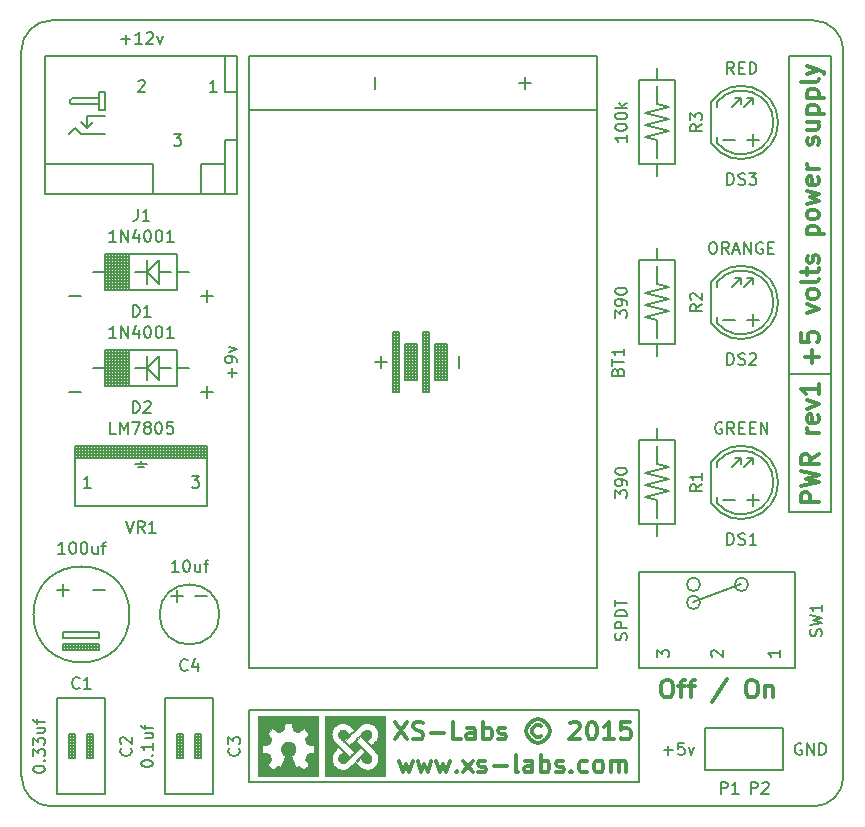
<source format=gbr>
G04 #@! TF.FileFunction,Legend,Top*
%FSLAX46Y46*%
G04 Gerber Fmt 4.6, Leading zero omitted, Abs format (unit mm)*
G04 Created by KiCad (PCBNEW (2015-08-21 BZR 6112)-product) date 2015 October 20, Tuesday 21:40:53*
%MOMM*%
G01*
G04 APERTURE LIST*
%ADD10C,0.100000*%
%ADD11C,0.150000*%
%ADD12C,0.300000*%
%ADD13C,0.010000*%
G04 APERTURE END LIST*
D10*
D11*
X176276000Y-128524000D02*
X169672000Y-128524000D01*
X176276000Y-132080000D02*
X176276000Y-128524000D01*
X169672000Y-132080000D02*
X176276000Y-132080000D01*
X169672000Y-128524000D02*
X169672000Y-132080000D01*
X111760000Y-132588000D02*
X111760000Y-71120000D01*
X178816000Y-135128000D02*
X114300000Y-135128000D01*
X181356000Y-71120000D02*
X181356000Y-132588000D01*
X114300000Y-68580000D02*
X178816000Y-68580000D01*
X111760000Y-132588000D02*
G75*
G03X114300000Y-135128000I2540000J0D01*
G01*
X114300000Y-68580000D02*
G75*
G03X111760000Y-71120000I0J-2540000D01*
G01*
X181356000Y-71120000D02*
G75*
G03X178816000Y-68580000I-2540000J0D01*
G01*
X178816000Y-135128000D02*
G75*
G03X181356000Y-132588000I0J2540000D01*
G01*
X176784000Y-98552000D02*
X176784000Y-71628000D01*
X180340000Y-71628000D02*
X180340000Y-98552000D01*
X180340000Y-71628000D02*
X176784000Y-71628000D01*
X176784000Y-98552000D02*
X176784000Y-110236000D01*
X180340000Y-98552000D02*
X176784000Y-98552000D01*
X180340000Y-110236000D02*
X180340000Y-98552000D01*
X176784000Y-110236000D02*
X180340000Y-110236000D01*
D12*
X166295142Y-124400571D02*
X166580856Y-124400571D01*
X166723714Y-124472000D01*
X166866571Y-124614857D01*
X166937999Y-124900571D01*
X166937999Y-125400571D01*
X166866571Y-125686286D01*
X166723714Y-125829143D01*
X166580856Y-125900571D01*
X166295142Y-125900571D01*
X166152285Y-125829143D01*
X166009428Y-125686286D01*
X165937999Y-125400571D01*
X165937999Y-124900571D01*
X166009428Y-124614857D01*
X166152285Y-124472000D01*
X166295142Y-124400571D01*
X167366571Y-124900571D02*
X167938000Y-124900571D01*
X167580857Y-125900571D02*
X167580857Y-124614857D01*
X167652285Y-124472000D01*
X167795143Y-124400571D01*
X167938000Y-124400571D01*
X168223714Y-124900571D02*
X168795143Y-124900571D01*
X168438000Y-125900571D02*
X168438000Y-124614857D01*
X168509428Y-124472000D01*
X168652286Y-124400571D01*
X168795143Y-124400571D01*
X171509428Y-124329143D02*
X170223714Y-126257714D01*
X173438000Y-124400571D02*
X173723714Y-124400571D01*
X173866572Y-124472000D01*
X174009429Y-124614857D01*
X174080857Y-124900571D01*
X174080857Y-125400571D01*
X174009429Y-125686286D01*
X173866572Y-125829143D01*
X173723714Y-125900571D01*
X173438000Y-125900571D01*
X173295143Y-125829143D01*
X173152286Y-125686286D01*
X173080857Y-125400571D01*
X173080857Y-124900571D01*
X173152286Y-124614857D01*
X173295143Y-124472000D01*
X173438000Y-124400571D01*
X174723715Y-124900571D02*
X174723715Y-125900571D01*
X174723715Y-125043429D02*
X174795143Y-124972000D01*
X174938001Y-124900571D01*
X175152286Y-124900571D01*
X175295143Y-124972000D01*
X175366572Y-125114857D01*
X175366572Y-125900571D01*
X178669143Y-97625714D02*
X178669143Y-96482857D01*
X179240571Y-97054286D02*
X178097714Y-97054286D01*
X177740571Y-95054285D02*
X177740571Y-95768571D01*
X178454857Y-95840000D01*
X178383429Y-95768571D01*
X178312000Y-95625714D01*
X178312000Y-95268571D01*
X178383429Y-95125714D01*
X178454857Y-95054285D01*
X178597714Y-94982857D01*
X178954857Y-94982857D01*
X179097714Y-95054285D01*
X179169143Y-95125714D01*
X179240571Y-95268571D01*
X179240571Y-95625714D01*
X179169143Y-95768571D01*
X179097714Y-95840000D01*
X178240571Y-93340000D02*
X179240571Y-92982857D01*
X178240571Y-92625715D01*
X179240571Y-91840000D02*
X179169143Y-91982858D01*
X179097714Y-92054286D01*
X178954857Y-92125715D01*
X178526286Y-92125715D01*
X178383429Y-92054286D01*
X178312000Y-91982858D01*
X178240571Y-91840000D01*
X178240571Y-91625715D01*
X178312000Y-91482858D01*
X178383429Y-91411429D01*
X178526286Y-91340000D01*
X178954857Y-91340000D01*
X179097714Y-91411429D01*
X179169143Y-91482858D01*
X179240571Y-91625715D01*
X179240571Y-91840000D01*
X179240571Y-90482857D02*
X179169143Y-90625715D01*
X179026286Y-90697143D01*
X177740571Y-90697143D01*
X178240571Y-90125715D02*
X178240571Y-89554286D01*
X177740571Y-89911429D02*
X179026286Y-89911429D01*
X179169143Y-89840001D01*
X179240571Y-89697143D01*
X179240571Y-89554286D01*
X179169143Y-89125715D02*
X179240571Y-88982858D01*
X179240571Y-88697143D01*
X179169143Y-88554286D01*
X179026286Y-88482858D01*
X178954857Y-88482858D01*
X178812000Y-88554286D01*
X178740571Y-88697143D01*
X178740571Y-88911429D01*
X178669143Y-89054286D01*
X178526286Y-89125715D01*
X178454857Y-89125715D01*
X178312000Y-89054286D01*
X178240571Y-88911429D01*
X178240571Y-88697143D01*
X178312000Y-88554286D01*
X178240571Y-86697143D02*
X179740571Y-86697143D01*
X178312000Y-86697143D02*
X178240571Y-86554286D01*
X178240571Y-86268572D01*
X178312000Y-86125715D01*
X178383429Y-86054286D01*
X178526286Y-85982857D01*
X178954857Y-85982857D01*
X179097714Y-86054286D01*
X179169143Y-86125715D01*
X179240571Y-86268572D01*
X179240571Y-86554286D01*
X179169143Y-86697143D01*
X179240571Y-85125714D02*
X179169143Y-85268572D01*
X179097714Y-85340000D01*
X178954857Y-85411429D01*
X178526286Y-85411429D01*
X178383429Y-85340000D01*
X178312000Y-85268572D01*
X178240571Y-85125714D01*
X178240571Y-84911429D01*
X178312000Y-84768572D01*
X178383429Y-84697143D01*
X178526286Y-84625714D01*
X178954857Y-84625714D01*
X179097714Y-84697143D01*
X179169143Y-84768572D01*
X179240571Y-84911429D01*
X179240571Y-85125714D01*
X178240571Y-84125714D02*
X179240571Y-83840000D01*
X178526286Y-83554286D01*
X179240571Y-83268571D01*
X178240571Y-82982857D01*
X179169143Y-81840000D02*
X179240571Y-81982857D01*
X179240571Y-82268571D01*
X179169143Y-82411428D01*
X179026286Y-82482857D01*
X178454857Y-82482857D01*
X178312000Y-82411428D01*
X178240571Y-82268571D01*
X178240571Y-81982857D01*
X178312000Y-81840000D01*
X178454857Y-81768571D01*
X178597714Y-81768571D01*
X178740571Y-82482857D01*
X179240571Y-81125714D02*
X178240571Y-81125714D01*
X178526286Y-81125714D02*
X178383429Y-81054286D01*
X178312000Y-80982857D01*
X178240571Y-80840000D01*
X178240571Y-80697143D01*
X179169143Y-79125715D02*
X179240571Y-78982858D01*
X179240571Y-78697143D01*
X179169143Y-78554286D01*
X179026286Y-78482858D01*
X178954857Y-78482858D01*
X178812000Y-78554286D01*
X178740571Y-78697143D01*
X178740571Y-78911429D01*
X178669143Y-79054286D01*
X178526286Y-79125715D01*
X178454857Y-79125715D01*
X178312000Y-79054286D01*
X178240571Y-78911429D01*
X178240571Y-78697143D01*
X178312000Y-78554286D01*
X178240571Y-77197143D02*
X179240571Y-77197143D01*
X178240571Y-77840000D02*
X179026286Y-77840000D01*
X179169143Y-77768572D01*
X179240571Y-77625714D01*
X179240571Y-77411429D01*
X179169143Y-77268572D01*
X179097714Y-77197143D01*
X178240571Y-76482857D02*
X179740571Y-76482857D01*
X178312000Y-76482857D02*
X178240571Y-76340000D01*
X178240571Y-76054286D01*
X178312000Y-75911429D01*
X178383429Y-75840000D01*
X178526286Y-75768571D01*
X178954857Y-75768571D01*
X179097714Y-75840000D01*
X179169143Y-75911429D01*
X179240571Y-76054286D01*
X179240571Y-76340000D01*
X179169143Y-76482857D01*
X178240571Y-75125714D02*
X179740571Y-75125714D01*
X178312000Y-75125714D02*
X178240571Y-74982857D01*
X178240571Y-74697143D01*
X178312000Y-74554286D01*
X178383429Y-74482857D01*
X178526286Y-74411428D01*
X178954857Y-74411428D01*
X179097714Y-74482857D01*
X179169143Y-74554286D01*
X179240571Y-74697143D01*
X179240571Y-74982857D01*
X179169143Y-75125714D01*
X179240571Y-73554285D02*
X179169143Y-73697143D01*
X179026286Y-73768571D01*
X177740571Y-73768571D01*
X178240571Y-73125714D02*
X179240571Y-72768571D01*
X178240571Y-72411429D02*
X179240571Y-72768571D01*
X179597714Y-72911429D01*
X179669143Y-72982857D01*
X179740571Y-73125714D01*
X179240571Y-109370857D02*
X177740571Y-109370857D01*
X177740571Y-108799429D01*
X177812000Y-108656571D01*
X177883429Y-108585143D01*
X178026286Y-108513714D01*
X178240571Y-108513714D01*
X178383429Y-108585143D01*
X178454857Y-108656571D01*
X178526286Y-108799429D01*
X178526286Y-109370857D01*
X177740571Y-108013714D02*
X179240571Y-107656571D01*
X178169143Y-107370857D01*
X179240571Y-107085143D01*
X177740571Y-106728000D01*
X179240571Y-105299428D02*
X178526286Y-105799428D01*
X179240571Y-106156571D02*
X177740571Y-106156571D01*
X177740571Y-105585143D01*
X177812000Y-105442285D01*
X177883429Y-105370857D01*
X178026286Y-105299428D01*
X178240571Y-105299428D01*
X178383429Y-105370857D01*
X178454857Y-105442285D01*
X178526286Y-105585143D01*
X178526286Y-106156571D01*
X179240571Y-103513714D02*
X178240571Y-103513714D01*
X178526286Y-103513714D02*
X178383429Y-103442286D01*
X178312000Y-103370857D01*
X178240571Y-103228000D01*
X178240571Y-103085143D01*
X179169143Y-102013715D02*
X179240571Y-102156572D01*
X179240571Y-102442286D01*
X179169143Y-102585143D01*
X179026286Y-102656572D01*
X178454857Y-102656572D01*
X178312000Y-102585143D01*
X178240571Y-102442286D01*
X178240571Y-102156572D01*
X178312000Y-102013715D01*
X178454857Y-101942286D01*
X178597714Y-101942286D01*
X178740571Y-102656572D01*
X178240571Y-101442286D02*
X179240571Y-101085143D01*
X178240571Y-100728001D01*
X179240571Y-99370858D02*
X179240571Y-100228001D01*
X179240571Y-99799429D02*
X177740571Y-99799429D01*
X177954857Y-99942286D01*
X178097714Y-100085144D01*
X178169143Y-100228001D01*
D11*
X147828000Y-96266000D02*
X146812000Y-96266000D01*
X147828000Y-96520000D02*
X146812000Y-96520000D01*
X147828000Y-96774000D02*
X146812000Y-96774000D01*
X147828000Y-97028000D02*
X146812000Y-97028000D01*
X147828000Y-97282000D02*
X146812000Y-97282000D01*
X147828000Y-97536000D02*
X146812000Y-97536000D01*
X147828000Y-97790000D02*
X146812000Y-97790000D01*
X147828000Y-98044000D02*
X146812000Y-98044000D01*
X147828000Y-98298000D02*
X146812000Y-98298000D01*
X147828000Y-98552000D02*
X146812000Y-98552000D01*
X147828000Y-98806000D02*
X146812000Y-98806000D01*
X146304000Y-95250000D02*
X145796000Y-95250000D01*
X146304000Y-95504000D02*
X145796000Y-95504000D01*
X146304000Y-95758000D02*
X145796000Y-95758000D01*
X146304000Y-96012000D02*
X145796000Y-96012000D01*
X146304000Y-96266000D02*
X145796000Y-96266000D01*
X146304000Y-96520000D02*
X145796000Y-96520000D01*
X146304000Y-96774000D02*
X145796000Y-96774000D01*
X146304000Y-97028000D02*
X145796000Y-97028000D01*
X146304000Y-97282000D02*
X145796000Y-97282000D01*
X146304000Y-97536000D02*
X145796000Y-97536000D01*
X146304000Y-97790000D02*
X145796000Y-97790000D01*
X146304000Y-98044000D02*
X145796000Y-98044000D01*
X146304000Y-98298000D02*
X145796000Y-98298000D01*
X146304000Y-98552000D02*
X145796000Y-98552000D01*
X146304000Y-98806000D02*
X145796000Y-98806000D01*
X146304000Y-99060000D02*
X145796000Y-99060000D01*
X146304000Y-99314000D02*
X145796000Y-99314000D01*
X146304000Y-99568000D02*
X145796000Y-99568000D01*
X146304000Y-99822000D02*
X145796000Y-99822000D01*
X145288000Y-98806000D02*
X144272000Y-98806000D01*
X145288000Y-98552000D02*
X144272000Y-98552000D01*
X145288000Y-98298000D02*
X144272000Y-98298000D01*
X145288000Y-98044000D02*
X144272000Y-98044000D01*
X145288000Y-97790000D02*
X144272000Y-97790000D01*
X145288000Y-97536000D02*
X144272000Y-97536000D01*
X145288000Y-97282000D02*
X144272000Y-97282000D01*
X145288000Y-97028000D02*
X144272000Y-97028000D01*
X145288000Y-96774000D02*
X144272000Y-96774000D01*
X145288000Y-96520000D02*
X144272000Y-96520000D01*
X144272000Y-96266000D02*
X145288000Y-96266000D01*
X143764000Y-95250000D02*
X143256000Y-95250000D01*
X143764000Y-95504000D02*
X143256000Y-95504000D01*
X143764000Y-95758000D02*
X143256000Y-95758000D01*
X143764000Y-96012000D02*
X143256000Y-96012000D01*
X143764000Y-96266000D02*
X143256000Y-96266000D01*
X143764000Y-96520000D02*
X143256000Y-96520000D01*
X143764000Y-96774000D02*
X143256000Y-96774000D01*
X143764000Y-97028000D02*
X143256000Y-97028000D01*
X143764000Y-97282000D02*
X143256000Y-97282000D01*
X143764000Y-97536000D02*
X143256000Y-97536000D01*
X143764000Y-97790000D02*
X143256000Y-97790000D01*
X143764000Y-98044000D02*
X143256000Y-98044000D01*
X143764000Y-98298000D02*
X143256000Y-98298000D01*
X143764000Y-98552000D02*
X143256000Y-98552000D01*
X143764000Y-98806000D02*
X143256000Y-98806000D01*
X143764000Y-99060000D02*
X143256000Y-99060000D01*
X143764000Y-99314000D02*
X143256000Y-99314000D01*
X143764000Y-99568000D02*
X143256000Y-99568000D01*
X143764000Y-99822000D02*
X143256000Y-99822000D01*
X147574000Y-99060000D02*
X147574000Y-96012000D01*
X147320000Y-96012000D02*
X147320000Y-99060000D01*
X147066000Y-99060000D02*
X147066000Y-96012000D01*
X145034000Y-99060000D02*
X145034000Y-96012000D01*
X144526000Y-96012000D02*
X144526000Y-99060000D01*
X144780000Y-99060000D02*
X144780000Y-96012000D01*
X146050000Y-100076000D02*
X146050000Y-94996000D01*
X143510000Y-100076000D02*
X143510000Y-94996000D01*
X148844000Y-98044000D02*
X148844000Y-97028000D01*
X142240000Y-98044000D02*
X142240000Y-97028000D01*
X142748000Y-97536000D02*
X141732000Y-97536000D01*
X146812000Y-99060000D02*
X146812000Y-96012000D01*
X146812000Y-96012000D02*
X147828000Y-96012000D01*
X147828000Y-96012000D02*
X147828000Y-99060000D01*
X147828000Y-99060000D02*
X146812000Y-99060000D01*
X145796000Y-100076000D02*
X145796000Y-94996000D01*
X145796000Y-94996000D02*
X146304000Y-94996000D01*
X146304000Y-94996000D02*
X146304000Y-100076000D01*
X146304000Y-100076000D02*
X145796000Y-100076000D01*
X143764000Y-100076000D02*
X143764000Y-94996000D01*
X143764000Y-94996000D02*
X143256000Y-94996000D01*
X143256000Y-94996000D02*
X143256000Y-100076000D01*
X143256000Y-100076000D02*
X143764000Y-100076000D01*
X145288000Y-96012000D02*
X145288000Y-99060000D01*
X145288000Y-99060000D02*
X144272000Y-99060000D01*
X144272000Y-99060000D02*
X144272000Y-96012000D01*
X144272000Y-96012000D02*
X145288000Y-96012000D01*
X141732000Y-74422000D02*
X141732000Y-73406000D01*
X153924000Y-73914000D02*
X154940000Y-73914000D01*
X154432000Y-74422000D02*
X154432000Y-73406000D01*
X131064000Y-76200000D02*
X160528000Y-76200000D01*
X160528000Y-123444000D02*
X131064000Y-123444000D01*
X160528000Y-71628000D02*
X160528000Y-123444000D01*
X160528000Y-71628000D02*
X131064000Y-71628000D01*
X131064000Y-123444000D02*
X131064000Y-71628000D01*
X118110000Y-121920000D02*
X118110000Y-121412000D01*
X117856000Y-121920000D02*
X117856000Y-121412000D01*
X117602000Y-121920000D02*
X117602000Y-121412000D01*
X117348000Y-121920000D02*
X117348000Y-121412000D01*
X117094000Y-121920000D02*
X117094000Y-121412000D01*
X116840000Y-121920000D02*
X116840000Y-121412000D01*
X116586000Y-121920000D02*
X116586000Y-121412000D01*
X116332000Y-121920000D02*
X116332000Y-121412000D01*
X116078000Y-121412000D02*
X116078000Y-121920000D01*
X115570000Y-121412000D02*
X115570000Y-121920000D01*
X115316000Y-121666000D02*
X118364000Y-121666000D01*
X115824000Y-121412000D02*
X115824000Y-121920000D01*
X115316000Y-121412000D02*
X115316000Y-121920000D01*
X115316000Y-121920000D02*
X118364000Y-121920000D01*
X118364000Y-121920000D02*
X118364000Y-121412000D01*
X118364000Y-121412000D02*
X115316000Y-121412000D01*
X115316000Y-120396000D02*
X118364000Y-120396000D01*
X118364000Y-120396000D02*
X118364000Y-120904000D01*
X118364000Y-120904000D02*
X115316000Y-120904000D01*
X115316000Y-120904000D02*
X115316000Y-120396000D01*
X117856000Y-116840000D02*
X118872000Y-116840000D01*
X114808000Y-116840000D02*
X115824000Y-116840000D01*
X115316000Y-116332000D02*
X115316000Y-117348000D01*
X120904000Y-118872000D02*
G75*
G03X120904000Y-118872000I-4064000J0D01*
G01*
X117602000Y-129032000D02*
X117602000Y-131064000D01*
X117856000Y-129286000D02*
X117348000Y-129286000D01*
X117856000Y-129540000D02*
X117348000Y-129540000D01*
X117856000Y-129794000D02*
X117348000Y-129794000D01*
X117856000Y-130048000D02*
X117348000Y-130048000D01*
X117856000Y-130302000D02*
X117348000Y-130302000D01*
X117856000Y-130556000D02*
X117348000Y-130556000D01*
X117856000Y-130810000D02*
X117348000Y-130810000D01*
X116078000Y-129032000D02*
X116078000Y-131064000D01*
X116332000Y-129286000D02*
X115824000Y-129286000D01*
X116332000Y-129540000D02*
X115824000Y-129540000D01*
X116332000Y-129794000D02*
X115824000Y-129794000D01*
X116332000Y-130048000D02*
X115824000Y-130048000D01*
X116332000Y-130302000D02*
X115824000Y-130302000D01*
X116332000Y-130810000D02*
X115824000Y-130810000D01*
X115824000Y-130556000D02*
X116332000Y-130556000D01*
X117348000Y-131064000D02*
X117856000Y-131064000D01*
X117856000Y-131064000D02*
X117856000Y-129032000D01*
X117856000Y-129032000D02*
X117348000Y-129032000D01*
X117348000Y-129032000D02*
X117348000Y-131064000D01*
X115824000Y-131064000D02*
X115824000Y-129032000D01*
X115824000Y-129032000D02*
X116332000Y-129032000D01*
X116332000Y-129032000D02*
X116332000Y-131064000D01*
X116332000Y-131064000D02*
X115824000Y-131064000D01*
X118872000Y-134112000D02*
X114808000Y-134112000D01*
X118872000Y-125984000D02*
X118872000Y-134112000D01*
X114808000Y-125984000D02*
X118872000Y-125984000D01*
X114808000Y-134112000D02*
X114808000Y-125984000D01*
X126746000Y-129032000D02*
X126746000Y-131064000D01*
X127000000Y-129286000D02*
X126492000Y-129286000D01*
X127000000Y-129540000D02*
X126492000Y-129540000D01*
X127000000Y-129794000D02*
X126492000Y-129794000D01*
X127000000Y-130048000D02*
X126492000Y-130048000D01*
X127000000Y-130302000D02*
X126492000Y-130302000D01*
X127000000Y-130556000D02*
X126492000Y-130556000D01*
X127000000Y-130810000D02*
X126492000Y-130810000D01*
X125222000Y-129032000D02*
X125222000Y-131064000D01*
X125476000Y-129286000D02*
X124968000Y-129286000D01*
X125476000Y-129540000D02*
X124968000Y-129540000D01*
X125476000Y-129794000D02*
X124968000Y-129794000D01*
X125476000Y-130048000D02*
X124968000Y-130048000D01*
X125476000Y-130302000D02*
X124968000Y-130302000D01*
X125476000Y-130810000D02*
X124968000Y-130810000D01*
X124968000Y-130556000D02*
X125476000Y-130556000D01*
X126492000Y-131064000D02*
X127000000Y-131064000D01*
X127000000Y-131064000D02*
X127000000Y-129032000D01*
X127000000Y-129032000D02*
X126492000Y-129032000D01*
X126492000Y-129032000D02*
X126492000Y-131064000D01*
X124968000Y-131064000D02*
X124968000Y-129032000D01*
X124968000Y-129032000D02*
X125476000Y-129032000D01*
X125476000Y-129032000D02*
X125476000Y-131064000D01*
X125476000Y-131064000D02*
X124968000Y-131064000D01*
X128016000Y-134112000D02*
X123952000Y-134112000D01*
X128016000Y-125984000D02*
X128016000Y-134112000D01*
X123952000Y-125984000D02*
X128016000Y-125984000D01*
X123952000Y-134112000D02*
X123952000Y-125984000D01*
X126492000Y-117348000D02*
X127508000Y-117348000D01*
X125476000Y-117348000D02*
X124460000Y-117348000D01*
X124968000Y-116840000D02*
X124968000Y-117856000D01*
X128524000Y-118872000D02*
G75*
G03X128524000Y-118872000I-2540000J0D01*
G01*
X117856000Y-89916000D02*
X118872000Y-89916000D01*
X125984000Y-89916000D02*
X124968000Y-89916000D01*
X116840000Y-91948000D02*
X115824000Y-91948000D01*
X127000000Y-91948000D02*
X128016000Y-91948000D01*
X127508000Y-91440000D02*
X127508000Y-92456000D01*
X118872000Y-91186000D02*
X120904000Y-91186000D01*
X120904000Y-90932000D02*
X118872000Y-90932000D01*
X118872000Y-90678000D02*
X120904000Y-90678000D01*
X120904000Y-90424000D02*
X118872000Y-90424000D01*
X118872000Y-90170000D02*
X120904000Y-90170000D01*
X120904000Y-89916000D02*
X118872000Y-89916000D01*
X118872000Y-89662000D02*
X120904000Y-89662000D01*
X120904000Y-89408000D02*
X118872000Y-89408000D01*
X118872000Y-89154000D02*
X120904000Y-89154000D01*
X120904000Y-88900000D02*
X118872000Y-88900000D01*
X118872000Y-88646000D02*
X120904000Y-88646000D01*
X122428000Y-89916000D02*
X121412000Y-89916000D01*
X124460000Y-89916000D02*
X123444000Y-89916000D01*
X122428000Y-88900000D02*
X122428000Y-90932000D01*
X122428000Y-89916000D02*
X123444000Y-88900000D01*
X123444000Y-88900000D02*
X123444000Y-90932000D01*
X123444000Y-90932000D02*
X122428000Y-89916000D01*
X120904000Y-88392000D02*
X120904000Y-91440000D01*
X124968000Y-91440000D02*
X118872000Y-91440000D01*
X118872000Y-88392000D02*
X124968000Y-88392000D01*
X118872000Y-88392000D02*
X118872000Y-91440000D01*
X124968000Y-88392000D02*
X124968000Y-91440000D01*
X119380000Y-91440000D02*
X119380000Y-88392000D01*
X120396000Y-91440000D02*
X120396000Y-88392000D01*
X119888000Y-91440000D02*
X119888000Y-88392000D01*
X119634000Y-88392000D02*
X119634000Y-91440000D01*
X120142000Y-88392000D02*
X120142000Y-91440000D01*
X120650000Y-88392000D02*
X120650000Y-91440000D01*
X119126000Y-88392000D02*
X119126000Y-91440000D01*
X117856000Y-98044000D02*
X118872000Y-98044000D01*
X125984000Y-98044000D02*
X124968000Y-98044000D01*
X116840000Y-100076000D02*
X115824000Y-100076000D01*
X127000000Y-100076000D02*
X128016000Y-100076000D01*
X127508000Y-99568000D02*
X127508000Y-100584000D01*
X118872000Y-99314000D02*
X120904000Y-99314000D01*
X120904000Y-99060000D02*
X118872000Y-99060000D01*
X118872000Y-98806000D02*
X120904000Y-98806000D01*
X120904000Y-98552000D02*
X118872000Y-98552000D01*
X118872000Y-98298000D02*
X120904000Y-98298000D01*
X120904000Y-98044000D02*
X118872000Y-98044000D01*
X118872000Y-97790000D02*
X120904000Y-97790000D01*
X120904000Y-97536000D02*
X118872000Y-97536000D01*
X118872000Y-97282000D02*
X120904000Y-97282000D01*
X120904000Y-97028000D02*
X118872000Y-97028000D01*
X118872000Y-96774000D02*
X120904000Y-96774000D01*
X122428000Y-98044000D02*
X121412000Y-98044000D01*
X124460000Y-98044000D02*
X123444000Y-98044000D01*
X122428000Y-97028000D02*
X122428000Y-99060000D01*
X122428000Y-98044000D02*
X123444000Y-97028000D01*
X123444000Y-97028000D02*
X123444000Y-99060000D01*
X123444000Y-99060000D02*
X122428000Y-98044000D01*
X120904000Y-96520000D02*
X120904000Y-99568000D01*
X124968000Y-99568000D02*
X118872000Y-99568000D01*
X118872000Y-96520000D02*
X124968000Y-96520000D01*
X118872000Y-96520000D02*
X118872000Y-99568000D01*
X124968000Y-96520000D02*
X124968000Y-99568000D01*
X119380000Y-99568000D02*
X119380000Y-96520000D01*
X120396000Y-99568000D02*
X120396000Y-96520000D01*
X119888000Y-99568000D02*
X119888000Y-96520000D01*
X119634000Y-96520000D02*
X119634000Y-99568000D01*
X120142000Y-96520000D02*
X120142000Y-99568000D01*
X120650000Y-96520000D02*
X120650000Y-99568000D01*
X119126000Y-96520000D02*
X119126000Y-99568000D01*
X173736000Y-109728000D02*
X173736000Y-108712000D01*
X173228000Y-109220000D02*
X174244000Y-109220000D01*
X171196000Y-109220000D02*
X172212000Y-109220000D01*
X173736000Y-105664000D02*
X172974000Y-106426000D01*
X173228000Y-105664000D02*
X173736000Y-105664000D01*
X173736000Y-105664000D02*
X173736000Y-106172000D01*
X172720000Y-105664000D02*
X172720000Y-106172000D01*
X172720000Y-105664000D02*
X172212000Y-105664000D01*
X171958000Y-106426000D02*
X172720000Y-105664000D01*
X170688000Y-108966000D02*
X170688000Y-109474000D01*
X170688000Y-105918000D02*
X170688000Y-106426000D01*
X170707614Y-109496170D02*
G75*
G03X170688000Y-105918000I2012386J1800170D01*
G01*
X170180000Y-105918000D02*
X170180000Y-109474000D01*
X170180495Y-109474707D02*
G75*
G03X170180000Y-105918000I2539505J1778707D01*
G01*
X173736000Y-94488000D02*
X173736000Y-93472000D01*
X173228000Y-93980000D02*
X174244000Y-93980000D01*
X171196000Y-93980000D02*
X172212000Y-93980000D01*
X173736000Y-90424000D02*
X172974000Y-91186000D01*
X173228000Y-90424000D02*
X173736000Y-90424000D01*
X173736000Y-90424000D02*
X173736000Y-90932000D01*
X172720000Y-90424000D02*
X172720000Y-90932000D01*
X172720000Y-90424000D02*
X172212000Y-90424000D01*
X171958000Y-91186000D02*
X172720000Y-90424000D01*
X170688000Y-93726000D02*
X170688000Y-94234000D01*
X170688000Y-90678000D02*
X170688000Y-91186000D01*
X170707614Y-94256170D02*
G75*
G03X170688000Y-90678000I2012386J1800170D01*
G01*
X170180000Y-90678000D02*
X170180000Y-94234000D01*
X170180495Y-94234707D02*
G75*
G03X170180000Y-90678000I2539505J1778707D01*
G01*
X173736000Y-79248000D02*
X173736000Y-78232000D01*
X173228000Y-78740000D02*
X174244000Y-78740000D01*
X171196000Y-78740000D02*
X172212000Y-78740000D01*
X173736000Y-75184000D02*
X172974000Y-75946000D01*
X173228000Y-75184000D02*
X173736000Y-75184000D01*
X173736000Y-75184000D02*
X173736000Y-75692000D01*
X172720000Y-75184000D02*
X172720000Y-75692000D01*
X172720000Y-75184000D02*
X172212000Y-75184000D01*
X171958000Y-75946000D02*
X172720000Y-75184000D01*
X170688000Y-78486000D02*
X170688000Y-78994000D01*
X170688000Y-75438000D02*
X170688000Y-75946000D01*
X170707614Y-79016170D02*
G75*
G03X170688000Y-75438000I2012386J1800170D01*
G01*
X170180000Y-75438000D02*
X170180000Y-78994000D01*
X170180495Y-78994707D02*
G75*
G03X170180000Y-75438000I2539505J1778707D01*
G01*
X116840000Y-78232000D02*
X118872000Y-78232000D01*
X117348000Y-76708000D02*
X118872000Y-76708000D01*
X118364000Y-74676000D02*
X118872000Y-74676000D01*
X118872000Y-74676000D02*
X118872000Y-76200000D01*
X118872000Y-76200000D02*
X118364000Y-76200000D01*
X118364000Y-76200000D02*
X118364000Y-74676000D01*
X117348000Y-77724000D02*
X117348000Y-76708000D01*
X117348000Y-77724000D02*
X117856000Y-77216000D01*
X117348000Y-77724000D02*
X116840000Y-77216000D01*
X115824000Y-78232000D02*
X116332000Y-77724000D01*
X116332000Y-77724000D02*
X116840000Y-78232000D01*
X118364000Y-75692000D02*
X116078000Y-75692000D01*
X116078000Y-75184000D02*
X118364000Y-75184000D01*
X116078000Y-75184000D02*
G75*
G03X116078000Y-75692000I0J-254000D01*
G01*
X122936000Y-83312000D02*
X122936000Y-80772000D01*
X122936000Y-80772000D02*
X113792000Y-80772000D01*
X129032000Y-80772000D02*
X127000000Y-80772000D01*
X127000000Y-80772000D02*
X127000000Y-83312000D01*
X129032000Y-78740000D02*
X129032000Y-83312000D01*
X130048000Y-78740000D02*
X129032000Y-78740000D01*
X129032000Y-71628000D02*
X129032000Y-74676000D01*
X129032000Y-74676000D02*
X130048000Y-74676000D01*
X113792000Y-83312000D02*
X113792000Y-71628000D01*
X130048000Y-83312000D02*
X113792000Y-83312000D01*
X130048000Y-83312000D02*
X130048000Y-71628000D01*
X113792000Y-71628000D02*
X130048000Y-71628000D01*
X165608000Y-109220000D02*
X165608000Y-110744000D01*
X165608000Y-106172000D02*
X165608000Y-104648000D01*
X166624000Y-106426000D02*
X165608000Y-106172000D01*
X164592000Y-108966000D02*
X165608000Y-109220000D01*
X164592000Y-106934000D02*
X166624000Y-106426000D01*
X166624000Y-108458000D02*
X164592000Y-108966000D01*
X166624000Y-107442000D02*
X164592000Y-106934000D01*
X166624000Y-107442000D02*
X164592000Y-107950000D01*
X164592000Y-107950000D02*
X166624000Y-108458000D01*
X165608000Y-112268000D02*
X165608000Y-111252000D01*
X165608000Y-103124000D02*
X165608000Y-104140000D01*
X167132000Y-104140000D02*
X164084000Y-104140000D01*
X164084000Y-111252000D02*
X167132000Y-111252000D01*
X167132000Y-104140000D02*
X167132000Y-111252000D01*
X164084000Y-111252000D02*
X164084000Y-104140000D01*
X165608000Y-93980000D02*
X165608000Y-95504000D01*
X165608000Y-90932000D02*
X165608000Y-89408000D01*
X166624000Y-91186000D02*
X165608000Y-90932000D01*
X164592000Y-93726000D02*
X165608000Y-93980000D01*
X164592000Y-91694000D02*
X166624000Y-91186000D01*
X166624000Y-93218000D02*
X164592000Y-93726000D01*
X166624000Y-92202000D02*
X164592000Y-91694000D01*
X166624000Y-92202000D02*
X164592000Y-92710000D01*
X164592000Y-92710000D02*
X166624000Y-93218000D01*
X165608000Y-97028000D02*
X165608000Y-96012000D01*
X165608000Y-87884000D02*
X165608000Y-88900000D01*
X167132000Y-88900000D02*
X164084000Y-88900000D01*
X164084000Y-96012000D02*
X167132000Y-96012000D01*
X167132000Y-88900000D02*
X167132000Y-96012000D01*
X164084000Y-96012000D02*
X164084000Y-88900000D01*
X165608000Y-78740000D02*
X165608000Y-80264000D01*
X165608000Y-75692000D02*
X165608000Y-74168000D01*
X166624000Y-75946000D02*
X165608000Y-75692000D01*
X164592000Y-78486000D02*
X165608000Y-78740000D01*
X164592000Y-76454000D02*
X166624000Y-75946000D01*
X166624000Y-77978000D02*
X164592000Y-78486000D01*
X166624000Y-76962000D02*
X164592000Y-76454000D01*
X166624000Y-76962000D02*
X164592000Y-77470000D01*
X164592000Y-77470000D02*
X166624000Y-77978000D01*
X165608000Y-81788000D02*
X165608000Y-80772000D01*
X165608000Y-72644000D02*
X165608000Y-73660000D01*
X167132000Y-73660000D02*
X164084000Y-73660000D01*
X164084000Y-80772000D02*
X167132000Y-80772000D01*
X167132000Y-73660000D02*
X167132000Y-80772000D01*
X164084000Y-80772000D02*
X164084000Y-73660000D01*
X172720000Y-116332000D02*
X168656000Y-117856000D01*
X169223961Y-116332000D02*
G75*
G03X169223961Y-116332000I-567961J0D01*
G01*
X173287961Y-116332000D02*
G75*
G03X173287961Y-116332000I-567961J0D01*
G01*
X169223961Y-117856000D02*
G75*
G03X169223961Y-117856000I-567961J0D01*
G01*
X177292000Y-115316000D02*
X164084000Y-115316000D01*
X177292000Y-123444000D02*
X177292000Y-115316000D01*
X164084000Y-123444000D02*
X177292000Y-123444000D01*
X164084000Y-123444000D02*
X164084000Y-115316000D01*
X121920000Y-106172000D02*
X121920000Y-105918000D01*
X121412000Y-106172000D02*
X122428000Y-106172000D01*
X121666000Y-106426000D02*
X122174000Y-106426000D01*
X116332000Y-105410000D02*
X127508000Y-105410000D01*
X127508000Y-104902000D02*
X116332000Y-104902000D01*
X127254000Y-104648000D02*
X127254000Y-105664000D01*
X127000000Y-105664000D02*
X127000000Y-104648000D01*
X126746000Y-104648000D02*
X126746000Y-105664000D01*
X126492000Y-105664000D02*
X126492000Y-104648000D01*
X126238000Y-104648000D02*
X126238000Y-105664000D01*
X125984000Y-105664000D02*
X125984000Y-104648000D01*
X125730000Y-104648000D02*
X125730000Y-105664000D01*
X125476000Y-105664000D02*
X125476000Y-104648000D01*
X125222000Y-104648000D02*
X125222000Y-105664000D01*
X124968000Y-105664000D02*
X124968000Y-104648000D01*
X124714000Y-104648000D02*
X124714000Y-105664000D01*
X124460000Y-105664000D02*
X124460000Y-104648000D01*
X124206000Y-104648000D02*
X124206000Y-105664000D01*
X123952000Y-105664000D02*
X123952000Y-104648000D01*
X123698000Y-104648000D02*
X123698000Y-105664000D01*
X123444000Y-105664000D02*
X123444000Y-104648000D01*
X123190000Y-104648000D02*
X123190000Y-105664000D01*
X122936000Y-105664000D02*
X122936000Y-104648000D01*
X122682000Y-104648000D02*
X122682000Y-105664000D01*
X122428000Y-105664000D02*
X122428000Y-104648000D01*
X122174000Y-104648000D02*
X122174000Y-105664000D01*
X121920000Y-105664000D02*
X121920000Y-104648000D01*
X121666000Y-104648000D02*
X121666000Y-105664000D01*
X121412000Y-105664000D02*
X121412000Y-104648000D01*
X121158000Y-104648000D02*
X121158000Y-105664000D01*
X120904000Y-105664000D02*
X120904000Y-104648000D01*
X120650000Y-104648000D02*
X120650000Y-105664000D01*
X120396000Y-105664000D02*
X120396000Y-104648000D01*
X120142000Y-104648000D02*
X120142000Y-105664000D01*
X119888000Y-105664000D02*
X119888000Y-104648000D01*
X119634000Y-104648000D02*
X119634000Y-105664000D01*
X119380000Y-105664000D02*
X119380000Y-104648000D01*
X119126000Y-104648000D02*
X119126000Y-105664000D01*
X118872000Y-105664000D02*
X118872000Y-104648000D01*
X118618000Y-104648000D02*
X118618000Y-105664000D01*
X118364000Y-105664000D02*
X118364000Y-104648000D01*
X118110000Y-104648000D02*
X118110000Y-105664000D01*
X117856000Y-105664000D02*
X117856000Y-104648000D01*
X117602000Y-105664000D02*
X117602000Y-104648000D01*
X117348000Y-105664000D02*
X117348000Y-104648000D01*
X117094000Y-105664000D02*
X117094000Y-104648000D01*
X116840000Y-105664000D02*
X116840000Y-104648000D01*
X116586000Y-105664000D02*
X116586000Y-104648000D01*
X116332000Y-105664000D02*
X127508000Y-105664000D01*
X116332000Y-105156000D02*
X127508000Y-105156000D01*
X116332000Y-109728000D02*
X127508000Y-109728000D01*
X127508000Y-109728000D02*
X127508000Y-104648000D01*
X116332000Y-104648000D02*
X116332000Y-109728000D01*
X127508000Y-104648000D02*
X116332000Y-104648000D01*
X164084000Y-133096000D02*
X131064000Y-133096000D01*
X164084000Y-127000000D02*
X164084000Y-133096000D01*
X131064000Y-127000000D02*
X164084000Y-127000000D01*
X131064000Y-127000000D02*
X131064000Y-133096000D01*
D13*
G36*
X136877778Y-132588000D02*
X131797778Y-132588000D01*
X131797778Y-129980355D01*
X132144911Y-129980355D01*
X132144911Y-130267797D01*
X132144913Y-130314372D01*
X132144922Y-130355633D01*
X132144945Y-130391912D01*
X132144989Y-130423541D01*
X132145060Y-130450849D01*
X132145164Y-130474169D01*
X132145308Y-130493832D01*
X132145498Y-130510168D01*
X132145741Y-130523508D01*
X132146042Y-130534185D01*
X132146410Y-130542529D01*
X132146849Y-130548871D01*
X132147366Y-130553543D01*
X132147968Y-130556875D01*
X132148661Y-130559198D01*
X132149452Y-130560845D01*
X132150347Y-130562146D01*
X132150629Y-130562508D01*
X132156104Y-130568095D01*
X132161212Y-130571298D01*
X132164629Y-130572020D01*
X132173208Y-130573699D01*
X132186559Y-130576259D01*
X132204294Y-130579629D01*
X132226025Y-130583734D01*
X132251363Y-130588503D01*
X132279919Y-130593861D01*
X132311305Y-130599736D01*
X132345132Y-130606054D01*
X132381012Y-130612744D01*
X132418555Y-130619730D01*
X132432294Y-130622284D01*
X132470347Y-130629373D01*
X132506880Y-130636214D01*
X132541502Y-130642733D01*
X132573826Y-130648854D01*
X132603460Y-130654503D01*
X132630018Y-130659605D01*
X132653108Y-130664084D01*
X132672342Y-130667867D01*
X132687332Y-130670877D01*
X132697686Y-130673041D01*
X132703018Y-130674283D01*
X132703628Y-130674489D01*
X132708875Y-130678470D01*
X132714908Y-130684565D01*
X132715575Y-130685343D01*
X132717604Y-130689106D01*
X132721511Y-130697634D01*
X132727099Y-130710441D01*
X132734171Y-130727042D01*
X132742532Y-130746953D01*
X132751985Y-130769688D01*
X132762334Y-130794762D01*
X132773383Y-130821690D01*
X132784936Y-130849986D01*
X132796797Y-130879166D01*
X132808769Y-130908744D01*
X132820656Y-130938235D01*
X132832262Y-130967155D01*
X132843391Y-130995016D01*
X132853846Y-131021336D01*
X132863433Y-131045628D01*
X132871953Y-131067408D01*
X132879211Y-131086189D01*
X132885012Y-131101488D01*
X132889158Y-131112818D01*
X132891453Y-131119695D01*
X132891831Y-131121215D01*
X132891699Y-131130974D01*
X132889253Y-131140334D01*
X132887080Y-131144047D01*
X132881932Y-131152061D01*
X132874043Y-131164034D01*
X132863643Y-131179621D01*
X132850966Y-131198480D01*
X132836244Y-131220267D01*
X132819708Y-131244637D01*
X132801591Y-131271249D01*
X132782125Y-131299757D01*
X132761543Y-131329819D01*
X132740076Y-131361091D01*
X132737720Y-131364518D01*
X132716181Y-131395869D01*
X132695496Y-131426018D01*
X132675899Y-131454624D01*
X132657621Y-131481346D01*
X132640895Y-131505844D01*
X132625952Y-131527776D01*
X132613025Y-131546803D01*
X132602345Y-131562583D01*
X132594146Y-131574776D01*
X132588658Y-131583041D01*
X132586115Y-131587037D01*
X132586023Y-131587205D01*
X132584380Y-131590289D01*
X132583009Y-131593107D01*
X132582122Y-131595908D01*
X132581936Y-131598938D01*
X132582666Y-131602446D01*
X132584525Y-131606678D01*
X132587730Y-131611882D01*
X132592495Y-131618306D01*
X132599034Y-131626197D01*
X132607564Y-131635802D01*
X132618299Y-131647369D01*
X132631453Y-131661145D01*
X132647242Y-131677379D01*
X132665881Y-131696316D01*
X132687584Y-131718206D01*
X132712567Y-131743294D01*
X132741044Y-131771830D01*
X132773230Y-131804059D01*
X132781951Y-131812792D01*
X132809795Y-131840646D01*
X132836636Y-131867435D01*
X132862188Y-131892880D01*
X132886170Y-131916700D01*
X132908298Y-131938617D01*
X132928287Y-131958350D01*
X132945855Y-131975620D01*
X132960718Y-131990148D01*
X132972592Y-132001653D01*
X132981195Y-132009857D01*
X132986241Y-132014479D01*
X132987344Y-132015360D01*
X132990834Y-132017522D01*
X132994119Y-132019175D01*
X132997571Y-132020114D01*
X133001558Y-132020137D01*
X133006452Y-132019040D01*
X133012623Y-132016618D01*
X133020442Y-132012668D01*
X133030277Y-132006986D01*
X133042501Y-131999368D01*
X133057483Y-131989611D01*
X133075593Y-131977511D01*
X133097203Y-131962863D01*
X133122681Y-131945465D01*
X133152399Y-131925111D01*
X133156723Y-131922149D01*
X133184723Y-131902964D01*
X133213327Y-131883365D01*
X133241847Y-131863822D01*
X133269595Y-131844807D01*
X133295882Y-131826792D01*
X133320020Y-131810249D01*
X133341321Y-131795650D01*
X133359096Y-131783465D01*
X133368344Y-131777125D01*
X133390595Y-131761880D01*
X133408716Y-131749525D01*
X133423228Y-131739758D01*
X133434654Y-131732273D01*
X133443518Y-131726767D01*
X133450341Y-131722937D01*
X133455646Y-131720478D01*
X133459956Y-131719087D01*
X133463794Y-131718459D01*
X133467682Y-131718291D01*
X133469546Y-131718285D01*
X133473301Y-131718579D01*
X133477866Y-131719622D01*
X133483750Y-131721654D01*
X133491458Y-131724916D01*
X133501497Y-131729647D01*
X133514374Y-131736089D01*
X133530595Y-131744480D01*
X133550666Y-131755062D01*
X133575095Y-131768075D01*
X133579738Y-131770557D01*
X133601498Y-131782165D01*
X133621849Y-131792965D01*
X133640221Y-131802658D01*
X133656042Y-131810946D01*
X133668741Y-131817529D01*
X133677747Y-131822110D01*
X133682491Y-131824388D01*
X133682932Y-131824560D01*
X133689208Y-131824545D01*
X133696465Y-131822112D01*
X133697607Y-131821255D01*
X133699006Y-131819619D01*
X133700756Y-131816983D01*
X133702952Y-131813123D01*
X133705689Y-131807818D01*
X133709063Y-131800847D01*
X133713168Y-131791987D01*
X133718100Y-131781016D01*
X133723952Y-131767713D01*
X133730822Y-131751856D01*
X133738803Y-131733222D01*
X133747991Y-131711589D01*
X133758480Y-131686737D01*
X133770366Y-131658442D01*
X133783744Y-131626483D01*
X133798708Y-131590638D01*
X133815355Y-131550685D01*
X133833778Y-131506403D01*
X133854073Y-131457569D01*
X133876336Y-131403961D01*
X133900511Y-131345716D01*
X133925740Y-131284898D01*
X133948865Y-131229094D01*
X133969965Y-131178112D01*
X133989117Y-131131758D01*
X134006399Y-131089842D01*
X134021890Y-131052170D01*
X134035667Y-131018551D01*
X134047807Y-130988792D01*
X134058389Y-130962701D01*
X134067490Y-130940086D01*
X134075188Y-130920755D01*
X134081561Y-130904514D01*
X134086687Y-130891172D01*
X134090644Y-130880537D01*
X134093509Y-130872417D01*
X134095361Y-130866618D01*
X134096276Y-130862950D01*
X134096409Y-130861726D01*
X134095768Y-130854253D01*
X134093425Y-130848012D01*
X134088606Y-130842151D01*
X134080537Y-130835813D01*
X134068443Y-130828147D01*
X134063117Y-130824991D01*
X134050069Y-130816951D01*
X134035195Y-130807192D01*
X134021129Y-130797455D01*
X134017226Y-130794627D01*
X134003699Y-130784710D01*
X133988377Y-130773519D01*
X133974046Y-130763086D01*
X133970634Y-130760611D01*
X133955816Y-130749031D01*
X133938601Y-130734228D01*
X133920174Y-130717336D01*
X133901721Y-130699492D01*
X133884430Y-130681832D01*
X133869486Y-130665493D01*
X133861733Y-130656293D01*
X133836722Y-130622917D01*
X133813274Y-130587089D01*
X133792498Y-130550612D01*
X133776017Y-130516488D01*
X133755438Y-130462272D01*
X133740166Y-130406615D01*
X133730199Y-130349949D01*
X133725535Y-130292708D01*
X133726173Y-130235326D01*
X133732111Y-130178236D01*
X133743347Y-130121872D01*
X133759879Y-130066667D01*
X133778084Y-130021000D01*
X133804033Y-129969724D01*
X133834603Y-129921349D01*
X133869452Y-129876163D01*
X133908238Y-129834454D01*
X133950621Y-129796511D01*
X133996257Y-129762622D01*
X134044806Y-129733076D01*
X134095925Y-129708161D01*
X134149274Y-129688165D01*
X134184246Y-129678130D01*
X134241538Y-129666392D01*
X134298652Y-129660112D01*
X134355287Y-129659128D01*
X134411140Y-129663276D01*
X134465912Y-129672396D01*
X134519300Y-129686323D01*
X134571003Y-129704897D01*
X134620720Y-129727953D01*
X134668149Y-129755331D01*
X134712989Y-129786867D01*
X134754939Y-129822400D01*
X134793698Y-129861766D01*
X134828963Y-129904804D01*
X134860435Y-129951351D01*
X134887810Y-130001244D01*
X134910789Y-130054321D01*
X134917661Y-130073400D01*
X134932315Y-130122642D01*
X134942437Y-130171899D01*
X134948201Y-130222378D01*
X134949781Y-130275285D01*
X134949419Y-130293321D01*
X134944816Y-130351685D01*
X134934753Y-130408675D01*
X134919278Y-130464155D01*
X134898439Y-130517990D01*
X134872283Y-130570044D01*
X134840857Y-130620182D01*
X134829243Y-130636414D01*
X134816903Y-130651940D01*
X134801352Y-130669696D01*
X134783640Y-130688628D01*
X134764821Y-130707680D01*
X134745945Y-130725797D01*
X134728065Y-130741923D01*
X134712232Y-130755002D01*
X134707489Y-130758578D01*
X134693847Y-130768556D01*
X134678356Y-130779909D01*
X134663710Y-130790660D01*
X134659295Y-130793906D01*
X134645974Y-130803341D01*
X134631124Y-130813294D01*
X134617233Y-130822113D01*
X134612438Y-130824991D01*
X134598753Y-130833325D01*
X134589364Y-130840031D01*
X134583495Y-130845962D01*
X134580374Y-130851972D01*
X134579225Y-130858917D01*
X134579146Y-130861726D01*
X134579556Y-130864252D01*
X134580858Y-130868797D01*
X134583128Y-130875553D01*
X134586445Y-130884713D01*
X134590886Y-130896468D01*
X134596530Y-130911012D01*
X134603453Y-130928536D01*
X134611735Y-130949232D01*
X134621452Y-130973294D01*
X134632683Y-131000912D01*
X134645505Y-131032280D01*
X134659997Y-131067589D01*
X134676235Y-131107032D01*
X134694298Y-131150802D01*
X134714264Y-131199089D01*
X134736210Y-131252087D01*
X134760214Y-131309989D01*
X134775035Y-131345712D01*
X134799345Y-131404282D01*
X134821593Y-131457858D01*
X134841875Y-131506661D01*
X134860286Y-131550914D01*
X134876920Y-131590839D01*
X134891873Y-131626657D01*
X134905240Y-131658591D01*
X134917116Y-131686862D01*
X134927596Y-131711693D01*
X134936775Y-131733305D01*
X134944748Y-131751921D01*
X134951611Y-131767763D01*
X134957458Y-131781051D01*
X134962384Y-131792010D01*
X134966485Y-131800859D01*
X134969855Y-131807822D01*
X134972590Y-131813120D01*
X134974784Y-131816975D01*
X134976533Y-131819610D01*
X134977933Y-131821246D01*
X134979077Y-131822105D01*
X134979082Y-131822108D01*
X134986444Y-131824562D01*
X134992623Y-131824560D01*
X134996257Y-131822879D01*
X135004291Y-131818824D01*
X135016155Y-131812695D01*
X135031277Y-131804790D01*
X135049088Y-131795407D01*
X135069016Y-131784846D01*
X135090489Y-131773405D01*
X135095817Y-131770557D01*
X135122239Y-131756459D01*
X135144215Y-131744869D01*
X135162267Y-131735607D01*
X135176913Y-131728492D01*
X135188672Y-131723346D01*
X135198064Y-131719988D01*
X135205609Y-131718238D01*
X135211825Y-131717918D01*
X135217232Y-131718847D01*
X135222349Y-131720846D01*
X135227696Y-131723734D01*
X135228968Y-131724479D01*
X135233659Y-131727467D01*
X135242408Y-131733256D01*
X135254621Y-131741448D01*
X135269708Y-131751642D01*
X135287077Y-131763438D01*
X135306136Y-131776438D01*
X135326294Y-131790240D01*
X135326966Y-131790701D01*
X135373098Y-131822351D01*
X135414806Y-131850959D01*
X135452320Y-131876679D01*
X135485868Y-131899664D01*
X135515680Y-131920068D01*
X135541985Y-131938044D01*
X135565012Y-131953745D01*
X135584991Y-131967326D01*
X135602151Y-131978939D01*
X135616721Y-131988739D01*
X135628929Y-131996878D01*
X135639007Y-132003510D01*
X135647181Y-132008788D01*
X135653683Y-132012867D01*
X135658741Y-132015899D01*
X135662584Y-132018038D01*
X135665441Y-132019437D01*
X135667543Y-132020250D01*
X135669117Y-132020631D01*
X135670393Y-132020732D01*
X135670526Y-132020733D01*
X135679207Y-132019348D01*
X135686234Y-132016681D01*
X135689267Y-132014148D01*
X135696000Y-132007890D01*
X135706152Y-131998183D01*
X135719444Y-131985303D01*
X135735594Y-131969526D01*
X135754322Y-131951130D01*
X135775346Y-131930388D01*
X135798386Y-131907579D01*
X135823162Y-131882978D01*
X135849392Y-131856860D01*
X135876796Y-131829503D01*
X135892318Y-131813977D01*
X135925842Y-131780455D01*
X135955616Y-131750709D01*
X135981842Y-131724485D01*
X136004718Y-131701525D01*
X136024442Y-131681571D01*
X136041215Y-131664368D01*
X136055235Y-131649657D01*
X136066701Y-131637183D01*
X136075812Y-131626689D01*
X136082767Y-131617916D01*
X136087766Y-131610609D01*
X136091007Y-131604511D01*
X136092690Y-131599364D01*
X136093013Y-131594912D01*
X136092176Y-131590897D01*
X136090378Y-131587063D01*
X136087817Y-131583153D01*
X136084693Y-131578911D01*
X136081205Y-131574078D01*
X136079803Y-131572000D01*
X136076095Y-131566462D01*
X136069449Y-131556659D01*
X136060129Y-131542975D01*
X136048398Y-131525793D01*
X136034519Y-131505498D01*
X136018755Y-131482475D01*
X136001368Y-131457106D01*
X135982623Y-131429776D01*
X135962781Y-131400869D01*
X135942105Y-131370770D01*
X135928142Y-131350455D01*
X135907318Y-131320120D01*
X135887355Y-131290957D01*
X135868496Y-131263323D01*
X135850981Y-131237575D01*
X135835051Y-131214068D01*
X135820946Y-131193161D01*
X135808909Y-131175210D01*
X135799179Y-131160572D01*
X135791997Y-131149603D01*
X135787604Y-131142660D01*
X135786295Y-131140334D01*
X135783784Y-131130440D01*
X135783724Y-131121215D01*
X135785116Y-131116516D01*
X135788447Y-131107144D01*
X135793522Y-131093584D01*
X135800144Y-131076321D01*
X135808117Y-131055840D01*
X135817244Y-131032627D01*
X135827330Y-131007166D01*
X135838178Y-130979943D01*
X135849592Y-130951443D01*
X135861376Y-130922151D01*
X135873334Y-130892553D01*
X135885269Y-130863132D01*
X135896986Y-130834375D01*
X135908288Y-130806767D01*
X135918979Y-130780793D01*
X135928862Y-130756938D01*
X135937742Y-130735686D01*
X135945423Y-130717525D01*
X135951708Y-130702937D01*
X135956401Y-130692410D01*
X135959305Y-130686427D01*
X135959980Y-130685343D01*
X135965930Y-130679152D01*
X135971414Y-130674783D01*
X135971927Y-130674489D01*
X135975381Y-130673592D01*
X135983997Y-130671746D01*
X135997386Y-130669028D01*
X136015158Y-130665510D01*
X136036924Y-130661270D01*
X136062295Y-130656380D01*
X136090882Y-130650917D01*
X136122296Y-130644955D01*
X136156146Y-130638569D01*
X136192046Y-130631834D01*
X136229604Y-130624824D01*
X136243261Y-130622284D01*
X136281305Y-130615209D01*
X136317823Y-130608405D01*
X136352428Y-130601945D01*
X136384730Y-130595904D01*
X136414342Y-130590352D01*
X136440874Y-130585365D01*
X136463938Y-130581014D01*
X136483145Y-130577373D01*
X136498106Y-130574516D01*
X136508434Y-130572514D01*
X136513739Y-130571442D01*
X136514343Y-130571298D01*
X136519466Y-130568082D01*
X136524926Y-130562508D01*
X136525853Y-130561245D01*
X136526673Y-130559734D01*
X136527394Y-130557642D01*
X136528022Y-130554638D01*
X136528564Y-130550392D01*
X136529025Y-130544571D01*
X136529413Y-130536846D01*
X136529733Y-130526884D01*
X136529992Y-130514354D01*
X136530197Y-130498926D01*
X136530353Y-130480268D01*
X136530468Y-130458050D01*
X136530548Y-130431939D01*
X136530599Y-130401605D01*
X136530628Y-130366717D01*
X136530641Y-130326943D01*
X136530644Y-130281952D01*
X136530644Y-129980355D01*
X136522883Y-129971690D01*
X136520680Y-129969365D01*
X136518225Y-129967367D01*
X136514931Y-129965545D01*
X136510215Y-129963753D01*
X136503490Y-129961840D01*
X136494171Y-129959658D01*
X136481674Y-129957059D01*
X136465411Y-129953893D01*
X136444799Y-129950013D01*
X136419251Y-129945270D01*
X136417755Y-129944993D01*
X136358380Y-129933996D01*
X136304313Y-129923981D01*
X136255312Y-129914901D01*
X136211134Y-129906712D01*
X136171537Y-129899369D01*
X136136279Y-129892826D01*
X136105117Y-129887037D01*
X136077809Y-129881959D01*
X136054113Y-129877545D01*
X136033786Y-129873750D01*
X136016586Y-129870529D01*
X136002271Y-129867837D01*
X135990599Y-129865629D01*
X135981326Y-129863859D01*
X135974211Y-129862483D01*
X135969012Y-129861454D01*
X135965485Y-129860728D01*
X135963390Y-129860260D01*
X135962657Y-129860065D01*
X135959551Y-129858983D01*
X135956627Y-129857538D01*
X135953716Y-129855391D01*
X135950649Y-129852202D01*
X135947257Y-129847631D01*
X135943374Y-129841338D01*
X135938828Y-129832985D01*
X135933453Y-129822230D01*
X135927080Y-129808735D01*
X135919539Y-129792159D01*
X135910663Y-129772164D01*
X135900283Y-129748409D01*
X135888231Y-129720554D01*
X135874337Y-129688260D01*
X135858433Y-129651188D01*
X135854723Y-129642530D01*
X135838718Y-129605166D01*
X135824808Y-129572625D01*
X135812848Y-129544547D01*
X135802697Y-129520572D01*
X135794212Y-129500341D01*
X135787250Y-129483493D01*
X135781668Y-129469670D01*
X135777324Y-129458511D01*
X135774075Y-129449657D01*
X135771778Y-129442748D01*
X135770290Y-129437424D01*
X135769470Y-129433326D01*
X135769173Y-129430094D01*
X135769258Y-129427368D01*
X135769278Y-129427147D01*
X135769709Y-129424599D01*
X135770672Y-129421505D01*
X135772358Y-129417573D01*
X135774958Y-129412510D01*
X135778665Y-129406024D01*
X135783667Y-129397822D01*
X135790158Y-129387611D01*
X135798327Y-129375099D01*
X135808367Y-129359992D01*
X135820467Y-129341999D01*
X135834820Y-129320826D01*
X135851616Y-129296181D01*
X135871046Y-129267772D01*
X135893301Y-129235304D01*
X135918573Y-129198487D01*
X135918678Y-129198334D01*
X135940488Y-129166573D01*
X135961613Y-129135805D01*
X135981806Y-129106391D01*
X136000817Y-129078697D01*
X136018397Y-129053083D01*
X136034295Y-129029915D01*
X136048264Y-129009556D01*
X136060053Y-128992368D01*
X136069413Y-128978715D01*
X136076096Y-128968960D01*
X136079851Y-128963467D01*
X136080010Y-128963232D01*
X136083564Y-128958338D01*
X136086854Y-128954120D01*
X136089682Y-128950325D01*
X136091851Y-128946702D01*
X136093163Y-128942996D01*
X136093419Y-128938955D01*
X136092422Y-128934327D01*
X136089974Y-128928857D01*
X136085877Y-128922293D01*
X136079932Y-128914382D01*
X136071943Y-128904872D01*
X136061711Y-128893508D01*
X136049038Y-128880039D01*
X136033727Y-128864211D01*
X136015579Y-128845771D01*
X135994396Y-128824466D01*
X135969980Y-128800044D01*
X135942134Y-128772251D01*
X135910660Y-128740834D01*
X135889272Y-128719460D01*
X135685345Y-128515533D01*
X135673092Y-128515533D01*
X135670011Y-128515705D01*
X135666640Y-128516399D01*
X135662548Y-128517880D01*
X135657306Y-128520414D01*
X135650483Y-128524267D01*
X135641649Y-128529704D01*
X135630375Y-128536991D01*
X135616229Y-128546394D01*
X135598783Y-128558178D01*
X135577606Y-128572610D01*
X135552267Y-128589954D01*
X135548936Y-128592237D01*
X135522618Y-128610276D01*
X135492763Y-128630738D01*
X135460490Y-128652856D01*
X135426916Y-128675864D01*
X135393162Y-128698994D01*
X135360346Y-128721481D01*
X135329586Y-128742557D01*
X135311565Y-128754904D01*
X135287546Y-128771288D01*
X135264681Y-128786748D01*
X135243437Y-128800976D01*
X135224280Y-128813666D01*
X135207677Y-128824513D01*
X135194096Y-128833210D01*
X135184002Y-128839451D01*
X135177863Y-128842929D01*
X135176475Y-128843523D01*
X135167713Y-128844867D01*
X135159893Y-128844432D01*
X135159728Y-128844391D01*
X135156035Y-128843062D01*
X135147631Y-128839799D01*
X135135027Y-128834811D01*
X135118734Y-128828304D01*
X135099263Y-128820486D01*
X135077126Y-128811566D01*
X135052833Y-128801752D01*
X135026896Y-128791251D01*
X134999825Y-128780271D01*
X134972132Y-128769020D01*
X134944329Y-128757706D01*
X134916925Y-128746536D01*
X134890433Y-128735719D01*
X134865363Y-128725462D01*
X134842227Y-128715974D01*
X134821535Y-128707461D01*
X134803799Y-128700133D01*
X134789531Y-128694196D01*
X134779240Y-128689859D01*
X134773439Y-128687329D01*
X134773125Y-128687183D01*
X134760438Y-128678678D01*
X134751554Y-128667345D01*
X134748863Y-128660877D01*
X134748119Y-128657367D01*
X134746416Y-128648686D01*
X134743824Y-128635215D01*
X134740416Y-128617333D01*
X134736262Y-128595418D01*
X134731436Y-128569851D01*
X134726007Y-128541011D01*
X134720048Y-128509276D01*
X134713630Y-128475027D01*
X134706825Y-128438643D01*
X134699705Y-128400503D01*
X134694878Y-128374611D01*
X134686217Y-128328101D01*
X134678529Y-128286820D01*
X134671734Y-128250451D01*
X134665750Y-128218676D01*
X134660499Y-128191178D01*
X134655900Y-128167641D01*
X134651875Y-128147747D01*
X134648342Y-128131180D01*
X134645223Y-128117621D01*
X134642436Y-128106755D01*
X134639904Y-128098265D01*
X134637545Y-128091832D01*
X134635279Y-128087141D01*
X134633028Y-128083874D01*
X134630711Y-128081714D01*
X134628248Y-128080344D01*
X134625559Y-128079446D01*
X134622565Y-128078705D01*
X134620209Y-128078100D01*
X134615720Y-128077635D01*
X134606065Y-128077212D01*
X134591723Y-128076829D01*
X134573172Y-128076488D01*
X134550890Y-128076188D01*
X134525356Y-128075929D01*
X134497049Y-128075711D01*
X134466447Y-128075534D01*
X134434028Y-128075399D01*
X134400271Y-128075304D01*
X134365655Y-128075251D01*
X134330657Y-128075239D01*
X134295756Y-128075268D01*
X134261431Y-128075338D01*
X134228160Y-128075449D01*
X134196422Y-128075601D01*
X134166695Y-128075795D01*
X134139458Y-128076029D01*
X134115188Y-128076305D01*
X134094365Y-128076622D01*
X134077467Y-128076980D01*
X134064973Y-128077379D01*
X134057360Y-128077819D01*
X134055346Y-128078100D01*
X134052106Y-128078917D01*
X134049225Y-128079666D01*
X134046624Y-128080663D01*
X134044223Y-128082224D01*
X134041943Y-128084665D01*
X134039705Y-128088302D01*
X134037428Y-128093452D01*
X134035034Y-128100431D01*
X134032444Y-128109556D01*
X134029577Y-128121142D01*
X134026354Y-128135505D01*
X134022697Y-128152963D01*
X134018525Y-128173831D01*
X134013759Y-128198426D01*
X134008320Y-128227063D01*
X134002129Y-128260060D01*
X133995105Y-128297732D01*
X133987170Y-128340396D01*
X133980552Y-128375972D01*
X133973213Y-128415259D01*
X133966096Y-128453102D01*
X133959274Y-128489115D01*
X133952823Y-128522914D01*
X133946818Y-128554114D01*
X133941334Y-128582330D01*
X133936446Y-128607177D01*
X133932229Y-128628270D01*
X133928758Y-128645225D01*
X133926109Y-128657656D01*
X133924355Y-128665179D01*
X133923719Y-128667283D01*
X133918539Y-128675266D01*
X133912081Y-128681650D01*
X133911980Y-128681723D01*
X133908121Y-128683679D01*
X133899495Y-128687561D01*
X133886564Y-128693175D01*
X133869792Y-128700325D01*
X133849641Y-128708817D01*
X133826575Y-128718455D01*
X133801056Y-128729045D01*
X133773548Y-128740391D01*
X133744514Y-128752300D01*
X133736644Y-128755517D01*
X133697327Y-128771579D01*
X133662900Y-128785646D01*
X133633021Y-128797844D01*
X133607351Y-128808302D01*
X133585550Y-128817148D01*
X133567275Y-128824507D01*
X133552188Y-128830509D01*
X133539948Y-128835280D01*
X133530214Y-128838947D01*
X133522645Y-128841640D01*
X133516902Y-128843484D01*
X133512644Y-128844608D01*
X133509530Y-128845138D01*
X133507220Y-128845203D01*
X133505373Y-128844930D01*
X133503649Y-128844446D01*
X133501708Y-128843879D01*
X133501087Y-128843725D01*
X133499364Y-128843248D01*
X133497325Y-128842488D01*
X133494746Y-128841296D01*
X133491403Y-128839521D01*
X133487075Y-128837015D01*
X133481536Y-128833626D01*
X133474565Y-128829205D01*
X133465938Y-128823602D01*
X133455433Y-128816668D01*
X133442824Y-128808252D01*
X133427891Y-128798204D01*
X133410408Y-128786376D01*
X133390154Y-128772616D01*
X133366904Y-128756775D01*
X133340437Y-128738703D01*
X133310528Y-128718251D01*
X133276954Y-128695267D01*
X133239492Y-128669604D01*
X133197919Y-128641110D01*
X133152012Y-128609635D01*
X133130884Y-128595148D01*
X133104510Y-128577080D01*
X133082357Y-128561961D01*
X133064006Y-128549530D01*
X133049036Y-128539527D01*
X133037026Y-128531690D01*
X133027555Y-128525758D01*
X133020203Y-128521471D01*
X133014548Y-128518568D01*
X133010171Y-128516787D01*
X133006650Y-128515868D01*
X133003565Y-128515550D01*
X133002495Y-128515533D01*
X132990210Y-128515533D01*
X132786283Y-128719460D01*
X132753245Y-128752504D01*
X132723976Y-128781801D01*
X132698248Y-128807589D01*
X132675832Y-128830108D01*
X132656503Y-128849597D01*
X132640031Y-128866295D01*
X132626189Y-128880440D01*
X132614750Y-128892272D01*
X132605486Y-128902031D01*
X132598170Y-128909954D01*
X132592573Y-128916281D01*
X132588468Y-128921251D01*
X132585628Y-128925104D01*
X132583825Y-128928077D01*
X132582832Y-128930411D01*
X132582420Y-128932345D01*
X132582355Y-128933632D01*
X132584657Y-128944746D01*
X132591723Y-128957599D01*
X132594654Y-128961880D01*
X132600543Y-128970467D01*
X132609153Y-128983015D01*
X132620244Y-128999177D01*
X132633580Y-129018606D01*
X132648923Y-129040956D01*
X132666035Y-129065882D01*
X132684678Y-129093036D01*
X132704615Y-129122073D01*
X132725607Y-129152646D01*
X132747418Y-129184409D01*
X132753046Y-129192605D01*
X132778660Y-129229920D01*
X132801254Y-129262879D01*
X132821019Y-129291771D01*
X132838143Y-129316886D01*
X132852815Y-129338512D01*
X132865223Y-129356938D01*
X132875556Y-129372453D01*
X132884004Y-129385346D01*
X132890755Y-129395906D01*
X132895998Y-129404422D01*
X132899921Y-129411183D01*
X132902715Y-129416478D01*
X132904566Y-129420596D01*
X132905665Y-129423825D01*
X132906200Y-129426455D01*
X132906268Y-129427063D01*
X132906385Y-129429768D01*
X132906139Y-129432929D01*
X132905389Y-129436906D01*
X132903991Y-129442059D01*
X132901803Y-129448748D01*
X132898683Y-129457332D01*
X132894486Y-129468173D01*
X132889071Y-129481630D01*
X132882295Y-129498064D01*
X132874015Y-129517833D01*
X132864088Y-129541299D01*
X132852371Y-129568822D01*
X132838722Y-129600761D01*
X132822998Y-129637476D01*
X132820832Y-129642530D01*
X132804473Y-129680678D01*
X132790160Y-129713974D01*
X132777725Y-129742758D01*
X132766998Y-129767369D01*
X132757812Y-129788147D01*
X132749997Y-129805431D01*
X132743386Y-129819562D01*
X132737810Y-129830879D01*
X132733100Y-129839722D01*
X132729088Y-129846431D01*
X132725605Y-129851344D01*
X132722482Y-129854803D01*
X132719552Y-129857146D01*
X132716644Y-129858714D01*
X132713592Y-129859845D01*
X132712898Y-129860065D01*
X132711640Y-129860384D01*
X132709116Y-129860929D01*
X132705084Y-129861746D01*
X132699302Y-129862880D01*
X132691528Y-129864377D01*
X132681519Y-129866281D01*
X132669033Y-129868638D01*
X132653828Y-129871493D01*
X132635661Y-129874891D01*
X132614289Y-129878878D01*
X132589472Y-129883498D01*
X132560966Y-129888797D01*
X132528528Y-129894821D01*
X132491918Y-129901613D01*
X132450891Y-129909221D01*
X132405207Y-129917688D01*
X132354622Y-129927060D01*
X132298895Y-129937382D01*
X132257800Y-129944993D01*
X132231975Y-129949786D01*
X132211117Y-129953708D01*
X132194640Y-129956907D01*
X132181958Y-129959532D01*
X132172486Y-129961733D01*
X132165639Y-129963656D01*
X132160832Y-129965451D01*
X132157478Y-129967268D01*
X132154993Y-129969253D01*
X132152791Y-129971556D01*
X132152672Y-129971690D01*
X132144911Y-129980355D01*
X131797778Y-129980355D01*
X131797778Y-127508000D01*
X136877778Y-127508000D01*
X136877778Y-132588000D01*
X136877778Y-132588000D01*
G37*
X136877778Y-132588000D02*
X131797778Y-132588000D01*
X131797778Y-129980355D01*
X132144911Y-129980355D01*
X132144911Y-130267797D01*
X132144913Y-130314372D01*
X132144922Y-130355633D01*
X132144945Y-130391912D01*
X132144989Y-130423541D01*
X132145060Y-130450849D01*
X132145164Y-130474169D01*
X132145308Y-130493832D01*
X132145498Y-130510168D01*
X132145741Y-130523508D01*
X132146042Y-130534185D01*
X132146410Y-130542529D01*
X132146849Y-130548871D01*
X132147366Y-130553543D01*
X132147968Y-130556875D01*
X132148661Y-130559198D01*
X132149452Y-130560845D01*
X132150347Y-130562146D01*
X132150629Y-130562508D01*
X132156104Y-130568095D01*
X132161212Y-130571298D01*
X132164629Y-130572020D01*
X132173208Y-130573699D01*
X132186559Y-130576259D01*
X132204294Y-130579629D01*
X132226025Y-130583734D01*
X132251363Y-130588503D01*
X132279919Y-130593861D01*
X132311305Y-130599736D01*
X132345132Y-130606054D01*
X132381012Y-130612744D01*
X132418555Y-130619730D01*
X132432294Y-130622284D01*
X132470347Y-130629373D01*
X132506880Y-130636214D01*
X132541502Y-130642733D01*
X132573826Y-130648854D01*
X132603460Y-130654503D01*
X132630018Y-130659605D01*
X132653108Y-130664084D01*
X132672342Y-130667867D01*
X132687332Y-130670877D01*
X132697686Y-130673041D01*
X132703018Y-130674283D01*
X132703628Y-130674489D01*
X132708875Y-130678470D01*
X132714908Y-130684565D01*
X132715575Y-130685343D01*
X132717604Y-130689106D01*
X132721511Y-130697634D01*
X132727099Y-130710441D01*
X132734171Y-130727042D01*
X132742532Y-130746953D01*
X132751985Y-130769688D01*
X132762334Y-130794762D01*
X132773383Y-130821690D01*
X132784936Y-130849986D01*
X132796797Y-130879166D01*
X132808769Y-130908744D01*
X132820656Y-130938235D01*
X132832262Y-130967155D01*
X132843391Y-130995016D01*
X132853846Y-131021336D01*
X132863433Y-131045628D01*
X132871953Y-131067408D01*
X132879211Y-131086189D01*
X132885012Y-131101488D01*
X132889158Y-131112818D01*
X132891453Y-131119695D01*
X132891831Y-131121215D01*
X132891699Y-131130974D01*
X132889253Y-131140334D01*
X132887080Y-131144047D01*
X132881932Y-131152061D01*
X132874043Y-131164034D01*
X132863643Y-131179621D01*
X132850966Y-131198480D01*
X132836244Y-131220267D01*
X132819708Y-131244637D01*
X132801591Y-131271249D01*
X132782125Y-131299757D01*
X132761543Y-131329819D01*
X132740076Y-131361091D01*
X132737720Y-131364518D01*
X132716181Y-131395869D01*
X132695496Y-131426018D01*
X132675899Y-131454624D01*
X132657621Y-131481346D01*
X132640895Y-131505844D01*
X132625952Y-131527776D01*
X132613025Y-131546803D01*
X132602345Y-131562583D01*
X132594146Y-131574776D01*
X132588658Y-131583041D01*
X132586115Y-131587037D01*
X132586023Y-131587205D01*
X132584380Y-131590289D01*
X132583009Y-131593107D01*
X132582122Y-131595908D01*
X132581936Y-131598938D01*
X132582666Y-131602446D01*
X132584525Y-131606678D01*
X132587730Y-131611882D01*
X132592495Y-131618306D01*
X132599034Y-131626197D01*
X132607564Y-131635802D01*
X132618299Y-131647369D01*
X132631453Y-131661145D01*
X132647242Y-131677379D01*
X132665881Y-131696316D01*
X132687584Y-131718206D01*
X132712567Y-131743294D01*
X132741044Y-131771830D01*
X132773230Y-131804059D01*
X132781951Y-131812792D01*
X132809795Y-131840646D01*
X132836636Y-131867435D01*
X132862188Y-131892880D01*
X132886170Y-131916700D01*
X132908298Y-131938617D01*
X132928287Y-131958350D01*
X132945855Y-131975620D01*
X132960718Y-131990148D01*
X132972592Y-132001653D01*
X132981195Y-132009857D01*
X132986241Y-132014479D01*
X132987344Y-132015360D01*
X132990834Y-132017522D01*
X132994119Y-132019175D01*
X132997571Y-132020114D01*
X133001558Y-132020137D01*
X133006452Y-132019040D01*
X133012623Y-132016618D01*
X133020442Y-132012668D01*
X133030277Y-132006986D01*
X133042501Y-131999368D01*
X133057483Y-131989611D01*
X133075593Y-131977511D01*
X133097203Y-131962863D01*
X133122681Y-131945465D01*
X133152399Y-131925111D01*
X133156723Y-131922149D01*
X133184723Y-131902964D01*
X133213327Y-131883365D01*
X133241847Y-131863822D01*
X133269595Y-131844807D01*
X133295882Y-131826792D01*
X133320020Y-131810249D01*
X133341321Y-131795650D01*
X133359096Y-131783465D01*
X133368344Y-131777125D01*
X133390595Y-131761880D01*
X133408716Y-131749525D01*
X133423228Y-131739758D01*
X133434654Y-131732273D01*
X133443518Y-131726767D01*
X133450341Y-131722937D01*
X133455646Y-131720478D01*
X133459956Y-131719087D01*
X133463794Y-131718459D01*
X133467682Y-131718291D01*
X133469546Y-131718285D01*
X133473301Y-131718579D01*
X133477866Y-131719622D01*
X133483750Y-131721654D01*
X133491458Y-131724916D01*
X133501497Y-131729647D01*
X133514374Y-131736089D01*
X133530595Y-131744480D01*
X133550666Y-131755062D01*
X133575095Y-131768075D01*
X133579738Y-131770557D01*
X133601498Y-131782165D01*
X133621849Y-131792965D01*
X133640221Y-131802658D01*
X133656042Y-131810946D01*
X133668741Y-131817529D01*
X133677747Y-131822110D01*
X133682491Y-131824388D01*
X133682932Y-131824560D01*
X133689208Y-131824545D01*
X133696465Y-131822112D01*
X133697607Y-131821255D01*
X133699006Y-131819619D01*
X133700756Y-131816983D01*
X133702952Y-131813123D01*
X133705689Y-131807818D01*
X133709063Y-131800847D01*
X133713168Y-131791987D01*
X133718100Y-131781016D01*
X133723952Y-131767713D01*
X133730822Y-131751856D01*
X133738803Y-131733222D01*
X133747991Y-131711589D01*
X133758480Y-131686737D01*
X133770366Y-131658442D01*
X133783744Y-131626483D01*
X133798708Y-131590638D01*
X133815355Y-131550685D01*
X133833778Y-131506403D01*
X133854073Y-131457569D01*
X133876336Y-131403961D01*
X133900511Y-131345716D01*
X133925740Y-131284898D01*
X133948865Y-131229094D01*
X133969965Y-131178112D01*
X133989117Y-131131758D01*
X134006399Y-131089842D01*
X134021890Y-131052170D01*
X134035667Y-131018551D01*
X134047807Y-130988792D01*
X134058389Y-130962701D01*
X134067490Y-130940086D01*
X134075188Y-130920755D01*
X134081561Y-130904514D01*
X134086687Y-130891172D01*
X134090644Y-130880537D01*
X134093509Y-130872417D01*
X134095361Y-130866618D01*
X134096276Y-130862950D01*
X134096409Y-130861726D01*
X134095768Y-130854253D01*
X134093425Y-130848012D01*
X134088606Y-130842151D01*
X134080537Y-130835813D01*
X134068443Y-130828147D01*
X134063117Y-130824991D01*
X134050069Y-130816951D01*
X134035195Y-130807192D01*
X134021129Y-130797455D01*
X134017226Y-130794627D01*
X134003699Y-130784710D01*
X133988377Y-130773519D01*
X133974046Y-130763086D01*
X133970634Y-130760611D01*
X133955816Y-130749031D01*
X133938601Y-130734228D01*
X133920174Y-130717336D01*
X133901721Y-130699492D01*
X133884430Y-130681832D01*
X133869486Y-130665493D01*
X133861733Y-130656293D01*
X133836722Y-130622917D01*
X133813274Y-130587089D01*
X133792498Y-130550612D01*
X133776017Y-130516488D01*
X133755438Y-130462272D01*
X133740166Y-130406615D01*
X133730199Y-130349949D01*
X133725535Y-130292708D01*
X133726173Y-130235326D01*
X133732111Y-130178236D01*
X133743347Y-130121872D01*
X133759879Y-130066667D01*
X133778084Y-130021000D01*
X133804033Y-129969724D01*
X133834603Y-129921349D01*
X133869452Y-129876163D01*
X133908238Y-129834454D01*
X133950621Y-129796511D01*
X133996257Y-129762622D01*
X134044806Y-129733076D01*
X134095925Y-129708161D01*
X134149274Y-129688165D01*
X134184246Y-129678130D01*
X134241538Y-129666392D01*
X134298652Y-129660112D01*
X134355287Y-129659128D01*
X134411140Y-129663276D01*
X134465912Y-129672396D01*
X134519300Y-129686323D01*
X134571003Y-129704897D01*
X134620720Y-129727953D01*
X134668149Y-129755331D01*
X134712989Y-129786867D01*
X134754939Y-129822400D01*
X134793698Y-129861766D01*
X134828963Y-129904804D01*
X134860435Y-129951351D01*
X134887810Y-130001244D01*
X134910789Y-130054321D01*
X134917661Y-130073400D01*
X134932315Y-130122642D01*
X134942437Y-130171899D01*
X134948201Y-130222378D01*
X134949781Y-130275285D01*
X134949419Y-130293321D01*
X134944816Y-130351685D01*
X134934753Y-130408675D01*
X134919278Y-130464155D01*
X134898439Y-130517990D01*
X134872283Y-130570044D01*
X134840857Y-130620182D01*
X134829243Y-130636414D01*
X134816903Y-130651940D01*
X134801352Y-130669696D01*
X134783640Y-130688628D01*
X134764821Y-130707680D01*
X134745945Y-130725797D01*
X134728065Y-130741923D01*
X134712232Y-130755002D01*
X134707489Y-130758578D01*
X134693847Y-130768556D01*
X134678356Y-130779909D01*
X134663710Y-130790660D01*
X134659295Y-130793906D01*
X134645974Y-130803341D01*
X134631124Y-130813294D01*
X134617233Y-130822113D01*
X134612438Y-130824991D01*
X134598753Y-130833325D01*
X134589364Y-130840031D01*
X134583495Y-130845962D01*
X134580374Y-130851972D01*
X134579225Y-130858917D01*
X134579146Y-130861726D01*
X134579556Y-130864252D01*
X134580858Y-130868797D01*
X134583128Y-130875553D01*
X134586445Y-130884713D01*
X134590886Y-130896468D01*
X134596530Y-130911012D01*
X134603453Y-130928536D01*
X134611735Y-130949232D01*
X134621452Y-130973294D01*
X134632683Y-131000912D01*
X134645505Y-131032280D01*
X134659997Y-131067589D01*
X134676235Y-131107032D01*
X134694298Y-131150802D01*
X134714264Y-131199089D01*
X134736210Y-131252087D01*
X134760214Y-131309989D01*
X134775035Y-131345712D01*
X134799345Y-131404282D01*
X134821593Y-131457858D01*
X134841875Y-131506661D01*
X134860286Y-131550914D01*
X134876920Y-131590839D01*
X134891873Y-131626657D01*
X134905240Y-131658591D01*
X134917116Y-131686862D01*
X134927596Y-131711693D01*
X134936775Y-131733305D01*
X134944748Y-131751921D01*
X134951611Y-131767763D01*
X134957458Y-131781051D01*
X134962384Y-131792010D01*
X134966485Y-131800859D01*
X134969855Y-131807822D01*
X134972590Y-131813120D01*
X134974784Y-131816975D01*
X134976533Y-131819610D01*
X134977933Y-131821246D01*
X134979077Y-131822105D01*
X134979082Y-131822108D01*
X134986444Y-131824562D01*
X134992623Y-131824560D01*
X134996257Y-131822879D01*
X135004291Y-131818824D01*
X135016155Y-131812695D01*
X135031277Y-131804790D01*
X135049088Y-131795407D01*
X135069016Y-131784846D01*
X135090489Y-131773405D01*
X135095817Y-131770557D01*
X135122239Y-131756459D01*
X135144215Y-131744869D01*
X135162267Y-131735607D01*
X135176913Y-131728492D01*
X135188672Y-131723346D01*
X135198064Y-131719988D01*
X135205609Y-131718238D01*
X135211825Y-131717918D01*
X135217232Y-131718847D01*
X135222349Y-131720846D01*
X135227696Y-131723734D01*
X135228968Y-131724479D01*
X135233659Y-131727467D01*
X135242408Y-131733256D01*
X135254621Y-131741448D01*
X135269708Y-131751642D01*
X135287077Y-131763438D01*
X135306136Y-131776438D01*
X135326294Y-131790240D01*
X135326966Y-131790701D01*
X135373098Y-131822351D01*
X135414806Y-131850959D01*
X135452320Y-131876679D01*
X135485868Y-131899664D01*
X135515680Y-131920068D01*
X135541985Y-131938044D01*
X135565012Y-131953745D01*
X135584991Y-131967326D01*
X135602151Y-131978939D01*
X135616721Y-131988739D01*
X135628929Y-131996878D01*
X135639007Y-132003510D01*
X135647181Y-132008788D01*
X135653683Y-132012867D01*
X135658741Y-132015899D01*
X135662584Y-132018038D01*
X135665441Y-132019437D01*
X135667543Y-132020250D01*
X135669117Y-132020631D01*
X135670393Y-132020732D01*
X135670526Y-132020733D01*
X135679207Y-132019348D01*
X135686234Y-132016681D01*
X135689267Y-132014148D01*
X135696000Y-132007890D01*
X135706152Y-131998183D01*
X135719444Y-131985303D01*
X135735594Y-131969526D01*
X135754322Y-131951130D01*
X135775346Y-131930388D01*
X135798386Y-131907579D01*
X135823162Y-131882978D01*
X135849392Y-131856860D01*
X135876796Y-131829503D01*
X135892318Y-131813977D01*
X135925842Y-131780455D01*
X135955616Y-131750709D01*
X135981842Y-131724485D01*
X136004718Y-131701525D01*
X136024442Y-131681571D01*
X136041215Y-131664368D01*
X136055235Y-131649657D01*
X136066701Y-131637183D01*
X136075812Y-131626689D01*
X136082767Y-131617916D01*
X136087766Y-131610609D01*
X136091007Y-131604511D01*
X136092690Y-131599364D01*
X136093013Y-131594912D01*
X136092176Y-131590897D01*
X136090378Y-131587063D01*
X136087817Y-131583153D01*
X136084693Y-131578911D01*
X136081205Y-131574078D01*
X136079803Y-131572000D01*
X136076095Y-131566462D01*
X136069449Y-131556659D01*
X136060129Y-131542975D01*
X136048398Y-131525793D01*
X136034519Y-131505498D01*
X136018755Y-131482475D01*
X136001368Y-131457106D01*
X135982623Y-131429776D01*
X135962781Y-131400869D01*
X135942105Y-131370770D01*
X135928142Y-131350455D01*
X135907318Y-131320120D01*
X135887355Y-131290957D01*
X135868496Y-131263323D01*
X135850981Y-131237575D01*
X135835051Y-131214068D01*
X135820946Y-131193161D01*
X135808909Y-131175210D01*
X135799179Y-131160572D01*
X135791997Y-131149603D01*
X135787604Y-131142660D01*
X135786295Y-131140334D01*
X135783784Y-131130440D01*
X135783724Y-131121215D01*
X135785116Y-131116516D01*
X135788447Y-131107144D01*
X135793522Y-131093584D01*
X135800144Y-131076321D01*
X135808117Y-131055840D01*
X135817244Y-131032627D01*
X135827330Y-131007166D01*
X135838178Y-130979943D01*
X135849592Y-130951443D01*
X135861376Y-130922151D01*
X135873334Y-130892553D01*
X135885269Y-130863132D01*
X135896986Y-130834375D01*
X135908288Y-130806767D01*
X135918979Y-130780793D01*
X135928862Y-130756938D01*
X135937742Y-130735686D01*
X135945423Y-130717525D01*
X135951708Y-130702937D01*
X135956401Y-130692410D01*
X135959305Y-130686427D01*
X135959980Y-130685343D01*
X135965930Y-130679152D01*
X135971414Y-130674783D01*
X135971927Y-130674489D01*
X135975381Y-130673592D01*
X135983997Y-130671746D01*
X135997386Y-130669028D01*
X136015158Y-130665510D01*
X136036924Y-130661270D01*
X136062295Y-130656380D01*
X136090882Y-130650917D01*
X136122296Y-130644955D01*
X136156146Y-130638569D01*
X136192046Y-130631834D01*
X136229604Y-130624824D01*
X136243261Y-130622284D01*
X136281305Y-130615209D01*
X136317823Y-130608405D01*
X136352428Y-130601945D01*
X136384730Y-130595904D01*
X136414342Y-130590352D01*
X136440874Y-130585365D01*
X136463938Y-130581014D01*
X136483145Y-130577373D01*
X136498106Y-130574516D01*
X136508434Y-130572514D01*
X136513739Y-130571442D01*
X136514343Y-130571298D01*
X136519466Y-130568082D01*
X136524926Y-130562508D01*
X136525853Y-130561245D01*
X136526673Y-130559734D01*
X136527394Y-130557642D01*
X136528022Y-130554638D01*
X136528564Y-130550392D01*
X136529025Y-130544571D01*
X136529413Y-130536846D01*
X136529733Y-130526884D01*
X136529992Y-130514354D01*
X136530197Y-130498926D01*
X136530353Y-130480268D01*
X136530468Y-130458050D01*
X136530548Y-130431939D01*
X136530599Y-130401605D01*
X136530628Y-130366717D01*
X136530641Y-130326943D01*
X136530644Y-130281952D01*
X136530644Y-129980355D01*
X136522883Y-129971690D01*
X136520680Y-129969365D01*
X136518225Y-129967367D01*
X136514931Y-129965545D01*
X136510215Y-129963753D01*
X136503490Y-129961840D01*
X136494171Y-129959658D01*
X136481674Y-129957059D01*
X136465411Y-129953893D01*
X136444799Y-129950013D01*
X136419251Y-129945270D01*
X136417755Y-129944993D01*
X136358380Y-129933996D01*
X136304313Y-129923981D01*
X136255312Y-129914901D01*
X136211134Y-129906712D01*
X136171537Y-129899369D01*
X136136279Y-129892826D01*
X136105117Y-129887037D01*
X136077809Y-129881959D01*
X136054113Y-129877545D01*
X136033786Y-129873750D01*
X136016586Y-129870529D01*
X136002271Y-129867837D01*
X135990599Y-129865629D01*
X135981326Y-129863859D01*
X135974211Y-129862483D01*
X135969012Y-129861454D01*
X135965485Y-129860728D01*
X135963390Y-129860260D01*
X135962657Y-129860065D01*
X135959551Y-129858983D01*
X135956627Y-129857538D01*
X135953716Y-129855391D01*
X135950649Y-129852202D01*
X135947257Y-129847631D01*
X135943374Y-129841338D01*
X135938828Y-129832985D01*
X135933453Y-129822230D01*
X135927080Y-129808735D01*
X135919539Y-129792159D01*
X135910663Y-129772164D01*
X135900283Y-129748409D01*
X135888231Y-129720554D01*
X135874337Y-129688260D01*
X135858433Y-129651188D01*
X135854723Y-129642530D01*
X135838718Y-129605166D01*
X135824808Y-129572625D01*
X135812848Y-129544547D01*
X135802697Y-129520572D01*
X135794212Y-129500341D01*
X135787250Y-129483493D01*
X135781668Y-129469670D01*
X135777324Y-129458511D01*
X135774075Y-129449657D01*
X135771778Y-129442748D01*
X135770290Y-129437424D01*
X135769470Y-129433326D01*
X135769173Y-129430094D01*
X135769258Y-129427368D01*
X135769278Y-129427147D01*
X135769709Y-129424599D01*
X135770672Y-129421505D01*
X135772358Y-129417573D01*
X135774958Y-129412510D01*
X135778665Y-129406024D01*
X135783667Y-129397822D01*
X135790158Y-129387611D01*
X135798327Y-129375099D01*
X135808367Y-129359992D01*
X135820467Y-129341999D01*
X135834820Y-129320826D01*
X135851616Y-129296181D01*
X135871046Y-129267772D01*
X135893301Y-129235304D01*
X135918573Y-129198487D01*
X135918678Y-129198334D01*
X135940488Y-129166573D01*
X135961613Y-129135805D01*
X135981806Y-129106391D01*
X136000817Y-129078697D01*
X136018397Y-129053083D01*
X136034295Y-129029915D01*
X136048264Y-129009556D01*
X136060053Y-128992368D01*
X136069413Y-128978715D01*
X136076096Y-128968960D01*
X136079851Y-128963467D01*
X136080010Y-128963232D01*
X136083564Y-128958338D01*
X136086854Y-128954120D01*
X136089682Y-128950325D01*
X136091851Y-128946702D01*
X136093163Y-128942996D01*
X136093419Y-128938955D01*
X136092422Y-128934327D01*
X136089974Y-128928857D01*
X136085877Y-128922293D01*
X136079932Y-128914382D01*
X136071943Y-128904872D01*
X136061711Y-128893508D01*
X136049038Y-128880039D01*
X136033727Y-128864211D01*
X136015579Y-128845771D01*
X135994396Y-128824466D01*
X135969980Y-128800044D01*
X135942134Y-128772251D01*
X135910660Y-128740834D01*
X135889272Y-128719460D01*
X135685345Y-128515533D01*
X135673092Y-128515533D01*
X135670011Y-128515705D01*
X135666640Y-128516399D01*
X135662548Y-128517880D01*
X135657306Y-128520414D01*
X135650483Y-128524267D01*
X135641649Y-128529704D01*
X135630375Y-128536991D01*
X135616229Y-128546394D01*
X135598783Y-128558178D01*
X135577606Y-128572610D01*
X135552267Y-128589954D01*
X135548936Y-128592237D01*
X135522618Y-128610276D01*
X135492763Y-128630738D01*
X135460490Y-128652856D01*
X135426916Y-128675864D01*
X135393162Y-128698994D01*
X135360346Y-128721481D01*
X135329586Y-128742557D01*
X135311565Y-128754904D01*
X135287546Y-128771288D01*
X135264681Y-128786748D01*
X135243437Y-128800976D01*
X135224280Y-128813666D01*
X135207677Y-128824513D01*
X135194096Y-128833210D01*
X135184002Y-128839451D01*
X135177863Y-128842929D01*
X135176475Y-128843523D01*
X135167713Y-128844867D01*
X135159893Y-128844432D01*
X135159728Y-128844391D01*
X135156035Y-128843062D01*
X135147631Y-128839799D01*
X135135027Y-128834811D01*
X135118734Y-128828304D01*
X135099263Y-128820486D01*
X135077126Y-128811566D01*
X135052833Y-128801752D01*
X135026896Y-128791251D01*
X134999825Y-128780271D01*
X134972132Y-128769020D01*
X134944329Y-128757706D01*
X134916925Y-128746536D01*
X134890433Y-128735719D01*
X134865363Y-128725462D01*
X134842227Y-128715974D01*
X134821535Y-128707461D01*
X134803799Y-128700133D01*
X134789531Y-128694196D01*
X134779240Y-128689859D01*
X134773439Y-128687329D01*
X134773125Y-128687183D01*
X134760438Y-128678678D01*
X134751554Y-128667345D01*
X134748863Y-128660877D01*
X134748119Y-128657367D01*
X134746416Y-128648686D01*
X134743824Y-128635215D01*
X134740416Y-128617333D01*
X134736262Y-128595418D01*
X134731436Y-128569851D01*
X134726007Y-128541011D01*
X134720048Y-128509276D01*
X134713630Y-128475027D01*
X134706825Y-128438643D01*
X134699705Y-128400503D01*
X134694878Y-128374611D01*
X134686217Y-128328101D01*
X134678529Y-128286820D01*
X134671734Y-128250451D01*
X134665750Y-128218676D01*
X134660499Y-128191178D01*
X134655900Y-128167641D01*
X134651875Y-128147747D01*
X134648342Y-128131180D01*
X134645223Y-128117621D01*
X134642436Y-128106755D01*
X134639904Y-128098265D01*
X134637545Y-128091832D01*
X134635279Y-128087141D01*
X134633028Y-128083874D01*
X134630711Y-128081714D01*
X134628248Y-128080344D01*
X134625559Y-128079446D01*
X134622565Y-128078705D01*
X134620209Y-128078100D01*
X134615720Y-128077635D01*
X134606065Y-128077212D01*
X134591723Y-128076829D01*
X134573172Y-128076488D01*
X134550890Y-128076188D01*
X134525356Y-128075929D01*
X134497049Y-128075711D01*
X134466447Y-128075534D01*
X134434028Y-128075399D01*
X134400271Y-128075304D01*
X134365655Y-128075251D01*
X134330657Y-128075239D01*
X134295756Y-128075268D01*
X134261431Y-128075338D01*
X134228160Y-128075449D01*
X134196422Y-128075601D01*
X134166695Y-128075795D01*
X134139458Y-128076029D01*
X134115188Y-128076305D01*
X134094365Y-128076622D01*
X134077467Y-128076980D01*
X134064973Y-128077379D01*
X134057360Y-128077819D01*
X134055346Y-128078100D01*
X134052106Y-128078917D01*
X134049225Y-128079666D01*
X134046624Y-128080663D01*
X134044223Y-128082224D01*
X134041943Y-128084665D01*
X134039705Y-128088302D01*
X134037428Y-128093452D01*
X134035034Y-128100431D01*
X134032444Y-128109556D01*
X134029577Y-128121142D01*
X134026354Y-128135505D01*
X134022697Y-128152963D01*
X134018525Y-128173831D01*
X134013759Y-128198426D01*
X134008320Y-128227063D01*
X134002129Y-128260060D01*
X133995105Y-128297732D01*
X133987170Y-128340396D01*
X133980552Y-128375972D01*
X133973213Y-128415259D01*
X133966096Y-128453102D01*
X133959274Y-128489115D01*
X133952823Y-128522914D01*
X133946818Y-128554114D01*
X133941334Y-128582330D01*
X133936446Y-128607177D01*
X133932229Y-128628270D01*
X133928758Y-128645225D01*
X133926109Y-128657656D01*
X133924355Y-128665179D01*
X133923719Y-128667283D01*
X133918539Y-128675266D01*
X133912081Y-128681650D01*
X133911980Y-128681723D01*
X133908121Y-128683679D01*
X133899495Y-128687561D01*
X133886564Y-128693175D01*
X133869792Y-128700325D01*
X133849641Y-128708817D01*
X133826575Y-128718455D01*
X133801056Y-128729045D01*
X133773548Y-128740391D01*
X133744514Y-128752300D01*
X133736644Y-128755517D01*
X133697327Y-128771579D01*
X133662900Y-128785646D01*
X133633021Y-128797844D01*
X133607351Y-128808302D01*
X133585550Y-128817148D01*
X133567275Y-128824507D01*
X133552188Y-128830509D01*
X133539948Y-128835280D01*
X133530214Y-128838947D01*
X133522645Y-128841640D01*
X133516902Y-128843484D01*
X133512644Y-128844608D01*
X133509530Y-128845138D01*
X133507220Y-128845203D01*
X133505373Y-128844930D01*
X133503649Y-128844446D01*
X133501708Y-128843879D01*
X133501087Y-128843725D01*
X133499364Y-128843248D01*
X133497325Y-128842488D01*
X133494746Y-128841296D01*
X133491403Y-128839521D01*
X133487075Y-128837015D01*
X133481536Y-128833626D01*
X133474565Y-128829205D01*
X133465938Y-128823602D01*
X133455433Y-128816668D01*
X133442824Y-128808252D01*
X133427891Y-128798204D01*
X133410408Y-128786376D01*
X133390154Y-128772616D01*
X133366904Y-128756775D01*
X133340437Y-128738703D01*
X133310528Y-128718251D01*
X133276954Y-128695267D01*
X133239492Y-128669604D01*
X133197919Y-128641110D01*
X133152012Y-128609635D01*
X133130884Y-128595148D01*
X133104510Y-128577080D01*
X133082357Y-128561961D01*
X133064006Y-128549530D01*
X133049036Y-128539527D01*
X133037026Y-128531690D01*
X133027555Y-128525758D01*
X133020203Y-128521471D01*
X133014548Y-128518568D01*
X133010171Y-128516787D01*
X133006650Y-128515868D01*
X133003565Y-128515550D01*
X133002495Y-128515533D01*
X132990210Y-128515533D01*
X132786283Y-128719460D01*
X132753245Y-128752504D01*
X132723976Y-128781801D01*
X132698248Y-128807589D01*
X132675832Y-128830108D01*
X132656503Y-128849597D01*
X132640031Y-128866295D01*
X132626189Y-128880440D01*
X132614750Y-128892272D01*
X132605486Y-128902031D01*
X132598170Y-128909954D01*
X132592573Y-128916281D01*
X132588468Y-128921251D01*
X132585628Y-128925104D01*
X132583825Y-128928077D01*
X132582832Y-128930411D01*
X132582420Y-128932345D01*
X132582355Y-128933632D01*
X132584657Y-128944746D01*
X132591723Y-128957599D01*
X132594654Y-128961880D01*
X132600543Y-128970467D01*
X132609153Y-128983015D01*
X132620244Y-128999177D01*
X132633580Y-129018606D01*
X132648923Y-129040956D01*
X132666035Y-129065882D01*
X132684678Y-129093036D01*
X132704615Y-129122073D01*
X132725607Y-129152646D01*
X132747418Y-129184409D01*
X132753046Y-129192605D01*
X132778660Y-129229920D01*
X132801254Y-129262879D01*
X132821019Y-129291771D01*
X132838143Y-129316886D01*
X132852815Y-129338512D01*
X132865223Y-129356938D01*
X132875556Y-129372453D01*
X132884004Y-129385346D01*
X132890755Y-129395906D01*
X132895998Y-129404422D01*
X132899921Y-129411183D01*
X132902715Y-129416478D01*
X132904566Y-129420596D01*
X132905665Y-129423825D01*
X132906200Y-129426455D01*
X132906268Y-129427063D01*
X132906385Y-129429768D01*
X132906139Y-129432929D01*
X132905389Y-129436906D01*
X132903991Y-129442059D01*
X132901803Y-129448748D01*
X132898683Y-129457332D01*
X132894486Y-129468173D01*
X132889071Y-129481630D01*
X132882295Y-129498064D01*
X132874015Y-129517833D01*
X132864088Y-129541299D01*
X132852371Y-129568822D01*
X132838722Y-129600761D01*
X132822998Y-129637476D01*
X132820832Y-129642530D01*
X132804473Y-129680678D01*
X132790160Y-129713974D01*
X132777725Y-129742758D01*
X132766998Y-129767369D01*
X132757812Y-129788147D01*
X132749997Y-129805431D01*
X132743386Y-129819562D01*
X132737810Y-129830879D01*
X132733100Y-129839722D01*
X132729088Y-129846431D01*
X132725605Y-129851344D01*
X132722482Y-129854803D01*
X132719552Y-129857146D01*
X132716644Y-129858714D01*
X132713592Y-129859845D01*
X132712898Y-129860065D01*
X132711640Y-129860384D01*
X132709116Y-129860929D01*
X132705084Y-129861746D01*
X132699302Y-129862880D01*
X132691528Y-129864377D01*
X132681519Y-129866281D01*
X132669033Y-129868638D01*
X132653828Y-129871493D01*
X132635661Y-129874891D01*
X132614289Y-129878878D01*
X132589472Y-129883498D01*
X132560966Y-129888797D01*
X132528528Y-129894821D01*
X132491918Y-129901613D01*
X132450891Y-129909221D01*
X132405207Y-129917688D01*
X132354622Y-129927060D01*
X132298895Y-129937382D01*
X132257800Y-129944993D01*
X132231975Y-129949786D01*
X132211117Y-129953708D01*
X132194640Y-129956907D01*
X132181958Y-129959532D01*
X132172486Y-129961733D01*
X132165639Y-129963656D01*
X132160832Y-129965451D01*
X132157478Y-129967268D01*
X132154993Y-129969253D01*
X132152791Y-129971556D01*
X132152672Y-129971690D01*
X132144911Y-129980355D01*
X131797778Y-129980355D01*
X131797778Y-127508000D01*
X136877778Y-127508000D01*
X136877778Y-132588000D01*
G36*
X142522222Y-132588000D02*
X137442222Y-132588000D01*
X137442222Y-131071925D01*
X138007263Y-131071925D01*
X138008561Y-131141690D01*
X138015020Y-131211271D01*
X138026667Y-131280343D01*
X138043526Y-131348581D01*
X138065622Y-131415660D01*
X138092980Y-131481255D01*
X138105403Y-131507005D01*
X138138490Y-131566978D01*
X138176441Y-131624995D01*
X138218749Y-131680470D01*
X138264911Y-131732818D01*
X138314423Y-131781453D01*
X138366778Y-131825789D01*
X138403189Y-131852791D01*
X138464637Y-131892438D01*
X138528589Y-131927068D01*
X138594798Y-131956590D01*
X138663014Y-131980914D01*
X138732989Y-131999948D01*
X138804474Y-132013603D01*
X138863211Y-132020648D01*
X138879954Y-132021669D01*
X138901028Y-132022242D01*
X138925139Y-132022393D01*
X138950993Y-132022150D01*
X138977297Y-132021540D01*
X139002756Y-132020589D01*
X139026077Y-132019324D01*
X139045967Y-132017773D01*
X139056533Y-132016613D01*
X139129278Y-132004467D01*
X139200151Y-131987040D01*
X139268985Y-131964402D01*
X139335615Y-131936626D01*
X139399875Y-131903782D01*
X139461598Y-131865942D01*
X139520619Y-131823177D01*
X139537343Y-131809751D01*
X139541365Y-131806095D01*
X139549218Y-131798601D01*
X139560746Y-131787426D01*
X139575792Y-131772726D01*
X139594198Y-131754656D01*
X139615808Y-131733374D01*
X139640463Y-131709034D01*
X139668008Y-131681793D01*
X139698283Y-131651807D01*
X139731134Y-131619232D01*
X139766401Y-131584224D01*
X139803929Y-131546939D01*
X139843559Y-131507533D01*
X139885136Y-131466161D01*
X139900631Y-131450731D01*
X140062655Y-131450731D01*
X140234811Y-131622358D01*
X140269811Y-131657168D01*
X140302026Y-131689041D01*
X140331315Y-131717839D01*
X140357535Y-131743424D01*
X140380543Y-131765658D01*
X140400196Y-131784403D01*
X140416351Y-131799523D01*
X140428868Y-131810878D01*
X140437601Y-131818332D01*
X140438011Y-131818659D01*
X140495032Y-131860554D01*
X140554992Y-131898055D01*
X140617430Y-131930973D01*
X140681883Y-131959116D01*
X140747889Y-131982294D01*
X140814984Y-132000316D01*
X140882708Y-132012991D01*
X140920611Y-132017670D01*
X140934379Y-132019065D01*
X140947062Y-132020371D01*
X140956998Y-132021416D01*
X140961533Y-132021912D01*
X140970855Y-132022498D01*
X140984760Y-132022756D01*
X141002199Y-132022716D01*
X141022120Y-132022411D01*
X141043475Y-132021874D01*
X141065213Y-132021135D01*
X141086285Y-132020226D01*
X141105640Y-132019179D01*
X141122229Y-132018027D01*
X141135002Y-132016800D01*
X141136511Y-132016613D01*
X141209719Y-132004452D01*
X141280678Y-131987115D01*
X141349388Y-131964600D01*
X141415848Y-131936909D01*
X141480057Y-131904042D01*
X141542015Y-131865999D01*
X141601720Y-131822780D01*
X141607822Y-131817971D01*
X141621290Y-131806647D01*
X141637560Y-131791972D01*
X141655728Y-131774849D01*
X141674890Y-131756183D01*
X141694140Y-131736879D01*
X141712575Y-131717840D01*
X141729290Y-131699973D01*
X141743380Y-131684180D01*
X141752193Y-131673600D01*
X141795541Y-131614618D01*
X141833939Y-131553137D01*
X141867304Y-131489405D01*
X141895553Y-131423667D01*
X141918605Y-131356170D01*
X141936377Y-131287160D01*
X141948787Y-131216885D01*
X141955751Y-131145590D01*
X141957189Y-131073522D01*
X141956877Y-131061177D01*
X141951798Y-130987531D01*
X141941346Y-130915490D01*
X141925574Y-130845197D01*
X141904537Y-130776793D01*
X141878289Y-130710423D01*
X141846884Y-130646229D01*
X141810378Y-130584354D01*
X141768825Y-130524940D01*
X141737230Y-130485444D01*
X141732996Y-130480796D01*
X141724918Y-130472314D01*
X141713148Y-130460154D01*
X141697839Y-130444468D01*
X141679143Y-130425409D01*
X141657212Y-130403131D01*
X141632199Y-130377788D01*
X141604255Y-130349532D01*
X141573534Y-130318518D01*
X141540187Y-130284898D01*
X141504366Y-130248827D01*
X141466225Y-130210457D01*
X141425915Y-130169942D01*
X141383589Y-130127436D01*
X141339399Y-130083091D01*
X141293497Y-130037062D01*
X141246035Y-129989501D01*
X141197167Y-129940563D01*
X141147043Y-129890400D01*
X141095817Y-129839166D01*
X141080283Y-129823635D01*
X140450711Y-129194282D01*
X140259521Y-129385473D01*
X140068330Y-129576663D01*
X140686703Y-130195448D01*
X140745825Y-130254612D01*
X140801088Y-130309922D01*
X140852627Y-130361514D01*
X140900576Y-130409525D01*
X140945069Y-130454092D01*
X140986241Y-130495350D01*
X141024226Y-130533435D01*
X141059157Y-130568485D01*
X141091169Y-130600636D01*
X141120397Y-130630022D01*
X141146973Y-130656782D01*
X141171033Y-130681052D01*
X141192711Y-130702966D01*
X141212140Y-130722663D01*
X141229456Y-130740278D01*
X141244791Y-130755948D01*
X141258281Y-130769808D01*
X141270059Y-130781995D01*
X141280260Y-130792646D01*
X141289018Y-130801897D01*
X141296466Y-130809883D01*
X141302740Y-130816742D01*
X141307973Y-130822610D01*
X141312300Y-130827623D01*
X141315854Y-130831916D01*
X141318770Y-130835628D01*
X141321182Y-130838893D01*
X141323224Y-130841848D01*
X141323731Y-130842613D01*
X141347270Y-130882616D01*
X141365681Y-130923487D01*
X141379469Y-130966429D01*
X141384127Y-130985939D01*
X141386216Y-130999408D01*
X141387773Y-131017115D01*
X141388789Y-131037678D01*
X141389253Y-131059714D01*
X141389156Y-131081840D01*
X141388487Y-131102675D01*
X141387238Y-131120835D01*
X141385397Y-131134939D01*
X141385201Y-131135966D01*
X141380463Y-131155892D01*
X141373781Y-131178537D01*
X141365899Y-131201659D01*
X141357561Y-131223016D01*
X141352565Y-131234228D01*
X141332904Y-131269715D01*
X141308444Y-131304038D01*
X141280020Y-131336346D01*
X141248468Y-131365791D01*
X141214624Y-131391524D01*
X141179325Y-131412695D01*
X141174360Y-131415224D01*
X141134984Y-131432436D01*
X141095368Y-131444767D01*
X141054516Y-131452424D01*
X141011433Y-131455617D01*
X140982715Y-131455431D01*
X140939582Y-131452067D01*
X140899621Y-131444836D01*
X140861712Y-131433378D01*
X140824736Y-131417336D01*
X140787570Y-131396348D01*
X140776835Y-131389443D01*
X140771071Y-131385516D01*
X140765105Y-131381146D01*
X140758621Y-131376036D01*
X140751305Y-131369888D01*
X140742841Y-131362405D01*
X140732914Y-131353290D01*
X140721208Y-131342245D01*
X140707408Y-131328973D01*
X140691199Y-131313176D01*
X140672266Y-131294558D01*
X140650294Y-131272820D01*
X140624966Y-131247665D01*
X140596708Y-131219533D01*
X140444961Y-131068343D01*
X140062655Y-131450731D01*
X139900631Y-131450731D01*
X139928500Y-131422981D01*
X139973496Y-131378148D01*
X140019966Y-131331818D01*
X140067753Y-131284147D01*
X140116699Y-131235291D01*
X140166648Y-131185406D01*
X140203064Y-131149018D01*
X140843007Y-130509455D01*
X140653217Y-130319650D01*
X140626018Y-130292478D01*
X140599928Y-130266470D01*
X140575225Y-130241899D01*
X140552187Y-130219041D01*
X140531093Y-130198170D01*
X140512222Y-130179560D01*
X140495852Y-130163487D01*
X140482262Y-130150224D01*
X140471731Y-130140048D01*
X140464538Y-130133231D01*
X140460960Y-130130050D01*
X140460624Y-130129844D01*
X140458428Y-130131815D01*
X140452395Y-130137626D01*
X140442675Y-130147126D01*
X140429422Y-130160163D01*
X140412787Y-130176585D01*
X140392924Y-130196242D01*
X140369984Y-130218982D01*
X140344120Y-130244652D01*
X140315485Y-130273102D01*
X140284230Y-130304180D01*
X140250507Y-130337734D01*
X140214470Y-130373613D01*
X140176271Y-130411665D01*
X140136061Y-130451739D01*
X140093993Y-130493683D01*
X140050220Y-130537346D01*
X140004894Y-130582576D01*
X139958168Y-130629221D01*
X139910192Y-130677130D01*
X139861121Y-130726151D01*
X139836905Y-130750349D01*
X139777637Y-130809575D01*
X139722223Y-130864942D01*
X139670527Y-130916585D01*
X139622413Y-130964637D01*
X139577744Y-131009233D01*
X139536386Y-131050506D01*
X139498201Y-131088590D01*
X139463054Y-131123619D01*
X139430809Y-131155727D01*
X139401329Y-131185047D01*
X139374479Y-131211715D01*
X139350122Y-131235864D01*
X139328123Y-131257627D01*
X139308345Y-131277139D01*
X139290652Y-131294533D01*
X139274909Y-131309944D01*
X139260979Y-131323505D01*
X139248727Y-131335351D01*
X139238015Y-131345614D01*
X139228709Y-131354430D01*
X139220671Y-131361932D01*
X139213767Y-131368254D01*
X139207860Y-131373530D01*
X139202813Y-131377894D01*
X139198492Y-131381480D01*
X139194759Y-131384421D01*
X139191479Y-131386852D01*
X139188516Y-131388906D01*
X139187609Y-131389509D01*
X139147606Y-131413048D01*
X139106734Y-131431459D01*
X139063793Y-131445247D01*
X139044283Y-131449904D01*
X139030813Y-131451993D01*
X139013106Y-131453551D01*
X138992543Y-131454567D01*
X138970508Y-131455031D01*
X138948381Y-131454933D01*
X138927547Y-131454265D01*
X138909386Y-131453015D01*
X138895283Y-131451174D01*
X138894255Y-131450978D01*
X138874544Y-131446296D01*
X138852104Y-131439692D01*
X138829181Y-131431910D01*
X138808020Y-131423695D01*
X138796426Y-131418548D01*
X138760434Y-131398614D01*
X138725741Y-131373878D01*
X138693170Y-131345161D01*
X138663543Y-131313285D01*
X138637680Y-131279071D01*
X138616404Y-131243340D01*
X138611673Y-131233795D01*
X138603572Y-131214944D01*
X138595427Y-131192891D01*
X138587983Y-131169883D01*
X138581983Y-131148165D01*
X138579243Y-131135966D01*
X138577348Y-131122297D01*
X138576045Y-131104447D01*
X138575325Y-131083797D01*
X138575176Y-131061730D01*
X138575590Y-131039630D01*
X138576556Y-131018877D01*
X138578065Y-131000855D01*
X138580107Y-130986946D01*
X138580317Y-130985939D01*
X138592319Y-130941557D01*
X138608744Y-130899829D01*
X138630096Y-130859564D01*
X138640779Y-130842613D01*
X138644706Y-130836849D01*
X138649076Y-130830882D01*
X138654186Y-130824399D01*
X138660334Y-130817083D01*
X138667816Y-130808618D01*
X138676931Y-130798691D01*
X138687976Y-130786985D01*
X138701248Y-130773186D01*
X138717045Y-130756977D01*
X138735664Y-130738044D01*
X138757402Y-130716071D01*
X138782557Y-130690744D01*
X138810689Y-130662486D01*
X138961878Y-130510739D01*
X138579584Y-130128445D01*
X138417084Y-130290717D01*
X138383366Y-130324437D01*
X138353389Y-130354540D01*
X138326852Y-130381347D01*
X138303456Y-130405181D01*
X138282901Y-130426365D01*
X138264885Y-130445221D01*
X138249110Y-130462074D01*
X138235276Y-130477244D01*
X138223082Y-130491056D01*
X138212227Y-130503832D01*
X138202414Y-130515895D01*
X138193340Y-130527567D01*
X138184706Y-130539172D01*
X138179695Y-130546122D01*
X138140602Y-130605674D01*
X138106469Y-130667639D01*
X138077323Y-130731693D01*
X138053188Y-130797511D01*
X138034089Y-130864767D01*
X138020052Y-130933138D01*
X138011102Y-131002299D01*
X138007263Y-131071925D01*
X137442222Y-131071925D01*
X137442222Y-129022599D01*
X138007257Y-129022599D01*
X138007567Y-129034822D01*
X138012657Y-129108427D01*
X138023149Y-129180511D01*
X138038983Y-129250921D01*
X138060102Y-129319500D01*
X138086449Y-129386095D01*
X138117966Y-129450551D01*
X138154593Y-129512713D01*
X138196275Y-129572427D01*
X138220470Y-129603121D01*
X138223659Y-129606582D01*
X138230600Y-129613794D01*
X138241113Y-129624578D01*
X138255018Y-129638750D01*
X138272132Y-129656130D01*
X138292275Y-129676535D01*
X138315266Y-129699785D01*
X138340924Y-129725697D01*
X138369068Y-129754091D01*
X138399516Y-129784784D01*
X138432088Y-129817595D01*
X138466603Y-129852342D01*
X138502880Y-129888844D01*
X138540738Y-129926919D01*
X138579995Y-129966387D01*
X138620471Y-130007064D01*
X138661985Y-130048769D01*
X138704355Y-130091322D01*
X138747401Y-130134540D01*
X138790941Y-130178242D01*
X138834795Y-130222246D01*
X138878782Y-130266371D01*
X138922720Y-130310435D01*
X138966429Y-130354256D01*
X139009727Y-130397654D01*
X139052433Y-130440445D01*
X139094367Y-130482450D01*
X139135348Y-130523486D01*
X139175194Y-130563371D01*
X139213724Y-130601925D01*
X139250758Y-130638965D01*
X139286114Y-130674310D01*
X139319611Y-130707778D01*
X139351069Y-130739189D01*
X139380306Y-130768359D01*
X139407141Y-130795108D01*
X139431394Y-130819255D01*
X139452883Y-130840616D01*
X139471427Y-130859012D01*
X139486845Y-130874260D01*
X139498956Y-130886179D01*
X139507579Y-130894587D01*
X139512534Y-130899303D01*
X139513726Y-130900311D01*
X139515883Y-130898359D01*
X139521751Y-130892686D01*
X139531055Y-130883567D01*
X139543519Y-130871274D01*
X139558868Y-130856081D01*
X139576825Y-130838263D01*
X139597115Y-130818093D01*
X139619461Y-130795845D01*
X139643588Y-130771793D01*
X139669220Y-130746211D01*
X139696081Y-130719372D01*
X139705634Y-130709821D01*
X139896109Y-130519331D01*
X139277738Y-129900548D01*
X139218617Y-129841385D01*
X139163354Y-129786075D01*
X139111815Y-129734483D01*
X139063866Y-129686472D01*
X139019372Y-129641905D01*
X138978201Y-129600647D01*
X138964124Y-129586532D01*
X139121425Y-129586532D01*
X139311221Y-129776343D01*
X139338420Y-129803515D01*
X139364510Y-129829524D01*
X139389214Y-129854095D01*
X139412253Y-129876954D01*
X139433347Y-129897826D01*
X139452219Y-129916436D01*
X139468589Y-129932510D01*
X139482179Y-129945773D01*
X139492711Y-129955950D01*
X139499905Y-129962767D01*
X139503483Y-129965949D01*
X139503820Y-129966155D01*
X139506016Y-129964184D01*
X139512049Y-129958373D01*
X139521769Y-129948873D01*
X139535022Y-129935836D01*
X139551657Y-129919414D01*
X139571520Y-129899757D01*
X139594460Y-129877017D01*
X139620323Y-129851347D01*
X139648959Y-129822897D01*
X139680214Y-129791819D01*
X139713937Y-129758265D01*
X139749974Y-129722386D01*
X139788173Y-129684334D01*
X139828383Y-129644260D01*
X139870451Y-129602316D01*
X139914224Y-129558653D01*
X139959550Y-129513423D01*
X140006276Y-129466778D01*
X140054252Y-129418869D01*
X140103323Y-129369848D01*
X140127539Y-129345650D01*
X140186807Y-129286424D01*
X140242221Y-129231057D01*
X140293917Y-129179414D01*
X140342031Y-129131362D01*
X140386699Y-129086766D01*
X140428058Y-129045493D01*
X140466243Y-129007409D01*
X140501390Y-128972380D01*
X140533635Y-128940272D01*
X140563115Y-128910952D01*
X140589965Y-128884284D01*
X140614322Y-128860135D01*
X140636321Y-128838372D01*
X140656099Y-128818860D01*
X140673792Y-128801466D01*
X140689535Y-128786055D01*
X140703465Y-128772494D01*
X140715717Y-128760648D01*
X140726429Y-128750385D01*
X140735735Y-128741569D01*
X140743772Y-128734067D01*
X140750677Y-128727745D01*
X140756584Y-128722469D01*
X140761630Y-128718105D01*
X140765952Y-128714519D01*
X140769685Y-128711578D01*
X140772965Y-128709147D01*
X140775928Y-128707093D01*
X140776835Y-128706490D01*
X140814213Y-128684115D01*
X140851015Y-128666759D01*
X140888368Y-128654062D01*
X140927399Y-128645663D01*
X140969238Y-128641200D01*
X140982715Y-128640568D01*
X141028174Y-128641097D01*
X141070773Y-128646047D01*
X141111378Y-128655601D01*
X141150858Y-128669941D01*
X141174090Y-128680779D01*
X141211879Y-128702778D01*
X141247564Y-128729359D01*
X141280418Y-128759798D01*
X141309715Y-128793368D01*
X141334730Y-128829346D01*
X141349446Y-128855861D01*
X141359253Y-128877640D01*
X141368717Y-128902440D01*
X141377045Y-128927955D01*
X141383446Y-128951878D01*
X141385201Y-128960033D01*
X141387096Y-128973702D01*
X141388398Y-128991552D01*
X141389119Y-129012202D01*
X141389268Y-129034269D01*
X141388854Y-129056369D01*
X141387887Y-129077122D01*
X141386379Y-129095144D01*
X141384337Y-129109053D01*
X141384127Y-129110060D01*
X141372125Y-129154442D01*
X141355700Y-129196170D01*
X141334348Y-129236435D01*
X141323665Y-129253386D01*
X141319738Y-129259150D01*
X141315368Y-129265117D01*
X141310258Y-129271600D01*
X141304110Y-129278916D01*
X141296628Y-129287381D01*
X141287512Y-129297308D01*
X141276468Y-129309014D01*
X141263196Y-129322813D01*
X141247399Y-129339022D01*
X141228780Y-129357955D01*
X141207042Y-129379928D01*
X141181887Y-129405255D01*
X141153755Y-129433513D01*
X141002566Y-129585260D01*
X141384860Y-129967554D01*
X141547360Y-129805282D01*
X141581078Y-129771562D01*
X141611055Y-129741459D01*
X141637591Y-129714652D01*
X141660988Y-129690818D01*
X141681543Y-129669634D01*
X141699559Y-129650778D01*
X141715333Y-129633925D01*
X141729168Y-129618755D01*
X141741362Y-129604943D01*
X141752216Y-129592167D01*
X141762030Y-129580104D01*
X141771104Y-129568432D01*
X141779738Y-129556827D01*
X141784749Y-129549877D01*
X141823842Y-129490325D01*
X141857975Y-129428360D01*
X141887121Y-129364306D01*
X141911256Y-129298488D01*
X141930354Y-129231232D01*
X141944392Y-129162861D01*
X141953342Y-129093700D01*
X141957181Y-129024074D01*
X141955883Y-128954309D01*
X141949424Y-128884728D01*
X141937777Y-128815656D01*
X141920918Y-128747418D01*
X141898822Y-128680339D01*
X141871464Y-128614744D01*
X141859041Y-128588994D01*
X141825954Y-128529021D01*
X141788003Y-128471004D01*
X141745695Y-128415529D01*
X141699532Y-128363181D01*
X141650021Y-128314546D01*
X141597666Y-128270210D01*
X141561255Y-128243208D01*
X141499909Y-128203585D01*
X141436314Y-128169055D01*
X141370710Y-128139691D01*
X141303339Y-128115564D01*
X141234440Y-128096748D01*
X141164254Y-128083313D01*
X141093021Y-128075332D01*
X141020981Y-128072878D01*
X140995400Y-128073345D01*
X140921639Y-128078433D01*
X140849492Y-128088918D01*
X140779068Y-128104760D01*
X140710472Y-128125920D01*
X140643812Y-128152359D01*
X140579195Y-128184037D01*
X140516728Y-128220916D01*
X140456518Y-128262957D01*
X140438011Y-128277282D01*
X140433504Y-128281125D01*
X140426524Y-128287481D01*
X140416992Y-128296426D01*
X140404831Y-128308037D01*
X140389963Y-128322391D01*
X140372310Y-128339565D01*
X140351795Y-128359635D01*
X140328340Y-128382680D01*
X140301867Y-128408776D01*
X140272298Y-128437999D01*
X140239555Y-128470427D01*
X140203562Y-128506136D01*
X140164239Y-128545205D01*
X140121510Y-128587708D01*
X140075297Y-128633725D01*
X140025521Y-128683330D01*
X139972106Y-128736602D01*
X139914973Y-128793618D01*
X139854044Y-128854454D01*
X139789243Y-128919187D01*
X139764196Y-128944214D01*
X139121425Y-129586532D01*
X138964124Y-129586532D01*
X138940216Y-129562562D01*
X138905285Y-129527512D01*
X138873273Y-129495362D01*
X138844046Y-129465975D01*
X138817469Y-129439215D01*
X138793410Y-129414946D01*
X138771732Y-129393032D01*
X138752303Y-129373335D01*
X138734987Y-129355720D01*
X138719652Y-129340051D01*
X138706162Y-129326190D01*
X138694384Y-129314003D01*
X138684183Y-129303352D01*
X138675426Y-129294102D01*
X138667977Y-129286115D01*
X138661703Y-129279256D01*
X138656470Y-129273389D01*
X138652144Y-129268376D01*
X138648590Y-129264082D01*
X138645674Y-129260371D01*
X138643262Y-129257106D01*
X138641219Y-129254150D01*
X138640713Y-129253386D01*
X138617174Y-129213383D01*
X138598763Y-129172512D01*
X138584975Y-129129570D01*
X138580317Y-129110060D01*
X138578228Y-129096591D01*
X138576671Y-129078884D01*
X138575655Y-129058321D01*
X138575191Y-129036285D01*
X138575288Y-129014159D01*
X138575957Y-128993324D01*
X138577206Y-128975164D01*
X138579047Y-128961060D01*
X138579243Y-128960033D01*
X138591107Y-128914302D01*
X138608159Y-128870627D01*
X138630203Y-128829367D01*
X138657045Y-128790878D01*
X138688490Y-128755518D01*
X138693416Y-128750677D01*
X138726853Y-128721284D01*
X138761379Y-128696924D01*
X138797996Y-128676989D01*
X138837704Y-128660869D01*
X138845068Y-128658387D01*
X138875254Y-128649727D01*
X138904780Y-128643970D01*
X138935401Y-128640888D01*
X138968872Y-128640251D01*
X138981729Y-128640568D01*
X139024862Y-128643932D01*
X139064823Y-128651163D01*
X139102731Y-128662621D01*
X139139708Y-128678663D01*
X139176873Y-128699651D01*
X139187609Y-128706556D01*
X139193377Y-128710487D01*
X139199358Y-128714870D01*
X139205865Y-128720001D01*
X139213215Y-128726177D01*
X139221722Y-128733696D01*
X139231701Y-128742853D01*
X139243467Y-128753947D01*
X139257336Y-128767273D01*
X139273623Y-128783130D01*
X139292642Y-128801813D01*
X139314709Y-128823620D01*
X139340139Y-128848848D01*
X139367968Y-128876521D01*
X139519948Y-129027766D01*
X139710171Y-128835873D01*
X139900395Y-128643980D01*
X139741636Y-128484975D01*
X139715918Y-128459274D01*
X139690659Y-128434140D01*
X139666242Y-128409949D01*
X139643053Y-128387077D01*
X139621477Y-128365901D01*
X139601897Y-128346796D01*
X139584698Y-128330140D01*
X139570264Y-128316307D01*
X139558981Y-128305674D01*
X139551233Y-128298618D01*
X139550422Y-128297911D01*
X139494755Y-128253450D01*
X139436288Y-128213750D01*
X139375329Y-128178860D01*
X139312183Y-128148831D01*
X139247159Y-128123710D01*
X139180565Y-128103548D01*
X139112707Y-128088393D01*
X139043894Y-128078296D01*
X138974432Y-128073305D01*
X138904630Y-128073470D01*
X138834794Y-128078840D01*
X138765232Y-128089464D01*
X138696251Y-128105393D01*
X138628160Y-128126674D01*
X138585390Y-128143044D01*
X138520407Y-128172793D01*
X138457437Y-128207757D01*
X138396724Y-128247795D01*
X138356622Y-128278028D01*
X138343154Y-128289352D01*
X138326884Y-128304027D01*
X138308716Y-128321150D01*
X138289554Y-128339816D01*
X138270304Y-128359120D01*
X138251869Y-128378159D01*
X138235154Y-128396026D01*
X138221064Y-128411819D01*
X138212251Y-128422400D01*
X138168879Y-128481410D01*
X138130466Y-128542906D01*
X138097095Y-128606645D01*
X138068844Y-128672385D01*
X138045797Y-128739883D01*
X138028034Y-128808895D01*
X138015635Y-128879181D01*
X138008682Y-128950496D01*
X138007257Y-129022599D01*
X137442222Y-129022599D01*
X137442222Y-127508000D01*
X142522222Y-127508000D01*
X142522222Y-132588000D01*
X142522222Y-132588000D01*
G37*
X142522222Y-132588000D02*
X137442222Y-132588000D01*
X137442222Y-131071925D01*
X138007263Y-131071925D01*
X138008561Y-131141690D01*
X138015020Y-131211271D01*
X138026667Y-131280343D01*
X138043526Y-131348581D01*
X138065622Y-131415660D01*
X138092980Y-131481255D01*
X138105403Y-131507005D01*
X138138490Y-131566978D01*
X138176441Y-131624995D01*
X138218749Y-131680470D01*
X138264911Y-131732818D01*
X138314423Y-131781453D01*
X138366778Y-131825789D01*
X138403189Y-131852791D01*
X138464637Y-131892438D01*
X138528589Y-131927068D01*
X138594798Y-131956590D01*
X138663014Y-131980914D01*
X138732989Y-131999948D01*
X138804474Y-132013603D01*
X138863211Y-132020648D01*
X138879954Y-132021669D01*
X138901028Y-132022242D01*
X138925139Y-132022393D01*
X138950993Y-132022150D01*
X138977297Y-132021540D01*
X139002756Y-132020589D01*
X139026077Y-132019324D01*
X139045967Y-132017773D01*
X139056533Y-132016613D01*
X139129278Y-132004467D01*
X139200151Y-131987040D01*
X139268985Y-131964402D01*
X139335615Y-131936626D01*
X139399875Y-131903782D01*
X139461598Y-131865942D01*
X139520619Y-131823177D01*
X139537343Y-131809751D01*
X139541365Y-131806095D01*
X139549218Y-131798601D01*
X139560746Y-131787426D01*
X139575792Y-131772726D01*
X139594198Y-131754656D01*
X139615808Y-131733374D01*
X139640463Y-131709034D01*
X139668008Y-131681793D01*
X139698283Y-131651807D01*
X139731134Y-131619232D01*
X139766401Y-131584224D01*
X139803929Y-131546939D01*
X139843559Y-131507533D01*
X139885136Y-131466161D01*
X139900631Y-131450731D01*
X140062655Y-131450731D01*
X140234811Y-131622358D01*
X140269811Y-131657168D01*
X140302026Y-131689041D01*
X140331315Y-131717839D01*
X140357535Y-131743424D01*
X140380543Y-131765658D01*
X140400196Y-131784403D01*
X140416351Y-131799523D01*
X140428868Y-131810878D01*
X140437601Y-131818332D01*
X140438011Y-131818659D01*
X140495032Y-131860554D01*
X140554992Y-131898055D01*
X140617430Y-131930973D01*
X140681883Y-131959116D01*
X140747889Y-131982294D01*
X140814984Y-132000316D01*
X140882708Y-132012991D01*
X140920611Y-132017670D01*
X140934379Y-132019065D01*
X140947062Y-132020371D01*
X140956998Y-132021416D01*
X140961533Y-132021912D01*
X140970855Y-132022498D01*
X140984760Y-132022756D01*
X141002199Y-132022716D01*
X141022120Y-132022411D01*
X141043475Y-132021874D01*
X141065213Y-132021135D01*
X141086285Y-132020226D01*
X141105640Y-132019179D01*
X141122229Y-132018027D01*
X141135002Y-132016800D01*
X141136511Y-132016613D01*
X141209719Y-132004452D01*
X141280678Y-131987115D01*
X141349388Y-131964600D01*
X141415848Y-131936909D01*
X141480057Y-131904042D01*
X141542015Y-131865999D01*
X141601720Y-131822780D01*
X141607822Y-131817971D01*
X141621290Y-131806647D01*
X141637560Y-131791972D01*
X141655728Y-131774849D01*
X141674890Y-131756183D01*
X141694140Y-131736879D01*
X141712575Y-131717840D01*
X141729290Y-131699973D01*
X141743380Y-131684180D01*
X141752193Y-131673600D01*
X141795541Y-131614618D01*
X141833939Y-131553137D01*
X141867304Y-131489405D01*
X141895553Y-131423667D01*
X141918605Y-131356170D01*
X141936377Y-131287160D01*
X141948787Y-131216885D01*
X141955751Y-131145590D01*
X141957189Y-131073522D01*
X141956877Y-131061177D01*
X141951798Y-130987531D01*
X141941346Y-130915490D01*
X141925574Y-130845197D01*
X141904537Y-130776793D01*
X141878289Y-130710423D01*
X141846884Y-130646229D01*
X141810378Y-130584354D01*
X141768825Y-130524940D01*
X141737230Y-130485444D01*
X141732996Y-130480796D01*
X141724918Y-130472314D01*
X141713148Y-130460154D01*
X141697839Y-130444468D01*
X141679143Y-130425409D01*
X141657212Y-130403131D01*
X141632199Y-130377788D01*
X141604255Y-130349532D01*
X141573534Y-130318518D01*
X141540187Y-130284898D01*
X141504366Y-130248827D01*
X141466225Y-130210457D01*
X141425915Y-130169942D01*
X141383589Y-130127436D01*
X141339399Y-130083091D01*
X141293497Y-130037062D01*
X141246035Y-129989501D01*
X141197167Y-129940563D01*
X141147043Y-129890400D01*
X141095817Y-129839166D01*
X141080283Y-129823635D01*
X140450711Y-129194282D01*
X140259521Y-129385473D01*
X140068330Y-129576663D01*
X140686703Y-130195448D01*
X140745825Y-130254612D01*
X140801088Y-130309922D01*
X140852627Y-130361514D01*
X140900576Y-130409525D01*
X140945069Y-130454092D01*
X140986241Y-130495350D01*
X141024226Y-130533435D01*
X141059157Y-130568485D01*
X141091169Y-130600636D01*
X141120397Y-130630022D01*
X141146973Y-130656782D01*
X141171033Y-130681052D01*
X141192711Y-130702966D01*
X141212140Y-130722663D01*
X141229456Y-130740278D01*
X141244791Y-130755948D01*
X141258281Y-130769808D01*
X141270059Y-130781995D01*
X141280260Y-130792646D01*
X141289018Y-130801897D01*
X141296466Y-130809883D01*
X141302740Y-130816742D01*
X141307973Y-130822610D01*
X141312300Y-130827623D01*
X141315854Y-130831916D01*
X141318770Y-130835628D01*
X141321182Y-130838893D01*
X141323224Y-130841848D01*
X141323731Y-130842613D01*
X141347270Y-130882616D01*
X141365681Y-130923487D01*
X141379469Y-130966429D01*
X141384127Y-130985939D01*
X141386216Y-130999408D01*
X141387773Y-131017115D01*
X141388789Y-131037678D01*
X141389253Y-131059714D01*
X141389156Y-131081840D01*
X141388487Y-131102675D01*
X141387238Y-131120835D01*
X141385397Y-131134939D01*
X141385201Y-131135966D01*
X141380463Y-131155892D01*
X141373781Y-131178537D01*
X141365899Y-131201659D01*
X141357561Y-131223016D01*
X141352565Y-131234228D01*
X141332904Y-131269715D01*
X141308444Y-131304038D01*
X141280020Y-131336346D01*
X141248468Y-131365791D01*
X141214624Y-131391524D01*
X141179325Y-131412695D01*
X141174360Y-131415224D01*
X141134984Y-131432436D01*
X141095368Y-131444767D01*
X141054516Y-131452424D01*
X141011433Y-131455617D01*
X140982715Y-131455431D01*
X140939582Y-131452067D01*
X140899621Y-131444836D01*
X140861712Y-131433378D01*
X140824736Y-131417336D01*
X140787570Y-131396348D01*
X140776835Y-131389443D01*
X140771071Y-131385516D01*
X140765105Y-131381146D01*
X140758621Y-131376036D01*
X140751305Y-131369888D01*
X140742841Y-131362405D01*
X140732914Y-131353290D01*
X140721208Y-131342245D01*
X140707408Y-131328973D01*
X140691199Y-131313176D01*
X140672266Y-131294558D01*
X140650294Y-131272820D01*
X140624966Y-131247665D01*
X140596708Y-131219533D01*
X140444961Y-131068343D01*
X140062655Y-131450731D01*
X139900631Y-131450731D01*
X139928500Y-131422981D01*
X139973496Y-131378148D01*
X140019966Y-131331818D01*
X140067753Y-131284147D01*
X140116699Y-131235291D01*
X140166648Y-131185406D01*
X140203064Y-131149018D01*
X140843007Y-130509455D01*
X140653217Y-130319650D01*
X140626018Y-130292478D01*
X140599928Y-130266470D01*
X140575225Y-130241899D01*
X140552187Y-130219041D01*
X140531093Y-130198170D01*
X140512222Y-130179560D01*
X140495852Y-130163487D01*
X140482262Y-130150224D01*
X140471731Y-130140048D01*
X140464538Y-130133231D01*
X140460960Y-130130050D01*
X140460624Y-130129844D01*
X140458428Y-130131815D01*
X140452395Y-130137626D01*
X140442675Y-130147126D01*
X140429422Y-130160163D01*
X140412787Y-130176585D01*
X140392924Y-130196242D01*
X140369984Y-130218982D01*
X140344120Y-130244652D01*
X140315485Y-130273102D01*
X140284230Y-130304180D01*
X140250507Y-130337734D01*
X140214470Y-130373613D01*
X140176271Y-130411665D01*
X140136061Y-130451739D01*
X140093993Y-130493683D01*
X140050220Y-130537346D01*
X140004894Y-130582576D01*
X139958168Y-130629221D01*
X139910192Y-130677130D01*
X139861121Y-130726151D01*
X139836905Y-130750349D01*
X139777637Y-130809575D01*
X139722223Y-130864942D01*
X139670527Y-130916585D01*
X139622413Y-130964637D01*
X139577744Y-131009233D01*
X139536386Y-131050506D01*
X139498201Y-131088590D01*
X139463054Y-131123619D01*
X139430809Y-131155727D01*
X139401329Y-131185047D01*
X139374479Y-131211715D01*
X139350122Y-131235864D01*
X139328123Y-131257627D01*
X139308345Y-131277139D01*
X139290652Y-131294533D01*
X139274909Y-131309944D01*
X139260979Y-131323505D01*
X139248727Y-131335351D01*
X139238015Y-131345614D01*
X139228709Y-131354430D01*
X139220671Y-131361932D01*
X139213767Y-131368254D01*
X139207860Y-131373530D01*
X139202813Y-131377894D01*
X139198492Y-131381480D01*
X139194759Y-131384421D01*
X139191479Y-131386852D01*
X139188516Y-131388906D01*
X139187609Y-131389509D01*
X139147606Y-131413048D01*
X139106734Y-131431459D01*
X139063793Y-131445247D01*
X139044283Y-131449904D01*
X139030813Y-131451993D01*
X139013106Y-131453551D01*
X138992543Y-131454567D01*
X138970508Y-131455031D01*
X138948381Y-131454933D01*
X138927547Y-131454265D01*
X138909386Y-131453015D01*
X138895283Y-131451174D01*
X138894255Y-131450978D01*
X138874544Y-131446296D01*
X138852104Y-131439692D01*
X138829181Y-131431910D01*
X138808020Y-131423695D01*
X138796426Y-131418548D01*
X138760434Y-131398614D01*
X138725741Y-131373878D01*
X138693170Y-131345161D01*
X138663543Y-131313285D01*
X138637680Y-131279071D01*
X138616404Y-131243340D01*
X138611673Y-131233795D01*
X138603572Y-131214944D01*
X138595427Y-131192891D01*
X138587983Y-131169883D01*
X138581983Y-131148165D01*
X138579243Y-131135966D01*
X138577348Y-131122297D01*
X138576045Y-131104447D01*
X138575325Y-131083797D01*
X138575176Y-131061730D01*
X138575590Y-131039630D01*
X138576556Y-131018877D01*
X138578065Y-131000855D01*
X138580107Y-130986946D01*
X138580317Y-130985939D01*
X138592319Y-130941557D01*
X138608744Y-130899829D01*
X138630096Y-130859564D01*
X138640779Y-130842613D01*
X138644706Y-130836849D01*
X138649076Y-130830882D01*
X138654186Y-130824399D01*
X138660334Y-130817083D01*
X138667816Y-130808618D01*
X138676931Y-130798691D01*
X138687976Y-130786985D01*
X138701248Y-130773186D01*
X138717045Y-130756977D01*
X138735664Y-130738044D01*
X138757402Y-130716071D01*
X138782557Y-130690744D01*
X138810689Y-130662486D01*
X138961878Y-130510739D01*
X138579584Y-130128445D01*
X138417084Y-130290717D01*
X138383366Y-130324437D01*
X138353389Y-130354540D01*
X138326852Y-130381347D01*
X138303456Y-130405181D01*
X138282901Y-130426365D01*
X138264885Y-130445221D01*
X138249110Y-130462074D01*
X138235276Y-130477244D01*
X138223082Y-130491056D01*
X138212227Y-130503832D01*
X138202414Y-130515895D01*
X138193340Y-130527567D01*
X138184706Y-130539172D01*
X138179695Y-130546122D01*
X138140602Y-130605674D01*
X138106469Y-130667639D01*
X138077323Y-130731693D01*
X138053188Y-130797511D01*
X138034089Y-130864767D01*
X138020052Y-130933138D01*
X138011102Y-131002299D01*
X138007263Y-131071925D01*
X137442222Y-131071925D01*
X137442222Y-129022599D01*
X138007257Y-129022599D01*
X138007567Y-129034822D01*
X138012657Y-129108427D01*
X138023149Y-129180511D01*
X138038983Y-129250921D01*
X138060102Y-129319500D01*
X138086449Y-129386095D01*
X138117966Y-129450551D01*
X138154593Y-129512713D01*
X138196275Y-129572427D01*
X138220470Y-129603121D01*
X138223659Y-129606582D01*
X138230600Y-129613794D01*
X138241113Y-129624578D01*
X138255018Y-129638750D01*
X138272132Y-129656130D01*
X138292275Y-129676535D01*
X138315266Y-129699785D01*
X138340924Y-129725697D01*
X138369068Y-129754091D01*
X138399516Y-129784784D01*
X138432088Y-129817595D01*
X138466603Y-129852342D01*
X138502880Y-129888844D01*
X138540738Y-129926919D01*
X138579995Y-129966387D01*
X138620471Y-130007064D01*
X138661985Y-130048769D01*
X138704355Y-130091322D01*
X138747401Y-130134540D01*
X138790941Y-130178242D01*
X138834795Y-130222246D01*
X138878782Y-130266371D01*
X138922720Y-130310435D01*
X138966429Y-130354256D01*
X139009727Y-130397654D01*
X139052433Y-130440445D01*
X139094367Y-130482450D01*
X139135348Y-130523486D01*
X139175194Y-130563371D01*
X139213724Y-130601925D01*
X139250758Y-130638965D01*
X139286114Y-130674310D01*
X139319611Y-130707778D01*
X139351069Y-130739189D01*
X139380306Y-130768359D01*
X139407141Y-130795108D01*
X139431394Y-130819255D01*
X139452883Y-130840616D01*
X139471427Y-130859012D01*
X139486845Y-130874260D01*
X139498956Y-130886179D01*
X139507579Y-130894587D01*
X139512534Y-130899303D01*
X139513726Y-130900311D01*
X139515883Y-130898359D01*
X139521751Y-130892686D01*
X139531055Y-130883567D01*
X139543519Y-130871274D01*
X139558868Y-130856081D01*
X139576825Y-130838263D01*
X139597115Y-130818093D01*
X139619461Y-130795845D01*
X139643588Y-130771793D01*
X139669220Y-130746211D01*
X139696081Y-130719372D01*
X139705634Y-130709821D01*
X139896109Y-130519331D01*
X139277738Y-129900548D01*
X139218617Y-129841385D01*
X139163354Y-129786075D01*
X139111815Y-129734483D01*
X139063866Y-129686472D01*
X139019372Y-129641905D01*
X138978201Y-129600647D01*
X138964124Y-129586532D01*
X139121425Y-129586532D01*
X139311221Y-129776343D01*
X139338420Y-129803515D01*
X139364510Y-129829524D01*
X139389214Y-129854095D01*
X139412253Y-129876954D01*
X139433347Y-129897826D01*
X139452219Y-129916436D01*
X139468589Y-129932510D01*
X139482179Y-129945773D01*
X139492711Y-129955950D01*
X139499905Y-129962767D01*
X139503483Y-129965949D01*
X139503820Y-129966155D01*
X139506016Y-129964184D01*
X139512049Y-129958373D01*
X139521769Y-129948873D01*
X139535022Y-129935836D01*
X139551657Y-129919414D01*
X139571520Y-129899757D01*
X139594460Y-129877017D01*
X139620323Y-129851347D01*
X139648959Y-129822897D01*
X139680214Y-129791819D01*
X139713937Y-129758265D01*
X139749974Y-129722386D01*
X139788173Y-129684334D01*
X139828383Y-129644260D01*
X139870451Y-129602316D01*
X139914224Y-129558653D01*
X139959550Y-129513423D01*
X140006276Y-129466778D01*
X140054252Y-129418869D01*
X140103323Y-129369848D01*
X140127539Y-129345650D01*
X140186807Y-129286424D01*
X140242221Y-129231057D01*
X140293917Y-129179414D01*
X140342031Y-129131362D01*
X140386699Y-129086766D01*
X140428058Y-129045493D01*
X140466243Y-129007409D01*
X140501390Y-128972380D01*
X140533635Y-128940272D01*
X140563115Y-128910952D01*
X140589965Y-128884284D01*
X140614322Y-128860135D01*
X140636321Y-128838372D01*
X140656099Y-128818860D01*
X140673792Y-128801466D01*
X140689535Y-128786055D01*
X140703465Y-128772494D01*
X140715717Y-128760648D01*
X140726429Y-128750385D01*
X140735735Y-128741569D01*
X140743772Y-128734067D01*
X140750677Y-128727745D01*
X140756584Y-128722469D01*
X140761630Y-128718105D01*
X140765952Y-128714519D01*
X140769685Y-128711578D01*
X140772965Y-128709147D01*
X140775928Y-128707093D01*
X140776835Y-128706490D01*
X140814213Y-128684115D01*
X140851015Y-128666759D01*
X140888368Y-128654062D01*
X140927399Y-128645663D01*
X140969238Y-128641200D01*
X140982715Y-128640568D01*
X141028174Y-128641097D01*
X141070773Y-128646047D01*
X141111378Y-128655601D01*
X141150858Y-128669941D01*
X141174090Y-128680779D01*
X141211879Y-128702778D01*
X141247564Y-128729359D01*
X141280418Y-128759798D01*
X141309715Y-128793368D01*
X141334730Y-128829346D01*
X141349446Y-128855861D01*
X141359253Y-128877640D01*
X141368717Y-128902440D01*
X141377045Y-128927955D01*
X141383446Y-128951878D01*
X141385201Y-128960033D01*
X141387096Y-128973702D01*
X141388398Y-128991552D01*
X141389119Y-129012202D01*
X141389268Y-129034269D01*
X141388854Y-129056369D01*
X141387887Y-129077122D01*
X141386379Y-129095144D01*
X141384337Y-129109053D01*
X141384127Y-129110060D01*
X141372125Y-129154442D01*
X141355700Y-129196170D01*
X141334348Y-129236435D01*
X141323665Y-129253386D01*
X141319738Y-129259150D01*
X141315368Y-129265117D01*
X141310258Y-129271600D01*
X141304110Y-129278916D01*
X141296628Y-129287381D01*
X141287512Y-129297308D01*
X141276468Y-129309014D01*
X141263196Y-129322813D01*
X141247399Y-129339022D01*
X141228780Y-129357955D01*
X141207042Y-129379928D01*
X141181887Y-129405255D01*
X141153755Y-129433513D01*
X141002566Y-129585260D01*
X141384860Y-129967554D01*
X141547360Y-129805282D01*
X141581078Y-129771562D01*
X141611055Y-129741459D01*
X141637591Y-129714652D01*
X141660988Y-129690818D01*
X141681543Y-129669634D01*
X141699559Y-129650778D01*
X141715333Y-129633925D01*
X141729168Y-129618755D01*
X141741362Y-129604943D01*
X141752216Y-129592167D01*
X141762030Y-129580104D01*
X141771104Y-129568432D01*
X141779738Y-129556827D01*
X141784749Y-129549877D01*
X141823842Y-129490325D01*
X141857975Y-129428360D01*
X141887121Y-129364306D01*
X141911256Y-129298488D01*
X141930354Y-129231232D01*
X141944392Y-129162861D01*
X141953342Y-129093700D01*
X141957181Y-129024074D01*
X141955883Y-128954309D01*
X141949424Y-128884728D01*
X141937777Y-128815656D01*
X141920918Y-128747418D01*
X141898822Y-128680339D01*
X141871464Y-128614744D01*
X141859041Y-128588994D01*
X141825954Y-128529021D01*
X141788003Y-128471004D01*
X141745695Y-128415529D01*
X141699532Y-128363181D01*
X141650021Y-128314546D01*
X141597666Y-128270210D01*
X141561255Y-128243208D01*
X141499909Y-128203585D01*
X141436314Y-128169055D01*
X141370710Y-128139691D01*
X141303339Y-128115564D01*
X141234440Y-128096748D01*
X141164254Y-128083313D01*
X141093021Y-128075332D01*
X141020981Y-128072878D01*
X140995400Y-128073345D01*
X140921639Y-128078433D01*
X140849492Y-128088918D01*
X140779068Y-128104760D01*
X140710472Y-128125920D01*
X140643812Y-128152359D01*
X140579195Y-128184037D01*
X140516728Y-128220916D01*
X140456518Y-128262957D01*
X140438011Y-128277282D01*
X140433504Y-128281125D01*
X140426524Y-128287481D01*
X140416992Y-128296426D01*
X140404831Y-128308037D01*
X140389963Y-128322391D01*
X140372310Y-128339565D01*
X140351795Y-128359635D01*
X140328340Y-128382680D01*
X140301867Y-128408776D01*
X140272298Y-128437999D01*
X140239555Y-128470427D01*
X140203562Y-128506136D01*
X140164239Y-128545205D01*
X140121510Y-128587708D01*
X140075297Y-128633725D01*
X140025521Y-128683330D01*
X139972106Y-128736602D01*
X139914973Y-128793618D01*
X139854044Y-128854454D01*
X139789243Y-128919187D01*
X139764196Y-128944214D01*
X139121425Y-129586532D01*
X138964124Y-129586532D01*
X138940216Y-129562562D01*
X138905285Y-129527512D01*
X138873273Y-129495362D01*
X138844046Y-129465975D01*
X138817469Y-129439215D01*
X138793410Y-129414946D01*
X138771732Y-129393032D01*
X138752303Y-129373335D01*
X138734987Y-129355720D01*
X138719652Y-129340051D01*
X138706162Y-129326190D01*
X138694384Y-129314003D01*
X138684183Y-129303352D01*
X138675426Y-129294102D01*
X138667977Y-129286115D01*
X138661703Y-129279256D01*
X138656470Y-129273389D01*
X138652144Y-129268376D01*
X138648590Y-129264082D01*
X138645674Y-129260371D01*
X138643262Y-129257106D01*
X138641219Y-129254150D01*
X138640713Y-129253386D01*
X138617174Y-129213383D01*
X138598763Y-129172512D01*
X138584975Y-129129570D01*
X138580317Y-129110060D01*
X138578228Y-129096591D01*
X138576671Y-129078884D01*
X138575655Y-129058321D01*
X138575191Y-129036285D01*
X138575288Y-129014159D01*
X138575957Y-128993324D01*
X138577206Y-128975164D01*
X138579047Y-128961060D01*
X138579243Y-128960033D01*
X138591107Y-128914302D01*
X138608159Y-128870627D01*
X138630203Y-128829367D01*
X138657045Y-128790878D01*
X138688490Y-128755518D01*
X138693416Y-128750677D01*
X138726853Y-128721284D01*
X138761379Y-128696924D01*
X138797996Y-128676989D01*
X138837704Y-128660869D01*
X138845068Y-128658387D01*
X138875254Y-128649727D01*
X138904780Y-128643970D01*
X138935401Y-128640888D01*
X138968872Y-128640251D01*
X138981729Y-128640568D01*
X139024862Y-128643932D01*
X139064823Y-128651163D01*
X139102731Y-128662621D01*
X139139708Y-128678663D01*
X139176873Y-128699651D01*
X139187609Y-128706556D01*
X139193377Y-128710487D01*
X139199358Y-128714870D01*
X139205865Y-128720001D01*
X139213215Y-128726177D01*
X139221722Y-128733696D01*
X139231701Y-128742853D01*
X139243467Y-128753947D01*
X139257336Y-128767273D01*
X139273623Y-128783130D01*
X139292642Y-128801813D01*
X139314709Y-128823620D01*
X139340139Y-128848848D01*
X139367968Y-128876521D01*
X139519948Y-129027766D01*
X139710171Y-128835873D01*
X139900395Y-128643980D01*
X139741636Y-128484975D01*
X139715918Y-128459274D01*
X139690659Y-128434140D01*
X139666242Y-128409949D01*
X139643053Y-128387077D01*
X139621477Y-128365901D01*
X139601897Y-128346796D01*
X139584698Y-128330140D01*
X139570264Y-128316307D01*
X139558981Y-128305674D01*
X139551233Y-128298618D01*
X139550422Y-128297911D01*
X139494755Y-128253450D01*
X139436288Y-128213750D01*
X139375329Y-128178860D01*
X139312183Y-128148831D01*
X139247159Y-128123710D01*
X139180565Y-128103548D01*
X139112707Y-128088393D01*
X139043894Y-128078296D01*
X138974432Y-128073305D01*
X138904630Y-128073470D01*
X138834794Y-128078840D01*
X138765232Y-128089464D01*
X138696251Y-128105393D01*
X138628160Y-128126674D01*
X138585390Y-128143044D01*
X138520407Y-128172793D01*
X138457437Y-128207757D01*
X138396724Y-128247795D01*
X138356622Y-128278028D01*
X138343154Y-128289352D01*
X138326884Y-128304027D01*
X138308716Y-128321150D01*
X138289554Y-128339816D01*
X138270304Y-128359120D01*
X138251869Y-128378159D01*
X138235154Y-128396026D01*
X138221064Y-128411819D01*
X138212251Y-128422400D01*
X138168879Y-128481410D01*
X138130466Y-128542906D01*
X138097095Y-128606645D01*
X138068844Y-128672385D01*
X138045797Y-128739883D01*
X138028034Y-128808895D01*
X138015635Y-128879181D01*
X138008682Y-128950496D01*
X138007257Y-129022599D01*
X137442222Y-129022599D01*
X137442222Y-127508000D01*
X142522222Y-127508000D01*
X142522222Y-132588000D01*
D11*
X162234571Y-98321714D02*
X162282190Y-98178857D01*
X162329810Y-98131238D01*
X162425048Y-98083619D01*
X162567905Y-98083619D01*
X162663143Y-98131238D01*
X162710762Y-98178857D01*
X162758381Y-98274095D01*
X162758381Y-98655048D01*
X161758381Y-98655048D01*
X161758381Y-98321714D01*
X161806000Y-98226476D01*
X161853619Y-98178857D01*
X161948857Y-98131238D01*
X162044095Y-98131238D01*
X162139333Y-98178857D01*
X162186952Y-98226476D01*
X162234571Y-98321714D01*
X162234571Y-98655048D01*
X161758381Y-97797905D02*
X161758381Y-97226476D01*
X162758381Y-97512191D02*
X161758381Y-97512191D01*
X162758381Y-96369333D02*
X162758381Y-96940762D01*
X162758381Y-96655048D02*
X161758381Y-96655048D01*
X161901238Y-96750286D01*
X161996476Y-96845524D01*
X162044095Y-96940762D01*
X129611429Y-98774095D02*
X129611429Y-98012190D01*
X129992381Y-98393142D02*
X129230476Y-98393142D01*
X129992381Y-97488381D02*
X129992381Y-97297905D01*
X129944762Y-97202666D01*
X129897143Y-97155047D01*
X129754286Y-97059809D01*
X129563810Y-97012190D01*
X129182857Y-97012190D01*
X129087619Y-97059809D01*
X129040000Y-97107428D01*
X128992381Y-97202666D01*
X128992381Y-97393143D01*
X129040000Y-97488381D01*
X129087619Y-97536000D01*
X129182857Y-97583619D01*
X129420952Y-97583619D01*
X129516190Y-97536000D01*
X129563810Y-97488381D01*
X129611429Y-97393143D01*
X129611429Y-97202666D01*
X129563810Y-97107428D01*
X129516190Y-97059809D01*
X129420952Y-97012190D01*
X129325714Y-96678857D02*
X129992381Y-96440762D01*
X129325714Y-96202666D01*
X116673334Y-125071143D02*
X116625715Y-125118762D01*
X116482858Y-125166381D01*
X116387620Y-125166381D01*
X116244762Y-125118762D01*
X116149524Y-125023524D01*
X116101905Y-124928286D01*
X116054286Y-124737810D01*
X116054286Y-124594952D01*
X116101905Y-124404476D01*
X116149524Y-124309238D01*
X116244762Y-124214000D01*
X116387620Y-124166381D01*
X116482858Y-124166381D01*
X116625715Y-124214000D01*
X116673334Y-124261619D01*
X117625715Y-125166381D02*
X117054286Y-125166381D01*
X117340000Y-125166381D02*
X117340000Y-124166381D01*
X117244762Y-124309238D01*
X117149524Y-124404476D01*
X117054286Y-124452095D01*
X115435238Y-113736381D02*
X114863809Y-113736381D01*
X115149523Y-113736381D02*
X115149523Y-112736381D01*
X115054285Y-112879238D01*
X114959047Y-112974476D01*
X114863809Y-113022095D01*
X116054285Y-112736381D02*
X116149524Y-112736381D01*
X116244762Y-112784000D01*
X116292381Y-112831619D01*
X116340000Y-112926857D01*
X116387619Y-113117333D01*
X116387619Y-113355429D01*
X116340000Y-113545905D01*
X116292381Y-113641143D01*
X116244762Y-113688762D01*
X116149524Y-113736381D01*
X116054285Y-113736381D01*
X115959047Y-113688762D01*
X115911428Y-113641143D01*
X115863809Y-113545905D01*
X115816190Y-113355429D01*
X115816190Y-113117333D01*
X115863809Y-112926857D01*
X115911428Y-112831619D01*
X115959047Y-112784000D01*
X116054285Y-112736381D01*
X117006666Y-112736381D02*
X117101905Y-112736381D01*
X117197143Y-112784000D01*
X117244762Y-112831619D01*
X117292381Y-112926857D01*
X117340000Y-113117333D01*
X117340000Y-113355429D01*
X117292381Y-113545905D01*
X117244762Y-113641143D01*
X117197143Y-113688762D01*
X117101905Y-113736381D01*
X117006666Y-113736381D01*
X116911428Y-113688762D01*
X116863809Y-113641143D01*
X116816190Y-113545905D01*
X116768571Y-113355429D01*
X116768571Y-113117333D01*
X116816190Y-112926857D01*
X116863809Y-112831619D01*
X116911428Y-112784000D01*
X117006666Y-112736381D01*
X118197143Y-113069714D02*
X118197143Y-113736381D01*
X117768571Y-113069714D02*
X117768571Y-113593524D01*
X117816190Y-113688762D01*
X117911428Y-113736381D01*
X118054286Y-113736381D01*
X118149524Y-113688762D01*
X118197143Y-113641143D01*
X118530476Y-113069714D02*
X118911428Y-113069714D01*
X118673333Y-113736381D02*
X118673333Y-112879238D01*
X118720952Y-112784000D01*
X118816190Y-112736381D01*
X118911428Y-112736381D01*
X121007143Y-130214666D02*
X121054762Y-130262285D01*
X121102381Y-130405142D01*
X121102381Y-130500380D01*
X121054762Y-130643238D01*
X120959524Y-130738476D01*
X120864286Y-130786095D01*
X120673810Y-130833714D01*
X120530952Y-130833714D01*
X120340476Y-130786095D01*
X120245238Y-130738476D01*
X120150000Y-130643238D01*
X120102381Y-130500380D01*
X120102381Y-130405142D01*
X120150000Y-130262285D01*
X120197619Y-130214666D01*
X120197619Y-129833714D02*
X120150000Y-129786095D01*
X120102381Y-129690857D01*
X120102381Y-129452761D01*
X120150000Y-129357523D01*
X120197619Y-129309904D01*
X120292857Y-129262285D01*
X120388095Y-129262285D01*
X120530952Y-129309904D01*
X121102381Y-129881333D01*
X121102381Y-129262285D01*
X112736381Y-132024191D02*
X112736381Y-131928952D01*
X112784000Y-131833714D01*
X112831619Y-131786095D01*
X112926857Y-131738476D01*
X113117333Y-131690857D01*
X113355429Y-131690857D01*
X113545905Y-131738476D01*
X113641143Y-131786095D01*
X113688762Y-131833714D01*
X113736381Y-131928952D01*
X113736381Y-132024191D01*
X113688762Y-132119429D01*
X113641143Y-132167048D01*
X113545905Y-132214667D01*
X113355429Y-132262286D01*
X113117333Y-132262286D01*
X112926857Y-132214667D01*
X112831619Y-132167048D01*
X112784000Y-132119429D01*
X112736381Y-132024191D01*
X113641143Y-131262286D02*
X113688762Y-131214667D01*
X113736381Y-131262286D01*
X113688762Y-131309905D01*
X113641143Y-131262286D01*
X113736381Y-131262286D01*
X112736381Y-130881334D02*
X112736381Y-130262286D01*
X113117333Y-130595620D01*
X113117333Y-130452762D01*
X113164952Y-130357524D01*
X113212571Y-130309905D01*
X113307810Y-130262286D01*
X113545905Y-130262286D01*
X113641143Y-130309905D01*
X113688762Y-130357524D01*
X113736381Y-130452762D01*
X113736381Y-130738477D01*
X113688762Y-130833715D01*
X113641143Y-130881334D01*
X112736381Y-129928953D02*
X112736381Y-129309905D01*
X113117333Y-129643239D01*
X113117333Y-129500381D01*
X113164952Y-129405143D01*
X113212571Y-129357524D01*
X113307810Y-129309905D01*
X113545905Y-129309905D01*
X113641143Y-129357524D01*
X113688762Y-129405143D01*
X113736381Y-129500381D01*
X113736381Y-129786096D01*
X113688762Y-129881334D01*
X113641143Y-129928953D01*
X113069714Y-128452762D02*
X113736381Y-128452762D01*
X113069714Y-128881334D02*
X113593524Y-128881334D01*
X113688762Y-128833715D01*
X113736381Y-128738477D01*
X113736381Y-128595619D01*
X113688762Y-128500381D01*
X113641143Y-128452762D01*
X113069714Y-128119429D02*
X113069714Y-127738477D01*
X113736381Y-127976572D02*
X112879238Y-127976572D01*
X112784000Y-127928953D01*
X112736381Y-127833715D01*
X112736381Y-127738477D01*
X130151143Y-130214666D02*
X130198762Y-130262285D01*
X130246381Y-130405142D01*
X130246381Y-130500380D01*
X130198762Y-130643238D01*
X130103524Y-130738476D01*
X130008286Y-130786095D01*
X129817810Y-130833714D01*
X129674952Y-130833714D01*
X129484476Y-130786095D01*
X129389238Y-130738476D01*
X129294000Y-130643238D01*
X129246381Y-130500380D01*
X129246381Y-130405142D01*
X129294000Y-130262285D01*
X129341619Y-130214666D01*
X129246381Y-129881333D02*
X129246381Y-129262285D01*
X129627333Y-129595619D01*
X129627333Y-129452761D01*
X129674952Y-129357523D01*
X129722571Y-129309904D01*
X129817810Y-129262285D01*
X130055905Y-129262285D01*
X130151143Y-129309904D01*
X130198762Y-129357523D01*
X130246381Y-129452761D01*
X130246381Y-129738476D01*
X130198762Y-129833714D01*
X130151143Y-129881333D01*
X121880381Y-131548000D02*
X121880381Y-131452761D01*
X121928000Y-131357523D01*
X121975619Y-131309904D01*
X122070857Y-131262285D01*
X122261333Y-131214666D01*
X122499429Y-131214666D01*
X122689905Y-131262285D01*
X122785143Y-131309904D01*
X122832762Y-131357523D01*
X122880381Y-131452761D01*
X122880381Y-131548000D01*
X122832762Y-131643238D01*
X122785143Y-131690857D01*
X122689905Y-131738476D01*
X122499429Y-131786095D01*
X122261333Y-131786095D01*
X122070857Y-131738476D01*
X121975619Y-131690857D01*
X121928000Y-131643238D01*
X121880381Y-131548000D01*
X122785143Y-130786095D02*
X122832762Y-130738476D01*
X122880381Y-130786095D01*
X122832762Y-130833714D01*
X122785143Y-130786095D01*
X122880381Y-130786095D01*
X122880381Y-129786095D02*
X122880381Y-130357524D01*
X122880381Y-130071810D02*
X121880381Y-130071810D01*
X122023238Y-130167048D01*
X122118476Y-130262286D01*
X122166095Y-130357524D01*
X122213714Y-128928952D02*
X122880381Y-128928952D01*
X122213714Y-129357524D02*
X122737524Y-129357524D01*
X122832762Y-129309905D01*
X122880381Y-129214667D01*
X122880381Y-129071809D01*
X122832762Y-128976571D01*
X122785143Y-128928952D01*
X122213714Y-128595619D02*
X122213714Y-128214667D01*
X122880381Y-128452762D02*
X122023238Y-128452762D01*
X121928000Y-128405143D01*
X121880381Y-128309905D01*
X121880381Y-128214667D01*
X125817334Y-123547143D02*
X125769715Y-123594762D01*
X125626858Y-123642381D01*
X125531620Y-123642381D01*
X125388762Y-123594762D01*
X125293524Y-123499524D01*
X125245905Y-123404286D01*
X125198286Y-123213810D01*
X125198286Y-123070952D01*
X125245905Y-122880476D01*
X125293524Y-122785238D01*
X125388762Y-122690000D01*
X125531620Y-122642381D01*
X125626858Y-122642381D01*
X125769715Y-122690000D01*
X125817334Y-122737619D01*
X126674477Y-122975714D02*
X126674477Y-123642381D01*
X126436381Y-122594762D02*
X126198286Y-123309048D01*
X126817334Y-123309048D01*
X125055429Y-115260381D02*
X124484000Y-115260381D01*
X124769714Y-115260381D02*
X124769714Y-114260381D01*
X124674476Y-114403238D01*
X124579238Y-114498476D01*
X124484000Y-114546095D01*
X125674476Y-114260381D02*
X125769715Y-114260381D01*
X125864953Y-114308000D01*
X125912572Y-114355619D01*
X125960191Y-114450857D01*
X126007810Y-114641333D01*
X126007810Y-114879429D01*
X125960191Y-115069905D01*
X125912572Y-115165143D01*
X125864953Y-115212762D01*
X125769715Y-115260381D01*
X125674476Y-115260381D01*
X125579238Y-115212762D01*
X125531619Y-115165143D01*
X125484000Y-115069905D01*
X125436381Y-114879429D01*
X125436381Y-114641333D01*
X125484000Y-114450857D01*
X125531619Y-114355619D01*
X125579238Y-114308000D01*
X125674476Y-114260381D01*
X126864953Y-114593714D02*
X126864953Y-115260381D01*
X126436381Y-114593714D02*
X126436381Y-115117524D01*
X126484000Y-115212762D01*
X126579238Y-115260381D01*
X126722096Y-115260381D01*
X126817334Y-115212762D01*
X126864953Y-115165143D01*
X127198286Y-114593714D02*
X127579238Y-114593714D01*
X127341143Y-115260381D02*
X127341143Y-114403238D01*
X127388762Y-114308000D01*
X127484000Y-114260381D01*
X127579238Y-114260381D01*
X121181905Y-93670381D02*
X121181905Y-92670381D01*
X121420000Y-92670381D01*
X121562858Y-92718000D01*
X121658096Y-92813238D01*
X121705715Y-92908476D01*
X121753334Y-93098952D01*
X121753334Y-93241810D01*
X121705715Y-93432286D01*
X121658096Y-93527524D01*
X121562858Y-93622762D01*
X121420000Y-93670381D01*
X121181905Y-93670381D01*
X122705715Y-93670381D02*
X122134286Y-93670381D01*
X122420000Y-93670381D02*
X122420000Y-92670381D01*
X122324762Y-92813238D01*
X122229524Y-92908476D01*
X122134286Y-92956095D01*
X119777143Y-87320381D02*
X119205714Y-87320381D01*
X119491428Y-87320381D02*
X119491428Y-86320381D01*
X119396190Y-86463238D01*
X119300952Y-86558476D01*
X119205714Y-86606095D01*
X120205714Y-87320381D02*
X120205714Y-86320381D01*
X120777143Y-87320381D01*
X120777143Y-86320381D01*
X121681905Y-86653714D02*
X121681905Y-87320381D01*
X121443809Y-86272762D02*
X121205714Y-86987048D01*
X121824762Y-86987048D01*
X122396190Y-86320381D02*
X122491429Y-86320381D01*
X122586667Y-86368000D01*
X122634286Y-86415619D01*
X122681905Y-86510857D01*
X122729524Y-86701333D01*
X122729524Y-86939429D01*
X122681905Y-87129905D01*
X122634286Y-87225143D01*
X122586667Y-87272762D01*
X122491429Y-87320381D01*
X122396190Y-87320381D01*
X122300952Y-87272762D01*
X122253333Y-87225143D01*
X122205714Y-87129905D01*
X122158095Y-86939429D01*
X122158095Y-86701333D01*
X122205714Y-86510857D01*
X122253333Y-86415619D01*
X122300952Y-86368000D01*
X122396190Y-86320381D01*
X123348571Y-86320381D02*
X123443810Y-86320381D01*
X123539048Y-86368000D01*
X123586667Y-86415619D01*
X123634286Y-86510857D01*
X123681905Y-86701333D01*
X123681905Y-86939429D01*
X123634286Y-87129905D01*
X123586667Y-87225143D01*
X123539048Y-87272762D01*
X123443810Y-87320381D01*
X123348571Y-87320381D01*
X123253333Y-87272762D01*
X123205714Y-87225143D01*
X123158095Y-87129905D01*
X123110476Y-86939429D01*
X123110476Y-86701333D01*
X123158095Y-86510857D01*
X123205714Y-86415619D01*
X123253333Y-86368000D01*
X123348571Y-86320381D01*
X124634286Y-87320381D02*
X124062857Y-87320381D01*
X124348571Y-87320381D02*
X124348571Y-86320381D01*
X124253333Y-86463238D01*
X124158095Y-86558476D01*
X124062857Y-86606095D01*
X121181905Y-101798381D02*
X121181905Y-100798381D01*
X121420000Y-100798381D01*
X121562858Y-100846000D01*
X121658096Y-100941238D01*
X121705715Y-101036476D01*
X121753334Y-101226952D01*
X121753334Y-101369810D01*
X121705715Y-101560286D01*
X121658096Y-101655524D01*
X121562858Y-101750762D01*
X121420000Y-101798381D01*
X121181905Y-101798381D01*
X122134286Y-100893619D02*
X122181905Y-100846000D01*
X122277143Y-100798381D01*
X122515239Y-100798381D01*
X122610477Y-100846000D01*
X122658096Y-100893619D01*
X122705715Y-100988857D01*
X122705715Y-101084095D01*
X122658096Y-101226952D01*
X122086667Y-101798381D01*
X122705715Y-101798381D01*
X119777143Y-95448381D02*
X119205714Y-95448381D01*
X119491428Y-95448381D02*
X119491428Y-94448381D01*
X119396190Y-94591238D01*
X119300952Y-94686476D01*
X119205714Y-94734095D01*
X120205714Y-95448381D02*
X120205714Y-94448381D01*
X120777143Y-95448381D01*
X120777143Y-94448381D01*
X121681905Y-94781714D02*
X121681905Y-95448381D01*
X121443809Y-94400762D02*
X121205714Y-95115048D01*
X121824762Y-95115048D01*
X122396190Y-94448381D02*
X122491429Y-94448381D01*
X122586667Y-94496000D01*
X122634286Y-94543619D01*
X122681905Y-94638857D01*
X122729524Y-94829333D01*
X122729524Y-95067429D01*
X122681905Y-95257905D01*
X122634286Y-95353143D01*
X122586667Y-95400762D01*
X122491429Y-95448381D01*
X122396190Y-95448381D01*
X122300952Y-95400762D01*
X122253333Y-95353143D01*
X122205714Y-95257905D01*
X122158095Y-95067429D01*
X122158095Y-94829333D01*
X122205714Y-94638857D01*
X122253333Y-94543619D01*
X122300952Y-94496000D01*
X122396190Y-94448381D01*
X123348571Y-94448381D02*
X123443810Y-94448381D01*
X123539048Y-94496000D01*
X123586667Y-94543619D01*
X123634286Y-94638857D01*
X123681905Y-94829333D01*
X123681905Y-95067429D01*
X123634286Y-95257905D01*
X123586667Y-95353143D01*
X123539048Y-95400762D01*
X123443810Y-95448381D01*
X123348571Y-95448381D01*
X123253333Y-95400762D01*
X123205714Y-95353143D01*
X123158095Y-95257905D01*
X123110476Y-95067429D01*
X123110476Y-94829333D01*
X123158095Y-94638857D01*
X123205714Y-94543619D01*
X123253333Y-94496000D01*
X123348571Y-94448381D01*
X124634286Y-95448381D02*
X124062857Y-95448381D01*
X124348571Y-95448381D02*
X124348571Y-94448381D01*
X124253333Y-94591238D01*
X124158095Y-94686476D01*
X124062857Y-94734095D01*
X171505714Y-112974381D02*
X171505714Y-111974381D01*
X171743809Y-111974381D01*
X171886667Y-112022000D01*
X171981905Y-112117238D01*
X172029524Y-112212476D01*
X172077143Y-112402952D01*
X172077143Y-112545810D01*
X172029524Y-112736286D01*
X171981905Y-112831524D01*
X171886667Y-112926762D01*
X171743809Y-112974381D01*
X171505714Y-112974381D01*
X172458095Y-112926762D02*
X172600952Y-112974381D01*
X172839048Y-112974381D01*
X172934286Y-112926762D01*
X172981905Y-112879143D01*
X173029524Y-112783905D01*
X173029524Y-112688667D01*
X172981905Y-112593429D01*
X172934286Y-112545810D01*
X172839048Y-112498190D01*
X172648571Y-112450571D01*
X172553333Y-112402952D01*
X172505714Y-112355333D01*
X172458095Y-112260095D01*
X172458095Y-112164857D01*
X172505714Y-112069619D01*
X172553333Y-112022000D01*
X172648571Y-111974381D01*
X172886667Y-111974381D01*
X173029524Y-112022000D01*
X173981905Y-112974381D02*
X173410476Y-112974381D01*
X173696190Y-112974381D02*
X173696190Y-111974381D01*
X173600952Y-112117238D01*
X173505714Y-112212476D01*
X173410476Y-112260095D01*
X171053334Y-102624000D02*
X170958096Y-102576381D01*
X170815239Y-102576381D01*
X170672381Y-102624000D01*
X170577143Y-102719238D01*
X170529524Y-102814476D01*
X170481905Y-103004952D01*
X170481905Y-103147810D01*
X170529524Y-103338286D01*
X170577143Y-103433524D01*
X170672381Y-103528762D01*
X170815239Y-103576381D01*
X170910477Y-103576381D01*
X171053334Y-103528762D01*
X171100953Y-103481143D01*
X171100953Y-103147810D01*
X170910477Y-103147810D01*
X172100953Y-103576381D02*
X171767619Y-103100190D01*
X171529524Y-103576381D02*
X171529524Y-102576381D01*
X171910477Y-102576381D01*
X172005715Y-102624000D01*
X172053334Y-102671619D01*
X172100953Y-102766857D01*
X172100953Y-102909714D01*
X172053334Y-103004952D01*
X172005715Y-103052571D01*
X171910477Y-103100190D01*
X171529524Y-103100190D01*
X172529524Y-103052571D02*
X172862858Y-103052571D01*
X173005715Y-103576381D02*
X172529524Y-103576381D01*
X172529524Y-102576381D01*
X173005715Y-102576381D01*
X173434286Y-103052571D02*
X173767620Y-103052571D01*
X173910477Y-103576381D02*
X173434286Y-103576381D01*
X173434286Y-102576381D01*
X173910477Y-102576381D01*
X174339048Y-103576381D02*
X174339048Y-102576381D01*
X174910477Y-103576381D01*
X174910477Y-102576381D01*
X171505714Y-97734381D02*
X171505714Y-96734381D01*
X171743809Y-96734381D01*
X171886667Y-96782000D01*
X171981905Y-96877238D01*
X172029524Y-96972476D01*
X172077143Y-97162952D01*
X172077143Y-97305810D01*
X172029524Y-97496286D01*
X171981905Y-97591524D01*
X171886667Y-97686762D01*
X171743809Y-97734381D01*
X171505714Y-97734381D01*
X172458095Y-97686762D02*
X172600952Y-97734381D01*
X172839048Y-97734381D01*
X172934286Y-97686762D01*
X172981905Y-97639143D01*
X173029524Y-97543905D01*
X173029524Y-97448667D01*
X172981905Y-97353429D01*
X172934286Y-97305810D01*
X172839048Y-97258190D01*
X172648571Y-97210571D01*
X172553333Y-97162952D01*
X172505714Y-97115333D01*
X172458095Y-97020095D01*
X172458095Y-96924857D01*
X172505714Y-96829619D01*
X172553333Y-96782000D01*
X172648571Y-96734381D01*
X172886667Y-96734381D01*
X173029524Y-96782000D01*
X173410476Y-96829619D02*
X173458095Y-96782000D01*
X173553333Y-96734381D01*
X173791429Y-96734381D01*
X173886667Y-96782000D01*
X173934286Y-96829619D01*
X173981905Y-96924857D01*
X173981905Y-97020095D01*
X173934286Y-97162952D01*
X173362857Y-97734381D01*
X173981905Y-97734381D01*
X170220000Y-87336381D02*
X170410477Y-87336381D01*
X170505715Y-87384000D01*
X170600953Y-87479238D01*
X170648572Y-87669714D01*
X170648572Y-88003048D01*
X170600953Y-88193524D01*
X170505715Y-88288762D01*
X170410477Y-88336381D01*
X170220000Y-88336381D01*
X170124762Y-88288762D01*
X170029524Y-88193524D01*
X169981905Y-88003048D01*
X169981905Y-87669714D01*
X170029524Y-87479238D01*
X170124762Y-87384000D01*
X170220000Y-87336381D01*
X171648572Y-88336381D02*
X171315238Y-87860190D01*
X171077143Y-88336381D02*
X171077143Y-87336381D01*
X171458096Y-87336381D01*
X171553334Y-87384000D01*
X171600953Y-87431619D01*
X171648572Y-87526857D01*
X171648572Y-87669714D01*
X171600953Y-87764952D01*
X171553334Y-87812571D01*
X171458096Y-87860190D01*
X171077143Y-87860190D01*
X172029524Y-88050667D02*
X172505715Y-88050667D01*
X171934286Y-88336381D02*
X172267619Y-87336381D01*
X172600953Y-88336381D01*
X172934286Y-88336381D02*
X172934286Y-87336381D01*
X173505715Y-88336381D01*
X173505715Y-87336381D01*
X174505715Y-87384000D02*
X174410477Y-87336381D01*
X174267620Y-87336381D01*
X174124762Y-87384000D01*
X174029524Y-87479238D01*
X173981905Y-87574476D01*
X173934286Y-87764952D01*
X173934286Y-87907810D01*
X173981905Y-88098286D01*
X174029524Y-88193524D01*
X174124762Y-88288762D01*
X174267620Y-88336381D01*
X174362858Y-88336381D01*
X174505715Y-88288762D01*
X174553334Y-88241143D01*
X174553334Y-87907810D01*
X174362858Y-87907810D01*
X174981905Y-87812571D02*
X175315239Y-87812571D01*
X175458096Y-88336381D02*
X174981905Y-88336381D01*
X174981905Y-87336381D01*
X175458096Y-87336381D01*
X171505714Y-82494381D02*
X171505714Y-81494381D01*
X171743809Y-81494381D01*
X171886667Y-81542000D01*
X171981905Y-81637238D01*
X172029524Y-81732476D01*
X172077143Y-81922952D01*
X172077143Y-82065810D01*
X172029524Y-82256286D01*
X171981905Y-82351524D01*
X171886667Y-82446762D01*
X171743809Y-82494381D01*
X171505714Y-82494381D01*
X172458095Y-82446762D02*
X172600952Y-82494381D01*
X172839048Y-82494381D01*
X172934286Y-82446762D01*
X172981905Y-82399143D01*
X173029524Y-82303905D01*
X173029524Y-82208667D01*
X172981905Y-82113429D01*
X172934286Y-82065810D01*
X172839048Y-82018190D01*
X172648571Y-81970571D01*
X172553333Y-81922952D01*
X172505714Y-81875333D01*
X172458095Y-81780095D01*
X172458095Y-81684857D01*
X172505714Y-81589619D01*
X172553333Y-81542000D01*
X172648571Y-81494381D01*
X172886667Y-81494381D01*
X173029524Y-81542000D01*
X173362857Y-81494381D02*
X173981905Y-81494381D01*
X173648571Y-81875333D01*
X173791429Y-81875333D01*
X173886667Y-81922952D01*
X173934286Y-81970571D01*
X173981905Y-82065810D01*
X173981905Y-82303905D01*
X173934286Y-82399143D01*
X173886667Y-82446762D01*
X173791429Y-82494381D01*
X173505714Y-82494381D01*
X173410476Y-82446762D01*
X173362857Y-82399143D01*
X172077143Y-73096381D02*
X171743809Y-72620190D01*
X171505714Y-73096381D02*
X171505714Y-72096381D01*
X171886667Y-72096381D01*
X171981905Y-72144000D01*
X172029524Y-72191619D01*
X172077143Y-72286857D01*
X172077143Y-72429714D01*
X172029524Y-72524952D01*
X171981905Y-72572571D01*
X171886667Y-72620190D01*
X171505714Y-72620190D01*
X172505714Y-72572571D02*
X172839048Y-72572571D01*
X172981905Y-73096381D02*
X172505714Y-73096381D01*
X172505714Y-72096381D01*
X172981905Y-72096381D01*
X173410476Y-73096381D02*
X173410476Y-72096381D01*
X173648571Y-72096381D01*
X173791429Y-72144000D01*
X173886667Y-72239238D01*
X173934286Y-72334476D01*
X173981905Y-72524952D01*
X173981905Y-72667810D01*
X173934286Y-72858286D01*
X173886667Y-72953524D01*
X173791429Y-73048762D01*
X173648571Y-73096381D01*
X173410476Y-73096381D01*
X121586667Y-84542381D02*
X121586667Y-85256667D01*
X121539047Y-85399524D01*
X121443809Y-85494762D01*
X121300952Y-85542381D01*
X121205714Y-85542381D01*
X122586667Y-85542381D02*
X122015238Y-85542381D01*
X122300952Y-85542381D02*
X122300952Y-84542381D01*
X122205714Y-84685238D01*
X122110476Y-84780476D01*
X122015238Y-84828095D01*
X120205714Y-70175429D02*
X120967619Y-70175429D01*
X120586667Y-70556381D02*
X120586667Y-69794476D01*
X121967619Y-70556381D02*
X121396190Y-70556381D01*
X121681904Y-70556381D02*
X121681904Y-69556381D01*
X121586666Y-69699238D01*
X121491428Y-69794476D01*
X121396190Y-69842095D01*
X122348571Y-69651619D02*
X122396190Y-69604000D01*
X122491428Y-69556381D01*
X122729524Y-69556381D01*
X122824762Y-69604000D01*
X122872381Y-69651619D01*
X122920000Y-69746857D01*
X122920000Y-69842095D01*
X122872381Y-69984952D01*
X122300952Y-70556381D01*
X122920000Y-70556381D01*
X123253333Y-69889714D02*
X123491428Y-70556381D01*
X123729524Y-69889714D01*
X124634667Y-78192381D02*
X125253715Y-78192381D01*
X124920381Y-78573333D01*
X125063239Y-78573333D01*
X125158477Y-78620952D01*
X125206096Y-78668571D01*
X125253715Y-78763810D01*
X125253715Y-79001905D01*
X125206096Y-79097143D01*
X125158477Y-79144762D01*
X125063239Y-79192381D01*
X124777524Y-79192381D01*
X124682286Y-79144762D01*
X124634667Y-79097143D01*
X121634286Y-73715619D02*
X121681905Y-73668000D01*
X121777143Y-73620381D01*
X122015239Y-73620381D01*
X122110477Y-73668000D01*
X122158096Y-73715619D01*
X122205715Y-73810857D01*
X122205715Y-73906095D01*
X122158096Y-74048952D01*
X121586667Y-74620381D01*
X122205715Y-74620381D01*
X128301715Y-74620381D02*
X127730286Y-74620381D01*
X128016000Y-74620381D02*
X128016000Y-73620381D01*
X127920762Y-73763238D01*
X127825524Y-73858476D01*
X127730286Y-73906095D01*
X170965905Y-134056381D02*
X170965905Y-133056381D01*
X171346858Y-133056381D01*
X171442096Y-133104000D01*
X171489715Y-133151619D01*
X171537334Y-133246857D01*
X171537334Y-133389714D01*
X171489715Y-133484952D01*
X171442096Y-133532571D01*
X171346858Y-133580190D01*
X170965905Y-133580190D01*
X172489715Y-134056381D02*
X171918286Y-134056381D01*
X172204000Y-134056381D02*
X172204000Y-133056381D01*
X172108762Y-133199238D01*
X172013524Y-133294476D01*
X171918286Y-133342095D01*
X166147905Y-130373429D02*
X166909810Y-130373429D01*
X166528858Y-130754381D02*
X166528858Y-129992476D01*
X167862191Y-129754381D02*
X167386000Y-129754381D01*
X167338381Y-130230571D01*
X167386000Y-130182952D01*
X167481238Y-130135333D01*
X167719334Y-130135333D01*
X167814572Y-130182952D01*
X167862191Y-130230571D01*
X167909810Y-130325810D01*
X167909810Y-130563905D01*
X167862191Y-130659143D01*
X167814572Y-130706762D01*
X167719334Y-130754381D01*
X167481238Y-130754381D01*
X167386000Y-130706762D01*
X167338381Y-130659143D01*
X168243143Y-130087714D02*
X168481238Y-130754381D01*
X168719334Y-130087714D01*
X173505905Y-134056381D02*
X173505905Y-133056381D01*
X173886858Y-133056381D01*
X173982096Y-133104000D01*
X174029715Y-133151619D01*
X174077334Y-133246857D01*
X174077334Y-133389714D01*
X174029715Y-133484952D01*
X173982096Y-133532571D01*
X173886858Y-133580190D01*
X173505905Y-133580190D01*
X174458286Y-133151619D02*
X174505905Y-133104000D01*
X174601143Y-133056381D01*
X174839239Y-133056381D01*
X174934477Y-133104000D01*
X174982096Y-133151619D01*
X175029715Y-133246857D01*
X175029715Y-133342095D01*
X174982096Y-133484952D01*
X174410667Y-134056381D01*
X175029715Y-134056381D01*
X177800096Y-129802000D02*
X177704858Y-129754381D01*
X177562001Y-129754381D01*
X177419143Y-129802000D01*
X177323905Y-129897238D01*
X177276286Y-129992476D01*
X177228667Y-130182952D01*
X177228667Y-130325810D01*
X177276286Y-130516286D01*
X177323905Y-130611524D01*
X177419143Y-130706762D01*
X177562001Y-130754381D01*
X177657239Y-130754381D01*
X177800096Y-130706762D01*
X177847715Y-130659143D01*
X177847715Y-130325810D01*
X177657239Y-130325810D01*
X178276286Y-130754381D02*
X178276286Y-129754381D01*
X178847715Y-130754381D01*
X178847715Y-129754381D01*
X179323905Y-130754381D02*
X179323905Y-129754381D01*
X179562000Y-129754381D01*
X179704858Y-129802000D01*
X179800096Y-129897238D01*
X179847715Y-129992476D01*
X179895334Y-130182952D01*
X179895334Y-130325810D01*
X179847715Y-130516286D01*
X179800096Y-130611524D01*
X179704858Y-130706762D01*
X179562000Y-130754381D01*
X179323905Y-130754381D01*
X169362381Y-107862666D02*
X168886190Y-108196000D01*
X169362381Y-108434095D02*
X168362381Y-108434095D01*
X168362381Y-108053142D01*
X168410000Y-107957904D01*
X168457619Y-107910285D01*
X168552857Y-107862666D01*
X168695714Y-107862666D01*
X168790952Y-107910285D01*
X168838571Y-107957904D01*
X168886190Y-108053142D01*
X168886190Y-108434095D01*
X169362381Y-106910285D02*
X169362381Y-107481714D01*
X169362381Y-107196000D02*
X168362381Y-107196000D01*
X168505238Y-107291238D01*
X168600476Y-107386476D01*
X168648095Y-107481714D01*
X162012381Y-108981714D02*
X162012381Y-108362666D01*
X162393333Y-108696000D01*
X162393333Y-108553142D01*
X162440952Y-108457904D01*
X162488571Y-108410285D01*
X162583810Y-108362666D01*
X162821905Y-108362666D01*
X162917143Y-108410285D01*
X162964762Y-108457904D01*
X163012381Y-108553142D01*
X163012381Y-108838857D01*
X162964762Y-108934095D01*
X162917143Y-108981714D01*
X163012381Y-107886476D02*
X163012381Y-107696000D01*
X162964762Y-107600761D01*
X162917143Y-107553142D01*
X162774286Y-107457904D01*
X162583810Y-107410285D01*
X162202857Y-107410285D01*
X162107619Y-107457904D01*
X162060000Y-107505523D01*
X162012381Y-107600761D01*
X162012381Y-107791238D01*
X162060000Y-107886476D01*
X162107619Y-107934095D01*
X162202857Y-107981714D01*
X162440952Y-107981714D01*
X162536190Y-107934095D01*
X162583810Y-107886476D01*
X162631429Y-107791238D01*
X162631429Y-107600761D01*
X162583810Y-107505523D01*
X162536190Y-107457904D01*
X162440952Y-107410285D01*
X162012381Y-106791238D02*
X162012381Y-106695999D01*
X162060000Y-106600761D01*
X162107619Y-106553142D01*
X162202857Y-106505523D01*
X162393333Y-106457904D01*
X162631429Y-106457904D01*
X162821905Y-106505523D01*
X162917143Y-106553142D01*
X162964762Y-106600761D01*
X163012381Y-106695999D01*
X163012381Y-106791238D01*
X162964762Y-106886476D01*
X162917143Y-106934095D01*
X162821905Y-106981714D01*
X162631429Y-107029333D01*
X162393333Y-107029333D01*
X162202857Y-106981714D01*
X162107619Y-106934095D01*
X162060000Y-106886476D01*
X162012381Y-106791238D01*
X169362381Y-92622666D02*
X168886190Y-92956000D01*
X169362381Y-93194095D02*
X168362381Y-93194095D01*
X168362381Y-92813142D01*
X168410000Y-92717904D01*
X168457619Y-92670285D01*
X168552857Y-92622666D01*
X168695714Y-92622666D01*
X168790952Y-92670285D01*
X168838571Y-92717904D01*
X168886190Y-92813142D01*
X168886190Y-93194095D01*
X168457619Y-92241714D02*
X168410000Y-92194095D01*
X168362381Y-92098857D01*
X168362381Y-91860761D01*
X168410000Y-91765523D01*
X168457619Y-91717904D01*
X168552857Y-91670285D01*
X168648095Y-91670285D01*
X168790952Y-91717904D01*
X169362381Y-92289333D01*
X169362381Y-91670285D01*
X162012381Y-93741714D02*
X162012381Y-93122666D01*
X162393333Y-93456000D01*
X162393333Y-93313142D01*
X162440952Y-93217904D01*
X162488571Y-93170285D01*
X162583810Y-93122666D01*
X162821905Y-93122666D01*
X162917143Y-93170285D01*
X162964762Y-93217904D01*
X163012381Y-93313142D01*
X163012381Y-93598857D01*
X162964762Y-93694095D01*
X162917143Y-93741714D01*
X163012381Y-92646476D02*
X163012381Y-92456000D01*
X162964762Y-92360761D01*
X162917143Y-92313142D01*
X162774286Y-92217904D01*
X162583810Y-92170285D01*
X162202857Y-92170285D01*
X162107619Y-92217904D01*
X162060000Y-92265523D01*
X162012381Y-92360761D01*
X162012381Y-92551238D01*
X162060000Y-92646476D01*
X162107619Y-92694095D01*
X162202857Y-92741714D01*
X162440952Y-92741714D01*
X162536190Y-92694095D01*
X162583810Y-92646476D01*
X162631429Y-92551238D01*
X162631429Y-92360761D01*
X162583810Y-92265523D01*
X162536190Y-92217904D01*
X162440952Y-92170285D01*
X162012381Y-91551238D02*
X162012381Y-91455999D01*
X162060000Y-91360761D01*
X162107619Y-91313142D01*
X162202857Y-91265523D01*
X162393333Y-91217904D01*
X162631429Y-91217904D01*
X162821905Y-91265523D01*
X162917143Y-91313142D01*
X162964762Y-91360761D01*
X163012381Y-91455999D01*
X163012381Y-91551238D01*
X162964762Y-91646476D01*
X162917143Y-91694095D01*
X162821905Y-91741714D01*
X162631429Y-91789333D01*
X162393333Y-91789333D01*
X162202857Y-91741714D01*
X162107619Y-91694095D01*
X162060000Y-91646476D01*
X162012381Y-91551238D01*
X169362381Y-77382666D02*
X168886190Y-77716000D01*
X169362381Y-77954095D02*
X168362381Y-77954095D01*
X168362381Y-77573142D01*
X168410000Y-77477904D01*
X168457619Y-77430285D01*
X168552857Y-77382666D01*
X168695714Y-77382666D01*
X168790952Y-77430285D01*
X168838571Y-77477904D01*
X168886190Y-77573142D01*
X168886190Y-77954095D01*
X168362381Y-77049333D02*
X168362381Y-76430285D01*
X168743333Y-76763619D01*
X168743333Y-76620761D01*
X168790952Y-76525523D01*
X168838571Y-76477904D01*
X168933810Y-76430285D01*
X169171905Y-76430285D01*
X169267143Y-76477904D01*
X169314762Y-76525523D01*
X169362381Y-76620761D01*
X169362381Y-76906476D01*
X169314762Y-77001714D01*
X169267143Y-77049333D01*
X163012381Y-78287428D02*
X163012381Y-78858857D01*
X163012381Y-78573143D02*
X162012381Y-78573143D01*
X162155238Y-78668381D01*
X162250476Y-78763619D01*
X162298095Y-78858857D01*
X162012381Y-77668381D02*
X162012381Y-77573142D01*
X162060000Y-77477904D01*
X162107619Y-77430285D01*
X162202857Y-77382666D01*
X162393333Y-77335047D01*
X162631429Y-77335047D01*
X162821905Y-77382666D01*
X162917143Y-77430285D01*
X162964762Y-77477904D01*
X163012381Y-77573142D01*
X163012381Y-77668381D01*
X162964762Y-77763619D01*
X162917143Y-77811238D01*
X162821905Y-77858857D01*
X162631429Y-77906476D01*
X162393333Y-77906476D01*
X162202857Y-77858857D01*
X162107619Y-77811238D01*
X162060000Y-77763619D01*
X162012381Y-77668381D01*
X162012381Y-76716000D02*
X162012381Y-76620761D01*
X162060000Y-76525523D01*
X162107619Y-76477904D01*
X162202857Y-76430285D01*
X162393333Y-76382666D01*
X162631429Y-76382666D01*
X162821905Y-76430285D01*
X162917143Y-76477904D01*
X162964762Y-76525523D01*
X163012381Y-76620761D01*
X163012381Y-76716000D01*
X162964762Y-76811238D01*
X162917143Y-76858857D01*
X162821905Y-76906476D01*
X162631429Y-76954095D01*
X162393333Y-76954095D01*
X162202857Y-76906476D01*
X162107619Y-76858857D01*
X162060000Y-76811238D01*
X162012381Y-76716000D01*
X163012381Y-75954095D02*
X162012381Y-75954095D01*
X162631429Y-75858857D02*
X163012381Y-75573142D01*
X162345714Y-75573142D02*
X162726667Y-75954095D01*
X179474762Y-120713333D02*
X179522381Y-120570476D01*
X179522381Y-120332380D01*
X179474762Y-120237142D01*
X179427143Y-120189523D01*
X179331905Y-120141904D01*
X179236667Y-120141904D01*
X179141429Y-120189523D01*
X179093810Y-120237142D01*
X179046190Y-120332380D01*
X178998571Y-120522857D01*
X178950952Y-120618095D01*
X178903333Y-120665714D01*
X178808095Y-120713333D01*
X178712857Y-120713333D01*
X178617619Y-120665714D01*
X178570000Y-120618095D01*
X178522381Y-120522857D01*
X178522381Y-120284761D01*
X178570000Y-120141904D01*
X178522381Y-119808571D02*
X179522381Y-119570476D01*
X178808095Y-119379999D01*
X179522381Y-119189523D01*
X178522381Y-118951428D01*
X179522381Y-118046666D02*
X179522381Y-118618095D01*
X179522381Y-118332381D02*
X178522381Y-118332381D01*
X178665238Y-118427619D01*
X178760476Y-118522857D01*
X178808095Y-118618095D01*
X162964762Y-121046667D02*
X163012381Y-120903810D01*
X163012381Y-120665714D01*
X162964762Y-120570476D01*
X162917143Y-120522857D01*
X162821905Y-120475238D01*
X162726667Y-120475238D01*
X162631429Y-120522857D01*
X162583810Y-120570476D01*
X162536190Y-120665714D01*
X162488571Y-120856191D01*
X162440952Y-120951429D01*
X162393333Y-120999048D01*
X162298095Y-121046667D01*
X162202857Y-121046667D01*
X162107619Y-120999048D01*
X162060000Y-120951429D01*
X162012381Y-120856191D01*
X162012381Y-120618095D01*
X162060000Y-120475238D01*
X163012381Y-120046667D02*
X162012381Y-120046667D01*
X162012381Y-119665714D01*
X162060000Y-119570476D01*
X162107619Y-119522857D01*
X162202857Y-119475238D01*
X162345714Y-119475238D01*
X162440952Y-119522857D01*
X162488571Y-119570476D01*
X162536190Y-119665714D01*
X162536190Y-120046667D01*
X163012381Y-119046667D02*
X162012381Y-119046667D01*
X162012381Y-118808572D01*
X162060000Y-118665714D01*
X162155238Y-118570476D01*
X162250476Y-118522857D01*
X162440952Y-118475238D01*
X162583810Y-118475238D01*
X162774286Y-118522857D01*
X162869524Y-118570476D01*
X162964762Y-118665714D01*
X163012381Y-118808572D01*
X163012381Y-119046667D01*
X162012381Y-118189524D02*
X162012381Y-117618095D01*
X163012381Y-117903810D02*
X162012381Y-117903810D01*
X165568381Y-122507333D02*
X165568381Y-121888285D01*
X165949333Y-122221619D01*
X165949333Y-122078761D01*
X165996952Y-121983523D01*
X166044571Y-121935904D01*
X166139810Y-121888285D01*
X166377905Y-121888285D01*
X166473143Y-121935904D01*
X166520762Y-121983523D01*
X166568381Y-122078761D01*
X166568381Y-122364476D01*
X166520762Y-122459714D01*
X166473143Y-122507333D01*
X170235619Y-122459714D02*
X170188000Y-122412095D01*
X170140381Y-122316857D01*
X170140381Y-122078761D01*
X170188000Y-121983523D01*
X170235619Y-121935904D01*
X170330857Y-121888285D01*
X170426095Y-121888285D01*
X170568952Y-121935904D01*
X171140381Y-122507333D01*
X171140381Y-121888285D01*
X175966381Y-121888285D02*
X175966381Y-122459714D01*
X175966381Y-122174000D02*
X174966381Y-122174000D01*
X175109238Y-122269238D01*
X175204476Y-122364476D01*
X175252095Y-122459714D01*
X120610476Y-110958381D02*
X120943809Y-111958381D01*
X121277143Y-110958381D01*
X122181905Y-111958381D02*
X121848571Y-111482190D01*
X121610476Y-111958381D02*
X121610476Y-110958381D01*
X121991429Y-110958381D01*
X122086667Y-111006000D01*
X122134286Y-111053619D01*
X122181905Y-111148857D01*
X122181905Y-111291714D01*
X122134286Y-111386952D01*
X122086667Y-111434571D01*
X121991429Y-111482190D01*
X121610476Y-111482190D01*
X123134286Y-111958381D02*
X122562857Y-111958381D01*
X122848571Y-111958381D02*
X122848571Y-110958381D01*
X122753333Y-111101238D01*
X122658095Y-111196476D01*
X122562857Y-111244095D01*
X119753334Y-103576381D02*
X119277143Y-103576381D01*
X119277143Y-102576381D01*
X120086667Y-103576381D02*
X120086667Y-102576381D01*
X120420001Y-103290667D01*
X120753334Y-102576381D01*
X120753334Y-103576381D01*
X121134286Y-102576381D02*
X121800953Y-102576381D01*
X121372381Y-103576381D01*
X122324762Y-103004952D02*
X122229524Y-102957333D01*
X122181905Y-102909714D01*
X122134286Y-102814476D01*
X122134286Y-102766857D01*
X122181905Y-102671619D01*
X122229524Y-102624000D01*
X122324762Y-102576381D01*
X122515239Y-102576381D01*
X122610477Y-102624000D01*
X122658096Y-102671619D01*
X122705715Y-102766857D01*
X122705715Y-102814476D01*
X122658096Y-102909714D01*
X122610477Y-102957333D01*
X122515239Y-103004952D01*
X122324762Y-103004952D01*
X122229524Y-103052571D01*
X122181905Y-103100190D01*
X122134286Y-103195429D01*
X122134286Y-103385905D01*
X122181905Y-103481143D01*
X122229524Y-103528762D01*
X122324762Y-103576381D01*
X122515239Y-103576381D01*
X122610477Y-103528762D01*
X122658096Y-103481143D01*
X122705715Y-103385905D01*
X122705715Y-103195429D01*
X122658096Y-103100190D01*
X122610477Y-103052571D01*
X122515239Y-103004952D01*
X123324762Y-102576381D02*
X123420001Y-102576381D01*
X123515239Y-102624000D01*
X123562858Y-102671619D01*
X123610477Y-102766857D01*
X123658096Y-102957333D01*
X123658096Y-103195429D01*
X123610477Y-103385905D01*
X123562858Y-103481143D01*
X123515239Y-103528762D01*
X123420001Y-103576381D01*
X123324762Y-103576381D01*
X123229524Y-103528762D01*
X123181905Y-103481143D01*
X123134286Y-103385905D01*
X123086667Y-103195429D01*
X123086667Y-102957333D01*
X123134286Y-102766857D01*
X123181905Y-102671619D01*
X123229524Y-102624000D01*
X123324762Y-102576381D01*
X124562858Y-102576381D02*
X124086667Y-102576381D01*
X124039048Y-103052571D01*
X124086667Y-103004952D01*
X124181905Y-102957333D01*
X124420001Y-102957333D01*
X124515239Y-103004952D01*
X124562858Y-103052571D01*
X124610477Y-103147810D01*
X124610477Y-103385905D01*
X124562858Y-103481143D01*
X124515239Y-103528762D01*
X124420001Y-103576381D01*
X124181905Y-103576381D01*
X124086667Y-103528762D01*
X124039048Y-103481143D01*
X117633715Y-108148381D02*
X117062286Y-108148381D01*
X117348000Y-108148381D02*
X117348000Y-107148381D01*
X117252762Y-107291238D01*
X117157524Y-107386476D01*
X117062286Y-107434095D01*
X126158667Y-107148381D02*
X126777715Y-107148381D01*
X126444381Y-107529333D01*
X126587239Y-107529333D01*
X126682477Y-107576952D01*
X126730096Y-107624571D01*
X126777715Y-107719810D01*
X126777715Y-107957905D01*
X126730096Y-108053143D01*
X126682477Y-108100762D01*
X126587239Y-108148381D01*
X126301524Y-108148381D01*
X126206286Y-108100762D01*
X126158667Y-108053143D01*
D12*
X143737428Y-131250571D02*
X144023142Y-132250571D01*
X144308856Y-131536286D01*
X144594571Y-132250571D01*
X144880285Y-131250571D01*
X145308857Y-131250571D02*
X145594571Y-132250571D01*
X145880285Y-131536286D01*
X146166000Y-132250571D01*
X146451714Y-131250571D01*
X146880286Y-131250571D02*
X147166000Y-132250571D01*
X147451714Y-131536286D01*
X147737429Y-132250571D01*
X148023143Y-131250571D01*
X148594572Y-132107714D02*
X148666000Y-132179143D01*
X148594572Y-132250571D01*
X148523143Y-132179143D01*
X148594572Y-132107714D01*
X148594572Y-132250571D01*
X149166001Y-132250571D02*
X149951715Y-131250571D01*
X149166001Y-131250571D02*
X149951715Y-132250571D01*
X150451715Y-132179143D02*
X150594572Y-132250571D01*
X150880287Y-132250571D01*
X151023144Y-132179143D01*
X151094572Y-132036286D01*
X151094572Y-131964857D01*
X151023144Y-131822000D01*
X150880287Y-131750571D01*
X150666001Y-131750571D01*
X150523144Y-131679143D01*
X150451715Y-131536286D01*
X150451715Y-131464857D01*
X150523144Y-131322000D01*
X150666001Y-131250571D01*
X150880287Y-131250571D01*
X151023144Y-131322000D01*
X151737430Y-131679143D02*
X152880287Y-131679143D01*
X153808859Y-132250571D02*
X153666001Y-132179143D01*
X153594573Y-132036286D01*
X153594573Y-130750571D01*
X155023144Y-132250571D02*
X155023144Y-131464857D01*
X154951715Y-131322000D01*
X154808858Y-131250571D01*
X154523144Y-131250571D01*
X154380287Y-131322000D01*
X155023144Y-132179143D02*
X154880287Y-132250571D01*
X154523144Y-132250571D01*
X154380287Y-132179143D01*
X154308858Y-132036286D01*
X154308858Y-131893429D01*
X154380287Y-131750571D01*
X154523144Y-131679143D01*
X154880287Y-131679143D01*
X155023144Y-131607714D01*
X155737430Y-132250571D02*
X155737430Y-130750571D01*
X155737430Y-131322000D02*
X155880287Y-131250571D01*
X156166001Y-131250571D01*
X156308858Y-131322000D01*
X156380287Y-131393429D01*
X156451716Y-131536286D01*
X156451716Y-131964857D01*
X156380287Y-132107714D01*
X156308858Y-132179143D01*
X156166001Y-132250571D01*
X155880287Y-132250571D01*
X155737430Y-132179143D01*
X157023144Y-132179143D02*
X157166001Y-132250571D01*
X157451716Y-132250571D01*
X157594573Y-132179143D01*
X157666001Y-132036286D01*
X157666001Y-131964857D01*
X157594573Y-131822000D01*
X157451716Y-131750571D01*
X157237430Y-131750571D01*
X157094573Y-131679143D01*
X157023144Y-131536286D01*
X157023144Y-131464857D01*
X157094573Y-131322000D01*
X157237430Y-131250571D01*
X157451716Y-131250571D01*
X157594573Y-131322000D01*
X158308859Y-132107714D02*
X158380287Y-132179143D01*
X158308859Y-132250571D01*
X158237430Y-132179143D01*
X158308859Y-132107714D01*
X158308859Y-132250571D01*
X159666002Y-132179143D02*
X159523145Y-132250571D01*
X159237431Y-132250571D01*
X159094573Y-132179143D01*
X159023145Y-132107714D01*
X158951716Y-131964857D01*
X158951716Y-131536286D01*
X159023145Y-131393429D01*
X159094573Y-131322000D01*
X159237431Y-131250571D01*
X159523145Y-131250571D01*
X159666002Y-131322000D01*
X160523145Y-132250571D02*
X160380287Y-132179143D01*
X160308859Y-132107714D01*
X160237430Y-131964857D01*
X160237430Y-131536286D01*
X160308859Y-131393429D01*
X160380287Y-131322000D01*
X160523145Y-131250571D01*
X160737430Y-131250571D01*
X160880287Y-131322000D01*
X160951716Y-131393429D01*
X161023145Y-131536286D01*
X161023145Y-131964857D01*
X160951716Y-132107714D01*
X160880287Y-132179143D01*
X160737430Y-132250571D01*
X160523145Y-132250571D01*
X161666002Y-132250571D02*
X161666002Y-131250571D01*
X161666002Y-131393429D02*
X161737430Y-131322000D01*
X161880288Y-131250571D01*
X162094573Y-131250571D01*
X162237430Y-131322000D01*
X162308859Y-131464857D01*
X162308859Y-132250571D01*
X162308859Y-131464857D02*
X162380288Y-131322000D01*
X162523145Y-131250571D01*
X162737430Y-131250571D01*
X162880288Y-131322000D01*
X162951716Y-131464857D01*
X162951716Y-132250571D01*
X143416001Y-127956571D02*
X144416001Y-129456571D01*
X144416001Y-127956571D02*
X143416001Y-129456571D01*
X144916000Y-129385143D02*
X145130286Y-129456571D01*
X145487429Y-129456571D01*
X145630286Y-129385143D01*
X145701715Y-129313714D01*
X145773143Y-129170857D01*
X145773143Y-129028000D01*
X145701715Y-128885143D01*
X145630286Y-128813714D01*
X145487429Y-128742286D01*
X145201715Y-128670857D01*
X145058857Y-128599429D01*
X144987429Y-128528000D01*
X144916000Y-128385143D01*
X144916000Y-128242286D01*
X144987429Y-128099429D01*
X145058857Y-128028000D01*
X145201715Y-127956571D01*
X145558857Y-127956571D01*
X145773143Y-128028000D01*
X146416000Y-128885143D02*
X147558857Y-128885143D01*
X148987429Y-129456571D02*
X148273143Y-129456571D01*
X148273143Y-127956571D01*
X150130286Y-129456571D02*
X150130286Y-128670857D01*
X150058857Y-128528000D01*
X149916000Y-128456571D01*
X149630286Y-128456571D01*
X149487429Y-128528000D01*
X150130286Y-129385143D02*
X149987429Y-129456571D01*
X149630286Y-129456571D01*
X149487429Y-129385143D01*
X149416000Y-129242286D01*
X149416000Y-129099429D01*
X149487429Y-128956571D01*
X149630286Y-128885143D01*
X149987429Y-128885143D01*
X150130286Y-128813714D01*
X150844572Y-129456571D02*
X150844572Y-127956571D01*
X150844572Y-128528000D02*
X150987429Y-128456571D01*
X151273143Y-128456571D01*
X151416000Y-128528000D01*
X151487429Y-128599429D01*
X151558858Y-128742286D01*
X151558858Y-129170857D01*
X151487429Y-129313714D01*
X151416000Y-129385143D01*
X151273143Y-129456571D01*
X150987429Y-129456571D01*
X150844572Y-129385143D01*
X152130286Y-129385143D02*
X152273143Y-129456571D01*
X152558858Y-129456571D01*
X152701715Y-129385143D01*
X152773143Y-129242286D01*
X152773143Y-129170857D01*
X152701715Y-129028000D01*
X152558858Y-128956571D01*
X152344572Y-128956571D01*
X152201715Y-128885143D01*
X152130286Y-128742286D01*
X152130286Y-128670857D01*
X152201715Y-128528000D01*
X152344572Y-128456571D01*
X152558858Y-128456571D01*
X152701715Y-128528000D01*
X155773144Y-128313714D02*
X155630286Y-128242286D01*
X155344572Y-128242286D01*
X155201715Y-128313714D01*
X155058858Y-128456571D01*
X154987429Y-128599429D01*
X154987429Y-128885143D01*
X155058858Y-129028000D01*
X155201715Y-129170857D01*
X155344572Y-129242286D01*
X155630286Y-129242286D01*
X155773144Y-129170857D01*
X155487429Y-127742286D02*
X155130286Y-127813714D01*
X154773144Y-128028000D01*
X154558858Y-128385143D01*
X154487429Y-128742286D01*
X154558858Y-129099429D01*
X154773144Y-129456571D01*
X155130286Y-129670857D01*
X155487429Y-129742286D01*
X155844572Y-129670857D01*
X156201715Y-129456571D01*
X156416001Y-129099429D01*
X156487429Y-128742286D01*
X156416001Y-128385143D01*
X156201715Y-128028000D01*
X155844572Y-127813714D01*
X155487429Y-127742286D01*
X158201715Y-128099429D02*
X158273144Y-128028000D01*
X158416001Y-127956571D01*
X158773144Y-127956571D01*
X158916001Y-128028000D01*
X158987430Y-128099429D01*
X159058858Y-128242286D01*
X159058858Y-128385143D01*
X158987430Y-128599429D01*
X158130287Y-129456571D01*
X159058858Y-129456571D01*
X159987429Y-127956571D02*
X160130286Y-127956571D01*
X160273143Y-128028000D01*
X160344572Y-128099429D01*
X160416001Y-128242286D01*
X160487429Y-128528000D01*
X160487429Y-128885143D01*
X160416001Y-129170857D01*
X160344572Y-129313714D01*
X160273143Y-129385143D01*
X160130286Y-129456571D01*
X159987429Y-129456571D01*
X159844572Y-129385143D01*
X159773143Y-129313714D01*
X159701715Y-129170857D01*
X159630286Y-128885143D01*
X159630286Y-128528000D01*
X159701715Y-128242286D01*
X159773143Y-128099429D01*
X159844572Y-128028000D01*
X159987429Y-127956571D01*
X161916000Y-129456571D02*
X161058857Y-129456571D01*
X161487429Y-129456571D02*
X161487429Y-127956571D01*
X161344572Y-128170857D01*
X161201714Y-128313714D01*
X161058857Y-128385143D01*
X163273143Y-127956571D02*
X162558857Y-127956571D01*
X162487428Y-128670857D01*
X162558857Y-128599429D01*
X162701714Y-128528000D01*
X163058857Y-128528000D01*
X163201714Y-128599429D01*
X163273143Y-128670857D01*
X163344571Y-128813714D01*
X163344571Y-129170857D01*
X163273143Y-129313714D01*
X163201714Y-129385143D01*
X163058857Y-129456571D01*
X162701714Y-129456571D01*
X162558857Y-129385143D01*
X162487428Y-129313714D01*
M02*

</source>
